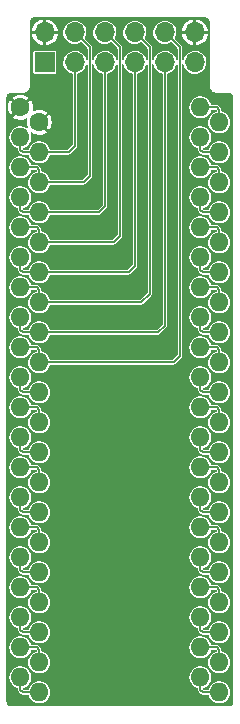
<source format=gbl>
%TF.GenerationSoftware,KiCad,Pcbnew,(6.0.2)*%
%TF.CreationDate,2022-04-04T11:22:31-04:00*%
%TF.ProjectId,xum1541-via-adapter,78756d31-3534-4312-9d76-69612d616461,1*%
%TF.SameCoordinates,Original*%
%TF.FileFunction,Copper,L2,Bot*%
%TF.FilePolarity,Positive*%
%FSLAX46Y46*%
G04 Gerber Fmt 4.6, Leading zero omitted, Abs format (unit mm)*
G04 Created by KiCad (PCBNEW (6.0.2)) date 2022-04-04 11:22:31*
%MOMM*%
%LPD*%
G01*
G04 APERTURE LIST*
%TA.AperFunction,ComponentPad*%
%ADD10C,1.600000*%
%TD*%
%TA.AperFunction,ComponentPad*%
%ADD11O,1.600000X1.600000*%
%TD*%
%TA.AperFunction,ComponentPad*%
%ADD12R,1.700000X1.700000*%
%TD*%
%TA.AperFunction,ComponentPad*%
%ADD13O,1.700000X1.700000*%
%TD*%
%TA.AperFunction,Conductor*%
%ADD14C,0.127000*%
%TD*%
G04 APERTURE END LIST*
D10*
X126725850Y-79830000D03*
X128313350Y-81100000D03*
D11*
X128313350Y-83640000D03*
X126725850Y-82370000D03*
X126725850Y-84910000D03*
X128313350Y-86180000D03*
X126725850Y-87450000D03*
X128313350Y-88720000D03*
X128313350Y-91260000D03*
X126725850Y-89990000D03*
X128313350Y-93800000D03*
X126725850Y-92530000D03*
X128313350Y-96340000D03*
X126725850Y-95070000D03*
X126725850Y-97610000D03*
X128313350Y-98880000D03*
X126725850Y-100150000D03*
X128313350Y-101420000D03*
X128313350Y-103960000D03*
X126725850Y-102690000D03*
X126725850Y-105230000D03*
X128313350Y-106500000D03*
X126725850Y-107770000D03*
X128313350Y-109040000D03*
X126725850Y-110310000D03*
X128313350Y-111580000D03*
X126725850Y-112850000D03*
X128313350Y-114120000D03*
X128313350Y-116660000D03*
X126725850Y-115390000D03*
X126725850Y-117930000D03*
X128313350Y-119200000D03*
X128313350Y-121740000D03*
X126725850Y-120470000D03*
X126725850Y-123010000D03*
X128313350Y-124280000D03*
X126725850Y-125550000D03*
X128313350Y-126820000D03*
X126725850Y-128090000D03*
X128313350Y-129360000D03*
X143553350Y-129360000D03*
X141965850Y-128090000D03*
X141965850Y-125550000D03*
X143553350Y-126820000D03*
X141965850Y-123010000D03*
X143553350Y-124280000D03*
X141965850Y-120470000D03*
X143553350Y-121740000D03*
X143553350Y-119200000D03*
X141965850Y-117930000D03*
X143553350Y-116660000D03*
X141965850Y-115390000D03*
X141965850Y-112850000D03*
X143553350Y-114120000D03*
X143553350Y-111580000D03*
X141965850Y-110310000D03*
X141965850Y-107770000D03*
X143553350Y-109040000D03*
X143553350Y-106500000D03*
X141965850Y-105230000D03*
X141965850Y-102690000D03*
X143553350Y-103960000D03*
X141965850Y-100150000D03*
X143553350Y-101420000D03*
X143553350Y-98880000D03*
X141965850Y-97610000D03*
X141965850Y-95070000D03*
X143553350Y-96340000D03*
X143553350Y-93800000D03*
X141965850Y-92530000D03*
X143553350Y-91260000D03*
X141965850Y-89990000D03*
X143553350Y-88720000D03*
X141965850Y-87450000D03*
X143553350Y-86180000D03*
X141965850Y-84910000D03*
X143553350Y-83640000D03*
X141965850Y-82370000D03*
X143553350Y-81100000D03*
X141965850Y-79830000D03*
D12*
X128789600Y-76020000D03*
D13*
X128789600Y-73480000D03*
X131329600Y-76020000D03*
X131329600Y-73480000D03*
X133869600Y-76020000D03*
X133869600Y-73480000D03*
X136409600Y-76020000D03*
X136409600Y-73480000D03*
X138949600Y-76020000D03*
X138949600Y-73480000D03*
X141489600Y-76020000D03*
X141489600Y-73480000D03*
D14*
X141965850Y-82370000D02*
X141965850Y-83426250D01*
X143553350Y-83640000D02*
X142179600Y-83640000D01*
X141965850Y-83426250D02*
X142179600Y-83640000D01*
X130793600Y-83640000D02*
X128313350Y-83640000D01*
X126725850Y-83426250D02*
X126939600Y-83640000D01*
X131329600Y-83104000D02*
X130793600Y-83640000D01*
X131329600Y-76020000D02*
X131329600Y-83104000D01*
X126725850Y-82370000D02*
X126725850Y-83426250D01*
X128313350Y-83640000D02*
X126939600Y-83640000D01*
X132599599Y-74749999D02*
X132599599Y-85644001D01*
X128313350Y-85123750D02*
X128099600Y-84910000D01*
X126725850Y-84910000D02*
X128099600Y-84910000D01*
X131329600Y-73480000D02*
X132599599Y-74749999D01*
X132599599Y-85644001D02*
X132063600Y-86180000D01*
X132063600Y-86180000D02*
X128313350Y-86180000D01*
X128313350Y-86180000D02*
X128313350Y-85123750D01*
X126725850Y-87450000D02*
X126725850Y-88506250D01*
X126725850Y-88506250D02*
X126939600Y-88720000D01*
X133869600Y-88215500D02*
X133365100Y-88720000D01*
X133869600Y-76020000D02*
X133869600Y-88215500D01*
X128313350Y-88720000D02*
X126939600Y-88720000D01*
X133365100Y-88720000D02*
X128313350Y-88720000D01*
X128313350Y-90203750D02*
X128099600Y-89990000D01*
X128313350Y-91260000D02*
X134603600Y-91260000D01*
X133869600Y-73480000D02*
X135139599Y-74749999D01*
X135139599Y-90724000D02*
X135139600Y-74749999D01*
X126725850Y-89990000D02*
X128099600Y-89990000D01*
X128313350Y-91260000D02*
X128313350Y-90203750D01*
X134603600Y-91260000D02*
X135139600Y-90724000D01*
X126725850Y-93586250D02*
X126939600Y-93800000D01*
X128313350Y-93800000D02*
X126939600Y-93800000D01*
X126725850Y-92530000D02*
X126725850Y-93586250D01*
X136409600Y-93264000D02*
X135873600Y-93800000D01*
X135873600Y-93800000D02*
X128313350Y-93800000D01*
X136409600Y-76020000D02*
X136409600Y-93264000D01*
X128313350Y-96340000D02*
X128313350Y-95283750D01*
X137679599Y-74749999D02*
X137679599Y-95610001D01*
X137679599Y-95610001D02*
X136949600Y-96340000D01*
X128313350Y-95283750D02*
X128099600Y-95070000D01*
X126725850Y-95070000D02*
X128099600Y-95070000D01*
X136949600Y-96340000D02*
X128313350Y-96340000D01*
X136409600Y-73480000D02*
X137679599Y-74749999D01*
X126725850Y-97610000D02*
X126725850Y-98666250D01*
X138949600Y-76020000D02*
X138949600Y-98305500D01*
X138949600Y-98305500D02*
X138375100Y-98880000D01*
X138375100Y-98880000D02*
X128313350Y-98880000D01*
X128313350Y-98880000D02*
X126939600Y-98880000D01*
X126725850Y-98666250D02*
X126939600Y-98880000D01*
X128313350Y-101420000D02*
X139683600Y-101420000D01*
X128313350Y-101420000D02*
X128313350Y-100363750D01*
X128313350Y-100363750D02*
X128099600Y-100150000D01*
X139683600Y-101420000D02*
X140219599Y-100884001D01*
X126725850Y-100150000D02*
X128099600Y-100150000D01*
X140219599Y-74749999D02*
X138949600Y-73480000D01*
X140219599Y-100884001D02*
X140219599Y-74749999D01*
X126725850Y-123010000D02*
X126725850Y-124066250D01*
X128313350Y-124280000D02*
X126939600Y-124280000D01*
X126725850Y-124066250D02*
X126939600Y-124280000D01*
X128313350Y-103960000D02*
X126939600Y-103960000D01*
X126725850Y-102690000D02*
X126725850Y-103746250D01*
X126725850Y-103746250D02*
X126939600Y-103960000D01*
X128313350Y-106500000D02*
X128313350Y-105443750D01*
X126725850Y-105230000D02*
X128099600Y-105230000D01*
X128313350Y-105443750D02*
X128099600Y-105230000D01*
X126725850Y-107770000D02*
X126725850Y-108826250D01*
X126725850Y-108826250D02*
X126939600Y-109040000D01*
X128313350Y-109040000D02*
X126939600Y-109040000D01*
X126725850Y-110310000D02*
X128099600Y-110310000D01*
X128313350Y-110523750D02*
X128099600Y-110310000D01*
X128313350Y-111580000D02*
X128313350Y-110523750D01*
X128313350Y-114120000D02*
X126939600Y-114120000D01*
X126725850Y-112850000D02*
X126725850Y-113906250D01*
X126725850Y-113906250D02*
X126939600Y-114120000D01*
X128313350Y-116660000D02*
X128313350Y-115603750D01*
X128313350Y-115603750D02*
X128099600Y-115390000D01*
X126725850Y-115390000D02*
X128099600Y-115390000D01*
X126725850Y-118986250D02*
X126939600Y-119200000D01*
X128313350Y-119200000D02*
X126939600Y-119200000D01*
X126725850Y-117930000D02*
X126725850Y-118986250D01*
X126725850Y-120470000D02*
X128099600Y-120470000D01*
X128313350Y-121740000D02*
X128313350Y-120683750D01*
X128313350Y-120683750D02*
X128099600Y-120470000D01*
X128313350Y-126820000D02*
X128313350Y-125763750D01*
X126725850Y-125550000D02*
X128099600Y-125550000D01*
X128313350Y-125763750D02*
X128099600Y-125550000D01*
X126725850Y-129146250D02*
X126939600Y-129360000D01*
X128313350Y-129360000D02*
X126939600Y-129360000D01*
X126725850Y-128090000D02*
X126725850Y-129146250D01*
X143553350Y-129360000D02*
X142179600Y-129360000D01*
X141965850Y-128090000D02*
X141965850Y-129146250D01*
X141965850Y-129146250D02*
X142179600Y-129360000D01*
X143553350Y-125763750D02*
X143339600Y-125550000D01*
X143339600Y-125550000D02*
X141965850Y-125550000D01*
X143553350Y-126820000D02*
X143553350Y-125763750D01*
X141965850Y-124066250D02*
X142179600Y-124280000D01*
X143553350Y-124280000D02*
X142179600Y-124280000D01*
X141965850Y-123010000D02*
X141965850Y-124066250D01*
X143553350Y-121740000D02*
X143553350Y-120683750D01*
X143553350Y-120683750D02*
X143339600Y-120470000D01*
X141965850Y-120470000D02*
X143339600Y-120470000D01*
X141965850Y-118986250D02*
X142179600Y-119200000D01*
X141965850Y-117930000D02*
X141965850Y-118986250D01*
X143553350Y-119200000D02*
X142179600Y-119200000D01*
X143553350Y-115603750D02*
X143339600Y-115390000D01*
X141965850Y-115390000D02*
X143339600Y-115390000D01*
X143553350Y-116660000D02*
X143553350Y-115603750D01*
X141965850Y-112850000D02*
X141965850Y-113906250D01*
X143553350Y-114120000D02*
X142179600Y-114120000D01*
X141965850Y-113906250D02*
X142179600Y-114120000D01*
X143553350Y-110523750D02*
X143339600Y-110310000D01*
X143553350Y-111580000D02*
X143553350Y-110523750D01*
X141965850Y-110310000D02*
X143339600Y-110310000D01*
X141965850Y-107770000D02*
X141965850Y-108826250D01*
X141965850Y-108826250D02*
X142179600Y-109040000D01*
X143553350Y-109040000D02*
X142179600Y-109040000D01*
X143553350Y-105443750D02*
X143339600Y-105230000D01*
X143553350Y-106500000D02*
X143553350Y-105443750D01*
X141965850Y-105230000D02*
X143339600Y-105230000D01*
X143553350Y-103960000D02*
X142179600Y-103960000D01*
X141965850Y-102690000D02*
X141965850Y-103746250D01*
X141965850Y-103746250D02*
X142179600Y-103960000D01*
X143553350Y-100363750D02*
X143339600Y-100150000D01*
X143553350Y-101420000D02*
X143553350Y-100363750D01*
X141965850Y-100150000D02*
X143339600Y-100150000D01*
X143553350Y-98880000D02*
X142179600Y-98880000D01*
X141965850Y-97610000D02*
X141965850Y-98666250D01*
X141965850Y-98666250D02*
X142179600Y-98880000D01*
X141965850Y-92530000D02*
X141965850Y-93586250D01*
X141965850Y-93586250D02*
X142179600Y-93800000D01*
X143553350Y-93800000D02*
X142179600Y-93800000D01*
X143553350Y-91260000D02*
X143553350Y-90203750D01*
X141965850Y-89990000D02*
X143339600Y-89990000D01*
X143553350Y-90203750D02*
X143339600Y-89990000D01*
X141965850Y-88506250D02*
X142179600Y-88720000D01*
X141965850Y-87450000D02*
X141965850Y-88506250D01*
X143553350Y-88720000D02*
X142179600Y-88720000D01*
X143553350Y-86180000D02*
X143553350Y-85123750D01*
X143553350Y-85123750D02*
X143339600Y-84910000D01*
X141965850Y-84910000D02*
X143339600Y-84910000D01*
X141965850Y-79830000D02*
X143339600Y-79830000D01*
X143553350Y-80043750D02*
X143339600Y-79830000D01*
X143553350Y-81100000D02*
X143553350Y-80043750D01*
X143553350Y-96340000D02*
X143553350Y-95283750D01*
X141965850Y-95070000D02*
X143339600Y-95070000D01*
X143553350Y-95283750D02*
X143339600Y-95070000D01*
%TA.AperFunction,Conductor*%
G36*
X142423790Y-72221590D02*
G01*
X142431573Y-72223379D01*
X142439242Y-72225143D01*
X142446107Y-72223589D01*
X142453146Y-72223602D01*
X142453145Y-72224337D01*
X142464618Y-72223962D01*
X142522531Y-72233135D01*
X142541123Y-72239176D01*
X142607117Y-72272802D01*
X142622936Y-72284296D01*
X142675304Y-72336664D01*
X142686798Y-72352483D01*
X142715373Y-72408563D01*
X142720424Y-72418477D01*
X142726466Y-72437073D01*
X142735426Y-72493642D01*
X142735573Y-72494571D01*
X142735187Y-72505743D01*
X142736047Y-72505745D01*
X142736034Y-72512782D01*
X142734457Y-72519642D01*
X142736010Y-72526505D01*
X142736010Y-72526507D01*
X142738059Y-72535561D01*
X142739600Y-72549354D01*
X142739600Y-77889950D01*
X142737986Y-77904062D01*
X142735257Y-77915836D01*
X142734458Y-77919284D01*
X142734457Y-77920000D01*
X142735241Y-77923436D01*
X142736670Y-77929702D01*
X142737933Y-77937471D01*
X142749729Y-78057224D01*
X142750620Y-78060161D01*
X142781726Y-78162705D01*
X142789755Y-78189175D01*
X142854755Y-78310781D01*
X142942231Y-78417369D01*
X143048819Y-78504845D01*
X143051528Y-78506293D01*
X143051531Y-78506295D01*
X143094419Y-78529219D01*
X143170425Y-78569845D01*
X143173357Y-78570735D01*
X143173361Y-78570736D01*
X143275835Y-78601820D01*
X143302376Y-78609871D01*
X143305428Y-78610172D01*
X143305430Y-78610172D01*
X143421158Y-78621571D01*
X143429137Y-78622883D01*
X143438884Y-78625142D01*
X143439600Y-78625143D01*
X143455286Y-78621565D01*
X143469185Y-78620000D01*
X144409784Y-78620000D01*
X144423790Y-78621590D01*
X144429418Y-78622884D01*
X144439242Y-78625143D01*
X144446107Y-78623589D01*
X144453146Y-78623602D01*
X144453145Y-78624337D01*
X144464618Y-78623962D01*
X144522531Y-78633135D01*
X144541123Y-78639176D01*
X144607117Y-78672802D01*
X144622936Y-78684296D01*
X144675304Y-78736664D01*
X144686798Y-78752483D01*
X144720424Y-78818477D01*
X144726466Y-78837074D01*
X144735573Y-78894571D01*
X144735187Y-78905743D01*
X144736047Y-78905745D01*
X144736034Y-78912782D01*
X144734457Y-78919642D01*
X144736010Y-78926505D01*
X144736010Y-78926507D01*
X144738059Y-78935561D01*
X144739600Y-78949354D01*
X144739600Y-130190184D01*
X144738010Y-130204190D01*
X144734457Y-130219642D01*
X144736011Y-130226507D01*
X144735998Y-130233546D01*
X144735263Y-130233545D01*
X144735638Y-130245018D01*
X144726465Y-130302931D01*
X144720424Y-130321523D01*
X144686798Y-130387517D01*
X144675304Y-130403336D01*
X144622936Y-130455704D01*
X144607117Y-130467198D01*
X144541123Y-130500824D01*
X144522527Y-130506866D01*
X144465027Y-130515973D01*
X144453857Y-130515587D01*
X144453855Y-130516447D01*
X144446818Y-130516434D01*
X144439958Y-130514857D01*
X144433095Y-130516410D01*
X144433093Y-130516410D01*
X144424039Y-130518459D01*
X144410246Y-130520000D01*
X125869416Y-130520000D01*
X125855410Y-130518410D01*
X125846820Y-130516435D01*
X125839958Y-130514857D01*
X125833093Y-130516411D01*
X125826054Y-130516398D01*
X125826055Y-130515663D01*
X125814582Y-130516038D01*
X125756669Y-130506865D01*
X125738077Y-130500824D01*
X125672083Y-130467198D01*
X125656264Y-130455704D01*
X125603896Y-130403336D01*
X125592402Y-130387517D01*
X125558776Y-130321523D01*
X125552734Y-130302926D01*
X125543870Y-130246964D01*
X125543627Y-130245427D01*
X125544013Y-130234257D01*
X125543153Y-130234255D01*
X125543166Y-130227218D01*
X125544743Y-130220358D01*
X125543029Y-130212780D01*
X125541141Y-130204439D01*
X125539600Y-130190646D01*
X125539600Y-128090000D01*
X125793241Y-128090000D01*
X125813621Y-128283900D01*
X125814634Y-128287017D01*
X125814634Y-128287018D01*
X125872856Y-128466210D01*
X125872858Y-128466215D01*
X125873869Y-128469326D01*
X125899497Y-128513715D01*
X125969715Y-128635338D01*
X125969718Y-128635342D01*
X125971353Y-128638174D01*
X125973544Y-128640608D01*
X125973546Y-128640610D01*
X125999439Y-128669367D01*
X126101813Y-128783064D01*
X126259545Y-128897663D01*
X126437658Y-128976964D01*
X126479581Y-128985875D01*
X126485344Y-128987100D01*
X126524767Y-129014194D01*
X126534850Y-129048234D01*
X126534850Y-129103018D01*
X126533600Y-129110357D01*
X126534327Y-129110440D01*
X126533530Y-129117431D01*
X126531198Y-129124072D01*
X126531976Y-129131065D01*
X126531976Y-129131066D01*
X126534467Y-129153447D01*
X126534850Y-129160360D01*
X126534850Y-129167783D01*
X126536431Y-129174715D01*
X126537607Y-129181668D01*
X126540836Y-129210679D01*
X126544569Y-129216643D01*
X126545944Y-129220591D01*
X126547753Y-129224350D01*
X126549318Y-129231209D01*
X126553703Y-129236711D01*
X126553703Y-129236712D01*
X126567498Y-129254023D01*
X126571594Y-129259809D01*
X126575446Y-129265961D01*
X126580658Y-129271173D01*
X126585343Y-129276417D01*
X126603625Y-129299359D01*
X126609964Y-129302417D01*
X126615465Y-129306808D01*
X126615039Y-129307342D01*
X126621203Y-129311718D01*
X126773971Y-129464485D01*
X126778278Y-129470560D01*
X126778850Y-129470105D01*
X126783231Y-129475613D01*
X126786278Y-129481958D01*
X126791775Y-129486354D01*
X126809366Y-129500422D01*
X126814525Y-129505039D01*
X126819769Y-129510283D01*
X126822732Y-129512145D01*
X126822739Y-129512151D01*
X126825774Y-129514058D01*
X126831550Y-129518163D01*
X126854333Y-129536383D01*
X126861191Y-129537960D01*
X126864956Y-129539780D01*
X126868892Y-129541158D01*
X126874848Y-129544902D01*
X126881839Y-129545692D01*
X126881844Y-129545694D01*
X126903837Y-129548180D01*
X126910823Y-129549373D01*
X126917897Y-129551000D01*
X126925277Y-129551000D01*
X126932298Y-129551396D01*
X126961438Y-129554690D01*
X126968084Y-129552369D01*
X126975078Y-129551585D01*
X126975154Y-129552264D01*
X126982604Y-129551000D01*
X127354770Y-129551000D01*
X127398964Y-129569306D01*
X127414211Y-129594187D01*
X127460356Y-129736210D01*
X127460358Y-129736215D01*
X127461369Y-129739326D01*
X127463006Y-129742161D01*
X127557215Y-129905338D01*
X127557218Y-129905342D01*
X127558853Y-129908174D01*
X127689313Y-130053064D01*
X127847045Y-130167663D01*
X128025158Y-130246964D01*
X128028362Y-130247645D01*
X128212665Y-130286820D01*
X128212669Y-130286820D01*
X128215866Y-130287500D01*
X128410834Y-130287500D01*
X128414031Y-130286820D01*
X128414035Y-130286820D01*
X128598338Y-130247645D01*
X128601542Y-130246964D01*
X128779655Y-130167663D01*
X128937387Y-130053064D01*
X129067847Y-129908174D01*
X129069482Y-129905342D01*
X129069485Y-129905338D01*
X129163694Y-129742161D01*
X129165331Y-129739326D01*
X129166342Y-129736215D01*
X129166344Y-129736210D01*
X129224566Y-129557018D01*
X129224566Y-129557017D01*
X129225579Y-129553900D01*
X129245959Y-129360000D01*
X129225579Y-129166100D01*
X129212489Y-129125813D01*
X129166344Y-128983790D01*
X129166342Y-128983785D01*
X129165331Y-128980674D01*
X129116295Y-128895741D01*
X129069485Y-128814662D01*
X129069482Y-128814658D01*
X129067847Y-128811826D01*
X129043680Y-128784985D01*
X128939576Y-128669367D01*
X128939575Y-128669366D01*
X128937387Y-128666936D01*
X128779655Y-128552337D01*
X128601542Y-128473036D01*
X128569428Y-128466210D01*
X128414035Y-128433180D01*
X128414031Y-128433180D01*
X128410834Y-128432500D01*
X128215866Y-128432500D01*
X128212669Y-128433180D01*
X128212665Y-128433180D01*
X128057272Y-128466210D01*
X128025158Y-128473036D01*
X127847046Y-128552337D01*
X127844401Y-128554259D01*
X127844397Y-128554261D01*
X127691962Y-128665011D01*
X127691960Y-128665013D01*
X127689313Y-128666936D01*
X127611312Y-128753565D01*
X127584751Y-128783064D01*
X127558853Y-128811826D01*
X127557218Y-128814658D01*
X127557215Y-128814662D01*
X127510405Y-128895741D01*
X127461369Y-128980674D01*
X127460358Y-128983785D01*
X127460356Y-128983790D01*
X127414211Y-129125813D01*
X127383145Y-129162188D01*
X127354770Y-129169000D01*
X127044603Y-129169000D01*
X127000409Y-129150694D01*
X126940918Y-129091203D01*
X126922612Y-129047009D01*
X126940918Y-129002815D01*
X126972117Y-128985876D01*
X127014042Y-128976964D01*
X127192155Y-128897663D01*
X127349887Y-128783064D01*
X127452261Y-128669367D01*
X127478154Y-128640610D01*
X127478156Y-128640608D01*
X127480347Y-128638174D01*
X127481982Y-128635342D01*
X127481985Y-128635338D01*
X127552203Y-128513715D01*
X127577831Y-128469326D01*
X127578842Y-128466215D01*
X127578844Y-128466210D01*
X127637066Y-128287018D01*
X127637066Y-128287017D01*
X127638079Y-128283900D01*
X127658459Y-128090000D01*
X141033241Y-128090000D01*
X141053621Y-128283900D01*
X141054634Y-128287017D01*
X141054634Y-128287018D01*
X141112856Y-128466210D01*
X141112858Y-128466215D01*
X141113869Y-128469326D01*
X141139497Y-128513715D01*
X141209715Y-128635338D01*
X141209718Y-128635342D01*
X141211353Y-128638174D01*
X141213544Y-128640608D01*
X141213546Y-128640610D01*
X141239439Y-128669367D01*
X141341813Y-128783064D01*
X141499545Y-128897663D01*
X141677658Y-128976964D01*
X141719581Y-128985875D01*
X141725344Y-128987100D01*
X141764767Y-129014194D01*
X141774850Y-129048234D01*
X141774850Y-129103018D01*
X141773600Y-129110357D01*
X141774327Y-129110440D01*
X141773530Y-129117431D01*
X141771198Y-129124072D01*
X141771976Y-129131065D01*
X141771976Y-129131066D01*
X141774467Y-129153447D01*
X141774850Y-129160360D01*
X141774850Y-129167783D01*
X141776431Y-129174715D01*
X141777607Y-129181668D01*
X141780836Y-129210679D01*
X141784569Y-129216643D01*
X141785944Y-129220591D01*
X141787753Y-129224350D01*
X141789318Y-129231209D01*
X141793703Y-129236711D01*
X141793703Y-129236712D01*
X141807498Y-129254023D01*
X141811594Y-129259809D01*
X141815446Y-129265961D01*
X141820658Y-129271173D01*
X141825343Y-129276417D01*
X141843625Y-129299359D01*
X141849964Y-129302417D01*
X141855465Y-129306808D01*
X141855039Y-129307342D01*
X141861203Y-129311718D01*
X142013971Y-129464485D01*
X142018278Y-129470560D01*
X142018850Y-129470105D01*
X142023231Y-129475613D01*
X142026278Y-129481958D01*
X142031775Y-129486354D01*
X142049366Y-129500422D01*
X142054525Y-129505039D01*
X142059769Y-129510283D01*
X142062732Y-129512145D01*
X142062739Y-129512151D01*
X142065774Y-129514058D01*
X142071550Y-129518163D01*
X142094333Y-129536383D01*
X142101191Y-129537960D01*
X142104956Y-129539780D01*
X142108892Y-129541158D01*
X142114848Y-129544902D01*
X142121839Y-129545692D01*
X142121844Y-129545694D01*
X142143837Y-129548180D01*
X142150823Y-129549373D01*
X142157897Y-129551000D01*
X142165277Y-129551000D01*
X142172298Y-129551396D01*
X142201438Y-129554690D01*
X142208084Y-129552369D01*
X142215078Y-129551585D01*
X142215154Y-129552264D01*
X142222604Y-129551000D01*
X142594770Y-129551000D01*
X142638964Y-129569306D01*
X142654211Y-129594187D01*
X142700356Y-129736210D01*
X142700358Y-129736215D01*
X142701369Y-129739326D01*
X142703006Y-129742161D01*
X142797215Y-129905338D01*
X142797218Y-129905342D01*
X142798853Y-129908174D01*
X142929313Y-130053064D01*
X143087045Y-130167663D01*
X143265158Y-130246964D01*
X143268362Y-130247645D01*
X143452665Y-130286820D01*
X143452669Y-130286820D01*
X143455866Y-130287500D01*
X143650834Y-130287500D01*
X143654031Y-130286820D01*
X143654035Y-130286820D01*
X143838338Y-130247645D01*
X143841542Y-130246964D01*
X144019655Y-130167663D01*
X144177387Y-130053064D01*
X144307847Y-129908174D01*
X144309482Y-129905342D01*
X144309485Y-129905338D01*
X144403694Y-129742161D01*
X144405331Y-129739326D01*
X144406342Y-129736215D01*
X144406344Y-129736210D01*
X144464566Y-129557018D01*
X144464566Y-129557017D01*
X144465579Y-129553900D01*
X144485959Y-129360000D01*
X144465579Y-129166100D01*
X144452489Y-129125813D01*
X144406344Y-128983790D01*
X144406342Y-128983785D01*
X144405331Y-128980674D01*
X144356295Y-128895741D01*
X144309485Y-128814662D01*
X144309482Y-128814658D01*
X144307847Y-128811826D01*
X144283680Y-128784985D01*
X144179576Y-128669367D01*
X144179575Y-128669366D01*
X144177387Y-128666936D01*
X144019655Y-128552337D01*
X143841542Y-128473036D01*
X143809428Y-128466210D01*
X143654035Y-128433180D01*
X143654031Y-128433180D01*
X143650834Y-128432500D01*
X143455866Y-128432500D01*
X143452669Y-128433180D01*
X143452665Y-128433180D01*
X143297272Y-128466210D01*
X143265158Y-128473036D01*
X143087046Y-128552337D01*
X143084401Y-128554259D01*
X143084397Y-128554261D01*
X142931962Y-128665011D01*
X142931960Y-128665013D01*
X142929313Y-128666936D01*
X142851312Y-128753565D01*
X142824751Y-128783064D01*
X142798853Y-128811826D01*
X142797218Y-128814658D01*
X142797215Y-128814662D01*
X142750405Y-128895741D01*
X142701369Y-128980674D01*
X142700358Y-128983785D01*
X142700356Y-128983790D01*
X142654211Y-129125813D01*
X142623145Y-129162188D01*
X142594770Y-129169000D01*
X142284603Y-129169000D01*
X142240409Y-129150694D01*
X142180918Y-129091203D01*
X142162612Y-129047009D01*
X142180918Y-129002815D01*
X142212117Y-128985876D01*
X142254042Y-128976964D01*
X142432155Y-128897663D01*
X142589887Y-128783064D01*
X142692261Y-128669367D01*
X142718154Y-128640610D01*
X142718156Y-128640608D01*
X142720347Y-128638174D01*
X142721982Y-128635342D01*
X142721985Y-128635338D01*
X142792203Y-128513715D01*
X142817831Y-128469326D01*
X142818842Y-128466215D01*
X142818844Y-128466210D01*
X142877066Y-128287018D01*
X142877066Y-128287017D01*
X142878079Y-128283900D01*
X142898459Y-128090000D01*
X142878079Y-127896100D01*
X142877066Y-127892982D01*
X142818844Y-127713790D01*
X142818842Y-127713785D01*
X142817831Y-127710674D01*
X142768795Y-127625741D01*
X142721985Y-127544662D01*
X142721982Y-127544658D01*
X142720347Y-127541826D01*
X142696180Y-127514985D01*
X142592076Y-127399367D01*
X142592075Y-127399366D01*
X142589887Y-127396936D01*
X142432155Y-127282337D01*
X142254042Y-127203036D01*
X142221928Y-127196210D01*
X142066535Y-127163180D01*
X142066531Y-127163180D01*
X142063334Y-127162500D01*
X141868366Y-127162500D01*
X141865169Y-127163180D01*
X141865165Y-127163180D01*
X141709772Y-127196210D01*
X141677658Y-127203036D01*
X141499546Y-127282337D01*
X141496901Y-127284259D01*
X141496897Y-127284261D01*
X141344462Y-127395011D01*
X141344460Y-127395013D01*
X141341813Y-127396936D01*
X141263812Y-127483565D01*
X141237251Y-127513064D01*
X141211353Y-127541826D01*
X141209718Y-127544658D01*
X141209715Y-127544662D01*
X141162905Y-127625741D01*
X141113869Y-127710674D01*
X141112858Y-127713785D01*
X141112856Y-127713790D01*
X141054634Y-127892982D01*
X141053621Y-127896100D01*
X141033241Y-128090000D01*
X127658459Y-128090000D01*
X127638079Y-127896100D01*
X127637066Y-127892982D01*
X127578844Y-127713790D01*
X127578842Y-127713785D01*
X127577831Y-127710674D01*
X127528795Y-127625741D01*
X127481985Y-127544662D01*
X127481982Y-127544658D01*
X127480347Y-127541826D01*
X127456180Y-127514985D01*
X127352076Y-127399367D01*
X127352075Y-127399366D01*
X127349887Y-127396936D01*
X127192155Y-127282337D01*
X127014042Y-127203036D01*
X126981928Y-127196210D01*
X126826535Y-127163180D01*
X126826531Y-127163180D01*
X126823334Y-127162500D01*
X126628366Y-127162500D01*
X126625169Y-127163180D01*
X126625165Y-127163180D01*
X126469772Y-127196210D01*
X126437658Y-127203036D01*
X126259546Y-127282337D01*
X126256901Y-127284259D01*
X126256897Y-127284261D01*
X126104462Y-127395011D01*
X126104460Y-127395013D01*
X126101813Y-127396936D01*
X126023812Y-127483565D01*
X125997251Y-127513064D01*
X125971353Y-127541826D01*
X125969718Y-127544658D01*
X125969715Y-127544662D01*
X125922905Y-127625741D01*
X125873869Y-127710674D01*
X125872858Y-127713785D01*
X125872856Y-127713790D01*
X125814634Y-127892982D01*
X125813621Y-127896100D01*
X125793241Y-128090000D01*
X125539600Y-128090000D01*
X125539600Y-125550000D01*
X125793241Y-125550000D01*
X125813621Y-125743900D01*
X125814634Y-125747017D01*
X125814634Y-125747018D01*
X125872856Y-125926210D01*
X125872858Y-125926215D01*
X125873869Y-125929326D01*
X125875506Y-125932161D01*
X125969715Y-126095338D01*
X125969718Y-126095342D01*
X125971353Y-126098174D01*
X125973544Y-126100608D01*
X125973546Y-126100610D01*
X125999439Y-126129367D01*
X126101813Y-126243064D01*
X126259545Y-126357663D01*
X126437658Y-126436964D01*
X126440862Y-126437645D01*
X126625165Y-126476820D01*
X126625169Y-126476820D01*
X126628366Y-126477500D01*
X126823334Y-126477500D01*
X126826531Y-126476820D01*
X126826535Y-126476820D01*
X127010838Y-126437645D01*
X127014042Y-126436964D01*
X127192155Y-126357663D01*
X127349887Y-126243064D01*
X127452261Y-126129367D01*
X127478154Y-126100610D01*
X127478156Y-126100608D01*
X127480347Y-126098174D01*
X127481982Y-126095342D01*
X127481985Y-126095338D01*
X127576194Y-125932161D01*
X127577831Y-125929326D01*
X127578842Y-125926215D01*
X127578844Y-125926210D01*
X127624989Y-125784187D01*
X127656055Y-125747812D01*
X127684430Y-125741000D01*
X127994597Y-125741000D01*
X128038790Y-125759304D01*
X128098283Y-125818797D01*
X128116588Y-125862989D01*
X128098283Y-125907184D01*
X128067083Y-125924124D01*
X128028366Y-125932354D01*
X128028365Y-125932354D01*
X128025158Y-125933036D01*
X127847046Y-126012337D01*
X127844401Y-126014259D01*
X127844397Y-126014261D01*
X127691962Y-126125011D01*
X127691960Y-126125013D01*
X127689313Y-126126936D01*
X127611312Y-126213565D01*
X127584751Y-126243064D01*
X127558853Y-126271826D01*
X127557218Y-126274658D01*
X127557215Y-126274662D01*
X127510405Y-126355741D01*
X127461369Y-126440674D01*
X127460358Y-126443785D01*
X127460356Y-126443790D01*
X127402134Y-126622982D01*
X127401121Y-126626100D01*
X127380741Y-126820000D01*
X127401121Y-127013900D01*
X127402134Y-127017017D01*
X127402134Y-127017018D01*
X127460356Y-127196210D01*
X127460358Y-127196215D01*
X127461369Y-127199326D01*
X127486997Y-127243715D01*
X127557215Y-127365338D01*
X127557218Y-127365342D01*
X127558853Y-127368174D01*
X127561044Y-127370608D01*
X127561046Y-127370610D01*
X127586939Y-127399367D01*
X127689313Y-127513064D01*
X127847045Y-127627663D01*
X128025158Y-127706964D01*
X128028362Y-127707645D01*
X128212665Y-127746820D01*
X128212669Y-127746820D01*
X128215866Y-127747500D01*
X128410834Y-127747500D01*
X128414031Y-127746820D01*
X128414035Y-127746820D01*
X128598338Y-127707645D01*
X128601542Y-127706964D01*
X128779655Y-127627663D01*
X128937387Y-127513064D01*
X129039761Y-127399367D01*
X129065654Y-127370610D01*
X129065656Y-127370608D01*
X129067847Y-127368174D01*
X129069482Y-127365342D01*
X129069485Y-127365338D01*
X129139703Y-127243715D01*
X129165331Y-127199326D01*
X129166342Y-127196215D01*
X129166344Y-127196210D01*
X129224566Y-127017018D01*
X129224566Y-127017017D01*
X129225579Y-127013900D01*
X129245959Y-126820000D01*
X129225579Y-126626100D01*
X129224566Y-126622982D01*
X129166344Y-126443790D01*
X129166342Y-126443785D01*
X129165331Y-126440674D01*
X129116295Y-126355741D01*
X129069485Y-126274662D01*
X129069482Y-126274658D01*
X129067847Y-126271826D01*
X129043680Y-126244985D01*
X128939576Y-126129367D01*
X128939575Y-126129366D01*
X128937387Y-126126936D01*
X128779655Y-126012337D01*
X128601542Y-125933036D01*
X128553856Y-125922900D01*
X128514433Y-125895806D01*
X128504350Y-125861766D01*
X128504350Y-125806982D01*
X128505600Y-125799643D01*
X128504873Y-125799560D01*
X128505670Y-125792569D01*
X128508002Y-125785928D01*
X128504733Y-125756552D01*
X128504350Y-125749640D01*
X128504350Y-125742217D01*
X128502769Y-125735285D01*
X128501593Y-125728332D01*
X128498364Y-125699321D01*
X128494631Y-125693357D01*
X128493256Y-125689409D01*
X128491447Y-125685650D01*
X128489882Y-125678791D01*
X128471701Y-125655976D01*
X128467606Y-125650191D01*
X128465630Y-125647035D01*
X128465629Y-125647033D01*
X128463754Y-125644039D01*
X128458541Y-125638826D01*
X128453856Y-125633582D01*
X128439962Y-125616146D01*
X128439961Y-125616146D01*
X128435575Y-125610641D01*
X128429236Y-125607583D01*
X128423735Y-125603192D01*
X128424161Y-125602658D01*
X128417997Y-125598282D01*
X128369715Y-125550000D01*
X141033241Y-125550000D01*
X141053621Y-125743900D01*
X141054634Y-125747017D01*
X141054634Y-125747018D01*
X141112856Y-125926210D01*
X141112858Y-125926215D01*
X141113869Y-125929326D01*
X141115506Y-125932161D01*
X141209715Y-126095338D01*
X141209718Y-126095342D01*
X141211353Y-126098174D01*
X141213544Y-126100608D01*
X141213546Y-126100610D01*
X141239439Y-126129367D01*
X141341813Y-126243064D01*
X141499545Y-126357663D01*
X141677658Y-126436964D01*
X141680862Y-126437645D01*
X141865165Y-126476820D01*
X141865169Y-126476820D01*
X141868366Y-126477500D01*
X142063334Y-126477500D01*
X142066531Y-126476820D01*
X142066535Y-126476820D01*
X142250838Y-126437645D01*
X142254042Y-126436964D01*
X142432155Y-126357663D01*
X142589887Y-126243064D01*
X142692261Y-126129367D01*
X142718154Y-126100610D01*
X142718156Y-126100608D01*
X142720347Y-126098174D01*
X142721982Y-126095342D01*
X142721985Y-126095338D01*
X142816194Y-125932161D01*
X142817831Y-125929326D01*
X142818842Y-125926215D01*
X142818844Y-125926210D01*
X142864989Y-125784187D01*
X142896055Y-125747812D01*
X142924430Y-125741000D01*
X143234597Y-125741000D01*
X143278790Y-125759304D01*
X143338283Y-125818797D01*
X143356588Y-125862989D01*
X143338283Y-125907184D01*
X143307083Y-125924124D01*
X143268366Y-125932354D01*
X143268365Y-125932354D01*
X143265158Y-125933036D01*
X143087046Y-126012337D01*
X143084401Y-126014259D01*
X143084397Y-126014261D01*
X142931962Y-126125011D01*
X142931960Y-126125013D01*
X142929313Y-126126936D01*
X142851312Y-126213565D01*
X142824751Y-126243064D01*
X142798853Y-126271826D01*
X142797218Y-126274658D01*
X142797215Y-126274662D01*
X142750405Y-126355741D01*
X142701369Y-126440674D01*
X142700358Y-126443785D01*
X142700356Y-126443790D01*
X142642134Y-126622982D01*
X142641121Y-126626100D01*
X142620741Y-126820000D01*
X142641121Y-127013900D01*
X142642134Y-127017017D01*
X142642134Y-127017018D01*
X142700356Y-127196210D01*
X142700358Y-127196215D01*
X142701369Y-127199326D01*
X142726997Y-127243715D01*
X142797215Y-127365338D01*
X142797218Y-127365342D01*
X142798853Y-127368174D01*
X142801044Y-127370608D01*
X142801046Y-127370610D01*
X142826939Y-127399367D01*
X142929313Y-127513064D01*
X143087045Y-127627663D01*
X143265158Y-127706964D01*
X143268362Y-127707645D01*
X143452665Y-127746820D01*
X143452669Y-127746820D01*
X143455866Y-127747500D01*
X143650834Y-127747500D01*
X143654031Y-127746820D01*
X143654035Y-127746820D01*
X143838338Y-127707645D01*
X143841542Y-127706964D01*
X144019655Y-127627663D01*
X144177387Y-127513064D01*
X144279761Y-127399367D01*
X144305654Y-127370610D01*
X144305656Y-127370608D01*
X144307847Y-127368174D01*
X144309482Y-127365342D01*
X144309485Y-127365338D01*
X144379703Y-127243715D01*
X144405331Y-127199326D01*
X144406342Y-127196215D01*
X144406344Y-127196210D01*
X144464566Y-127017018D01*
X144464566Y-127017017D01*
X144465579Y-127013900D01*
X144485959Y-126820000D01*
X144465579Y-126626100D01*
X144464566Y-126622982D01*
X144406344Y-126443790D01*
X144406342Y-126443785D01*
X144405331Y-126440674D01*
X144356295Y-126355741D01*
X144309485Y-126274662D01*
X144309482Y-126274658D01*
X144307847Y-126271826D01*
X144283680Y-126244985D01*
X144179576Y-126129367D01*
X144179575Y-126129366D01*
X144177387Y-126126936D01*
X144019655Y-126012337D01*
X143841542Y-125933036D01*
X143793856Y-125922900D01*
X143754433Y-125895806D01*
X143744350Y-125861766D01*
X143744350Y-125806982D01*
X143745600Y-125799643D01*
X143744873Y-125799560D01*
X143745670Y-125792569D01*
X143748002Y-125785928D01*
X143744733Y-125756552D01*
X143744350Y-125749640D01*
X143744350Y-125742217D01*
X143742769Y-125735285D01*
X143741593Y-125728332D01*
X143738364Y-125699321D01*
X143734631Y-125693357D01*
X143733256Y-125689409D01*
X143731447Y-125685650D01*
X143729882Y-125678791D01*
X143711701Y-125655976D01*
X143707606Y-125650191D01*
X143705630Y-125647035D01*
X143705629Y-125647033D01*
X143703754Y-125644039D01*
X143698541Y-125638826D01*
X143693856Y-125633582D01*
X143679962Y-125616146D01*
X143679961Y-125616146D01*
X143675575Y-125610641D01*
X143669236Y-125607583D01*
X143663735Y-125603192D01*
X143664161Y-125602658D01*
X143657997Y-125598282D01*
X143505228Y-125445513D01*
X143500923Y-125439439D01*
X143500350Y-125439895D01*
X143495969Y-125434387D01*
X143492922Y-125428042D01*
X143469839Y-125409582D01*
X143464680Y-125404965D01*
X143459431Y-125399716D01*
X143453428Y-125395943D01*
X143447652Y-125391838D01*
X143424867Y-125373617D01*
X143418007Y-125372040D01*
X143414247Y-125370222D01*
X143410311Y-125368844D01*
X143404352Y-125365098D01*
X143397358Y-125364307D01*
X143397357Y-125364307D01*
X143375364Y-125361821D01*
X143368387Y-125360629D01*
X143361303Y-125359000D01*
X143353929Y-125359000D01*
X143346908Y-125358604D01*
X143345227Y-125358414D01*
X143317762Y-125355309D01*
X143311117Y-125357630D01*
X143304123Y-125358414D01*
X143304047Y-125357736D01*
X143296595Y-125359000D01*
X142924430Y-125359000D01*
X142880236Y-125340694D01*
X142864989Y-125315813D01*
X142818844Y-125173790D01*
X142818842Y-125173785D01*
X142817831Y-125170674D01*
X142768795Y-125085741D01*
X142721985Y-125004662D01*
X142721982Y-125004658D01*
X142720347Y-125001826D01*
X142696180Y-124974985D01*
X142592076Y-124859367D01*
X142592075Y-124859366D01*
X142589887Y-124856936D01*
X142432155Y-124742337D01*
X142254042Y-124663036D01*
X142221928Y-124656210D01*
X142066535Y-124623180D01*
X142066531Y-124623180D01*
X142063334Y-124622500D01*
X141868366Y-124622500D01*
X141865169Y-124623180D01*
X141865165Y-124623180D01*
X141709772Y-124656210D01*
X141677658Y-124663036D01*
X141499546Y-124742337D01*
X141496901Y-124744259D01*
X141496897Y-124744261D01*
X141344462Y-124855011D01*
X141344460Y-124855013D01*
X141341813Y-124856936D01*
X141263812Y-124943565D01*
X141237251Y-124973064D01*
X141211353Y-125001826D01*
X141209718Y-125004658D01*
X141209715Y-125004662D01*
X141162905Y-125085741D01*
X141113869Y-125170674D01*
X141112858Y-125173785D01*
X141112856Y-125173790D01*
X141066711Y-125315813D01*
X141053621Y-125356100D01*
X141033241Y-125550000D01*
X128369715Y-125550000D01*
X128265228Y-125445513D01*
X128260923Y-125439439D01*
X128260350Y-125439895D01*
X128255969Y-125434387D01*
X128252922Y-125428042D01*
X128229839Y-125409582D01*
X128224680Y-125404965D01*
X128219431Y-125399716D01*
X128213428Y-125395943D01*
X128207652Y-125391838D01*
X128184867Y-125373617D01*
X128178007Y-125372040D01*
X128174247Y-125370222D01*
X128170311Y-125368844D01*
X128164352Y-125365098D01*
X128157358Y-125364307D01*
X128157357Y-125364307D01*
X128135364Y-125361821D01*
X128128387Y-125360629D01*
X128121303Y-125359000D01*
X128113929Y-125359000D01*
X128106908Y-125358604D01*
X128105227Y-125358414D01*
X128077762Y-125355309D01*
X128071117Y-125357630D01*
X128064123Y-125358414D01*
X128064047Y-125357736D01*
X128056595Y-125359000D01*
X127684430Y-125359000D01*
X127640236Y-125340694D01*
X127624989Y-125315813D01*
X127578844Y-125173790D01*
X127578842Y-125173785D01*
X127577831Y-125170674D01*
X127528795Y-125085741D01*
X127481985Y-125004662D01*
X127481982Y-125004658D01*
X127480347Y-125001826D01*
X127456180Y-124974985D01*
X127352076Y-124859367D01*
X127352075Y-124859366D01*
X127349887Y-124856936D01*
X127192155Y-124742337D01*
X127014042Y-124663036D01*
X126981928Y-124656210D01*
X126826535Y-124623180D01*
X126826531Y-124623180D01*
X126823334Y-124622500D01*
X126628366Y-124622500D01*
X126625169Y-124623180D01*
X126625165Y-124623180D01*
X126469772Y-124656210D01*
X126437658Y-124663036D01*
X126259546Y-124742337D01*
X126256901Y-124744259D01*
X126256897Y-124744261D01*
X126104462Y-124855011D01*
X126104460Y-124855013D01*
X126101813Y-124856936D01*
X126023812Y-124943565D01*
X125997251Y-124973064D01*
X125971353Y-125001826D01*
X125969718Y-125004658D01*
X125969715Y-125004662D01*
X125922905Y-125085741D01*
X125873869Y-125170674D01*
X125872858Y-125173785D01*
X125872856Y-125173790D01*
X125826711Y-125315813D01*
X125813621Y-125356100D01*
X125793241Y-125550000D01*
X125539600Y-125550000D01*
X125539600Y-123010000D01*
X125793241Y-123010000D01*
X125813621Y-123203900D01*
X125814634Y-123207017D01*
X125814634Y-123207018D01*
X125872856Y-123386210D01*
X125872858Y-123386215D01*
X125873869Y-123389326D01*
X125899497Y-123433715D01*
X125969715Y-123555338D01*
X125969718Y-123555342D01*
X125971353Y-123558174D01*
X125973544Y-123560608D01*
X125973546Y-123560610D01*
X125999439Y-123589367D01*
X126101813Y-123703064D01*
X126259545Y-123817663D01*
X126437658Y-123896964D01*
X126479581Y-123905875D01*
X126485344Y-123907100D01*
X126524767Y-123934194D01*
X126534850Y-123968234D01*
X126534850Y-124023018D01*
X126533600Y-124030357D01*
X126534327Y-124030440D01*
X126533530Y-124037431D01*
X126531198Y-124044072D01*
X126531976Y-124051065D01*
X126531976Y-124051066D01*
X126534467Y-124073447D01*
X126534850Y-124080360D01*
X126534850Y-124087783D01*
X126536431Y-124094715D01*
X126537607Y-124101668D01*
X126540836Y-124130679D01*
X126544569Y-124136643D01*
X126545944Y-124140591D01*
X126547753Y-124144350D01*
X126549318Y-124151209D01*
X126553703Y-124156711D01*
X126553703Y-124156712D01*
X126567498Y-124174023D01*
X126571594Y-124179809D01*
X126575446Y-124185961D01*
X126580658Y-124191173D01*
X126585343Y-124196417D01*
X126603625Y-124219359D01*
X126609964Y-124222417D01*
X126615465Y-124226808D01*
X126615039Y-124227342D01*
X126621203Y-124231718D01*
X126773971Y-124384485D01*
X126778278Y-124390560D01*
X126778850Y-124390105D01*
X126783231Y-124395613D01*
X126786278Y-124401958D01*
X126791775Y-124406354D01*
X126809366Y-124420422D01*
X126814525Y-124425039D01*
X126819769Y-124430283D01*
X126822732Y-124432145D01*
X126822739Y-124432151D01*
X126825774Y-124434058D01*
X126831550Y-124438163D01*
X126854333Y-124456383D01*
X126861191Y-124457960D01*
X126864956Y-124459780D01*
X126868892Y-124461158D01*
X126874848Y-124464902D01*
X126881839Y-124465692D01*
X126881844Y-124465694D01*
X126903837Y-124468180D01*
X126910823Y-124469373D01*
X126917897Y-124471000D01*
X126925277Y-124471000D01*
X126932298Y-124471396D01*
X126961438Y-124474690D01*
X126968084Y-124472369D01*
X126975078Y-124471585D01*
X126975154Y-124472264D01*
X126982604Y-124471000D01*
X127354770Y-124471000D01*
X127398964Y-124489306D01*
X127414211Y-124514187D01*
X127460356Y-124656210D01*
X127460358Y-124656215D01*
X127461369Y-124659326D01*
X127486997Y-124703715D01*
X127557215Y-124825338D01*
X127557218Y-124825342D01*
X127558853Y-124828174D01*
X127561044Y-124830608D01*
X127561046Y-124830610D01*
X127586939Y-124859367D01*
X127689313Y-124973064D01*
X127847045Y-125087663D01*
X128025158Y-125166964D01*
X128028362Y-125167645D01*
X128212665Y-125206820D01*
X128212669Y-125206820D01*
X128215866Y-125207500D01*
X128410834Y-125207500D01*
X128414031Y-125206820D01*
X128414035Y-125206820D01*
X128598338Y-125167645D01*
X128601542Y-125166964D01*
X128779655Y-125087663D01*
X128937387Y-124973064D01*
X129039761Y-124859367D01*
X129065654Y-124830610D01*
X129065656Y-124830608D01*
X129067847Y-124828174D01*
X129069482Y-124825342D01*
X129069485Y-124825338D01*
X129139703Y-124703715D01*
X129165331Y-124659326D01*
X129166342Y-124656215D01*
X129166344Y-124656210D01*
X129224566Y-124477018D01*
X129224566Y-124477017D01*
X129225579Y-124473900D01*
X129245959Y-124280000D01*
X129225579Y-124086100D01*
X129212489Y-124045813D01*
X129166344Y-123903790D01*
X129166342Y-123903785D01*
X129165331Y-123900674D01*
X129116295Y-123815741D01*
X129069485Y-123734662D01*
X129069482Y-123734658D01*
X129067847Y-123731826D01*
X129043680Y-123704985D01*
X128939576Y-123589367D01*
X128939575Y-123589366D01*
X128937387Y-123586936D01*
X128779655Y-123472337D01*
X128601542Y-123393036D01*
X128569428Y-123386210D01*
X128414035Y-123353180D01*
X128414031Y-123353180D01*
X128410834Y-123352500D01*
X128215866Y-123352500D01*
X128212669Y-123353180D01*
X128212665Y-123353180D01*
X128057272Y-123386210D01*
X128025158Y-123393036D01*
X127847046Y-123472337D01*
X127844401Y-123474259D01*
X127844397Y-123474261D01*
X127691962Y-123585011D01*
X127691960Y-123585013D01*
X127689313Y-123586936D01*
X127611312Y-123673565D01*
X127584751Y-123703064D01*
X127558853Y-123731826D01*
X127557218Y-123734658D01*
X127557215Y-123734662D01*
X127510405Y-123815741D01*
X127461369Y-123900674D01*
X127460358Y-123903785D01*
X127460356Y-123903790D01*
X127414211Y-124045813D01*
X127383145Y-124082188D01*
X127354770Y-124089000D01*
X127044603Y-124089000D01*
X127000409Y-124070694D01*
X126940918Y-124011203D01*
X126922612Y-123967009D01*
X126940918Y-123922815D01*
X126972117Y-123905876D01*
X127014042Y-123896964D01*
X127192155Y-123817663D01*
X127349887Y-123703064D01*
X127452261Y-123589367D01*
X127478154Y-123560610D01*
X127478156Y-123560608D01*
X127480347Y-123558174D01*
X127481982Y-123555342D01*
X127481985Y-123555338D01*
X127552203Y-123433715D01*
X127577831Y-123389326D01*
X127578842Y-123386215D01*
X127578844Y-123386210D01*
X127637066Y-123207018D01*
X127637066Y-123207017D01*
X127638079Y-123203900D01*
X127658459Y-123010000D01*
X141033241Y-123010000D01*
X141053621Y-123203900D01*
X141054634Y-123207017D01*
X141054634Y-123207018D01*
X141112856Y-123386210D01*
X141112858Y-123386215D01*
X141113869Y-123389326D01*
X141139497Y-123433715D01*
X141209715Y-123555338D01*
X141209718Y-123555342D01*
X141211353Y-123558174D01*
X141213544Y-123560608D01*
X141213546Y-123560610D01*
X141239439Y-123589367D01*
X141341813Y-123703064D01*
X141499545Y-123817663D01*
X141677658Y-123896964D01*
X141719581Y-123905875D01*
X141725344Y-123907100D01*
X141764767Y-123934194D01*
X141774850Y-123968234D01*
X141774850Y-124023018D01*
X141773600Y-124030357D01*
X141774327Y-124030440D01*
X141773530Y-124037431D01*
X141771198Y-124044072D01*
X141771976Y-124051065D01*
X141771976Y-124051066D01*
X141774467Y-124073447D01*
X141774850Y-124080360D01*
X141774850Y-124087783D01*
X141776431Y-124094715D01*
X141777607Y-124101668D01*
X141780836Y-124130679D01*
X141784569Y-124136643D01*
X141785944Y-124140591D01*
X141787753Y-124144350D01*
X141789318Y-124151209D01*
X141793703Y-124156711D01*
X141793703Y-124156712D01*
X141807498Y-124174023D01*
X141811594Y-124179809D01*
X141815446Y-124185961D01*
X141820658Y-124191173D01*
X141825343Y-124196417D01*
X141843625Y-124219359D01*
X141849964Y-124222417D01*
X141855465Y-124226808D01*
X141855039Y-124227342D01*
X141861203Y-124231718D01*
X142013971Y-124384485D01*
X142018278Y-124390560D01*
X142018850Y-124390105D01*
X142023231Y-124395613D01*
X142026278Y-124401958D01*
X142031775Y-124406354D01*
X142049366Y-124420422D01*
X142054525Y-124425039D01*
X142059769Y-124430283D01*
X142062732Y-124432145D01*
X142062739Y-124432151D01*
X142065774Y-124434058D01*
X142071550Y-124438163D01*
X142094333Y-124456383D01*
X142101191Y-124457960D01*
X142104956Y-124459780D01*
X142108892Y-124461158D01*
X142114848Y-124464902D01*
X142121839Y-124465692D01*
X142121844Y-124465694D01*
X142143837Y-124468180D01*
X142150823Y-124469373D01*
X142157897Y-124471000D01*
X142165277Y-124471000D01*
X142172298Y-124471396D01*
X142201438Y-124474690D01*
X142208084Y-124472369D01*
X142215078Y-124471585D01*
X142215154Y-124472264D01*
X142222604Y-124471000D01*
X142594770Y-124471000D01*
X142638964Y-124489306D01*
X142654211Y-124514187D01*
X142700356Y-124656210D01*
X142700358Y-124656215D01*
X142701369Y-124659326D01*
X142726997Y-124703715D01*
X142797215Y-124825338D01*
X142797218Y-124825342D01*
X142798853Y-124828174D01*
X142801044Y-124830608D01*
X142801046Y-124830610D01*
X142826939Y-124859367D01*
X142929313Y-124973064D01*
X143087045Y-125087663D01*
X143265158Y-125166964D01*
X143268362Y-125167645D01*
X143452665Y-125206820D01*
X143452669Y-125206820D01*
X143455866Y-125207500D01*
X143650834Y-125207500D01*
X143654031Y-125206820D01*
X143654035Y-125206820D01*
X143838338Y-125167645D01*
X143841542Y-125166964D01*
X144019655Y-125087663D01*
X144177387Y-124973064D01*
X144279761Y-124859367D01*
X144305654Y-124830610D01*
X144305656Y-124830608D01*
X144307847Y-124828174D01*
X144309482Y-124825342D01*
X144309485Y-124825338D01*
X144379703Y-124703715D01*
X144405331Y-124659326D01*
X144406342Y-124656215D01*
X144406344Y-124656210D01*
X144464566Y-124477018D01*
X144464566Y-124477017D01*
X144465579Y-124473900D01*
X144485959Y-124280000D01*
X144465579Y-124086100D01*
X144452489Y-124045813D01*
X144406344Y-123903790D01*
X144406342Y-123903785D01*
X144405331Y-123900674D01*
X144356295Y-123815741D01*
X144309485Y-123734662D01*
X144309482Y-123734658D01*
X144307847Y-123731826D01*
X144283680Y-123704985D01*
X144179576Y-123589367D01*
X144179575Y-123589366D01*
X144177387Y-123586936D01*
X144019655Y-123472337D01*
X143841542Y-123393036D01*
X143809428Y-123386210D01*
X143654035Y-123353180D01*
X143654031Y-123353180D01*
X143650834Y-123352500D01*
X143455866Y-123352500D01*
X143452669Y-123353180D01*
X143452665Y-123353180D01*
X143297272Y-123386210D01*
X143265158Y-123393036D01*
X143087046Y-123472337D01*
X143084401Y-123474259D01*
X143084397Y-123474261D01*
X142931962Y-123585011D01*
X142931960Y-123585013D01*
X142929313Y-123586936D01*
X142851312Y-123673565D01*
X142824751Y-123703064D01*
X142798853Y-123731826D01*
X142797218Y-123734658D01*
X142797215Y-123734662D01*
X142750405Y-123815741D01*
X142701369Y-123900674D01*
X142700358Y-123903785D01*
X142700356Y-123903790D01*
X142654211Y-124045813D01*
X142623145Y-124082188D01*
X142594770Y-124089000D01*
X142284603Y-124089000D01*
X142240409Y-124070694D01*
X142180918Y-124011203D01*
X142162612Y-123967009D01*
X142180918Y-123922815D01*
X142212117Y-123905876D01*
X142254042Y-123896964D01*
X142432155Y-123817663D01*
X142589887Y-123703064D01*
X142692261Y-123589367D01*
X142718154Y-123560610D01*
X142718156Y-123560608D01*
X142720347Y-123558174D01*
X142721982Y-123555342D01*
X142721985Y-123555338D01*
X142792203Y-123433715D01*
X142817831Y-123389326D01*
X142818842Y-123386215D01*
X142818844Y-123386210D01*
X142877066Y-123207018D01*
X142877066Y-123207017D01*
X142878079Y-123203900D01*
X142898459Y-123010000D01*
X142878079Y-122816100D01*
X142877066Y-122812982D01*
X142818844Y-122633790D01*
X142818842Y-122633785D01*
X142817831Y-122630674D01*
X142768795Y-122545741D01*
X142721985Y-122464662D01*
X142721982Y-122464658D01*
X142720347Y-122461826D01*
X142696180Y-122434985D01*
X142592076Y-122319367D01*
X142592075Y-122319366D01*
X142589887Y-122316936D01*
X142432155Y-122202337D01*
X142254042Y-122123036D01*
X142221928Y-122116210D01*
X142066535Y-122083180D01*
X142066531Y-122083180D01*
X142063334Y-122082500D01*
X141868366Y-122082500D01*
X141865169Y-122083180D01*
X141865165Y-122083180D01*
X141709772Y-122116210D01*
X141677658Y-122123036D01*
X141499546Y-122202337D01*
X141496901Y-122204259D01*
X141496897Y-122204261D01*
X141344462Y-122315011D01*
X141344460Y-122315013D01*
X141341813Y-122316936D01*
X141263812Y-122403565D01*
X141237251Y-122433064D01*
X141211353Y-122461826D01*
X141209718Y-122464658D01*
X141209715Y-122464662D01*
X141162905Y-122545741D01*
X141113869Y-122630674D01*
X141112858Y-122633785D01*
X141112856Y-122633790D01*
X141054634Y-122812982D01*
X141053621Y-122816100D01*
X141033241Y-123010000D01*
X127658459Y-123010000D01*
X127638079Y-122816100D01*
X127637066Y-122812982D01*
X127578844Y-122633790D01*
X127578842Y-122633785D01*
X127577831Y-122630674D01*
X127528795Y-122545741D01*
X127481985Y-122464662D01*
X127481982Y-122464658D01*
X127480347Y-122461826D01*
X127456180Y-122434985D01*
X127352076Y-122319367D01*
X127352075Y-122319366D01*
X127349887Y-122316936D01*
X127192155Y-122202337D01*
X127014042Y-122123036D01*
X126981928Y-122116210D01*
X126826535Y-122083180D01*
X126826531Y-122083180D01*
X126823334Y-122082500D01*
X126628366Y-122082500D01*
X126625169Y-122083180D01*
X126625165Y-122083180D01*
X126469772Y-122116210D01*
X126437658Y-122123036D01*
X126259546Y-122202337D01*
X126256901Y-122204259D01*
X126256897Y-122204261D01*
X126104462Y-122315011D01*
X126104460Y-122315013D01*
X126101813Y-122316936D01*
X126023812Y-122403565D01*
X125997251Y-122433064D01*
X125971353Y-122461826D01*
X125969718Y-122464658D01*
X125969715Y-122464662D01*
X125922905Y-122545741D01*
X125873869Y-122630674D01*
X125872858Y-122633785D01*
X125872856Y-122633790D01*
X125814634Y-122812982D01*
X125813621Y-122816100D01*
X125793241Y-123010000D01*
X125539600Y-123010000D01*
X125539600Y-120470000D01*
X125793241Y-120470000D01*
X125813621Y-120663900D01*
X125814634Y-120667017D01*
X125814634Y-120667018D01*
X125872856Y-120846210D01*
X125872858Y-120846215D01*
X125873869Y-120849326D01*
X125875506Y-120852161D01*
X125969715Y-121015338D01*
X125969718Y-121015342D01*
X125971353Y-121018174D01*
X125973544Y-121020608D01*
X125973546Y-121020610D01*
X125999439Y-121049367D01*
X126101813Y-121163064D01*
X126259545Y-121277663D01*
X126437658Y-121356964D01*
X126440862Y-121357645D01*
X126625165Y-121396820D01*
X126625169Y-121396820D01*
X126628366Y-121397500D01*
X126823334Y-121397500D01*
X126826531Y-121396820D01*
X126826535Y-121396820D01*
X127010838Y-121357645D01*
X127014042Y-121356964D01*
X127192155Y-121277663D01*
X127349887Y-121163064D01*
X127452261Y-121049367D01*
X127478154Y-121020610D01*
X127478156Y-121020608D01*
X127480347Y-121018174D01*
X127481982Y-121015342D01*
X127481985Y-121015338D01*
X127576194Y-120852161D01*
X127577831Y-120849326D01*
X127578842Y-120846215D01*
X127578844Y-120846210D01*
X127624989Y-120704187D01*
X127656055Y-120667812D01*
X127684430Y-120661000D01*
X127994597Y-120661000D01*
X128038790Y-120679304D01*
X128098283Y-120738797D01*
X128116588Y-120782989D01*
X128098283Y-120827184D01*
X128067083Y-120844124D01*
X128028366Y-120852354D01*
X128028365Y-120852354D01*
X128025158Y-120853036D01*
X127847046Y-120932337D01*
X127844401Y-120934259D01*
X127844397Y-120934261D01*
X127691962Y-121045011D01*
X127691960Y-121045013D01*
X127689313Y-121046936D01*
X127611312Y-121133565D01*
X127584751Y-121163064D01*
X127558853Y-121191826D01*
X127557218Y-121194658D01*
X127557215Y-121194662D01*
X127510405Y-121275741D01*
X127461369Y-121360674D01*
X127460358Y-121363785D01*
X127460356Y-121363790D01*
X127402134Y-121542982D01*
X127401121Y-121546100D01*
X127380741Y-121740000D01*
X127401121Y-121933900D01*
X127402134Y-121937017D01*
X127402134Y-121937018D01*
X127460356Y-122116210D01*
X127460358Y-122116215D01*
X127461369Y-122119326D01*
X127486997Y-122163715D01*
X127557215Y-122285338D01*
X127557218Y-122285342D01*
X127558853Y-122288174D01*
X127561044Y-122290608D01*
X127561046Y-122290610D01*
X127586939Y-122319367D01*
X127689313Y-122433064D01*
X127847045Y-122547663D01*
X128025158Y-122626964D01*
X128028362Y-122627645D01*
X128212665Y-122666820D01*
X128212669Y-122666820D01*
X128215866Y-122667500D01*
X128410834Y-122667500D01*
X128414031Y-122666820D01*
X128414035Y-122666820D01*
X128598338Y-122627645D01*
X128601542Y-122626964D01*
X128779655Y-122547663D01*
X128937387Y-122433064D01*
X129039761Y-122319367D01*
X129065654Y-122290610D01*
X129065656Y-122290608D01*
X129067847Y-122288174D01*
X129069482Y-122285342D01*
X129069485Y-122285338D01*
X129139703Y-122163715D01*
X129165331Y-122119326D01*
X129166342Y-122116215D01*
X129166344Y-122116210D01*
X129224566Y-121937018D01*
X129224566Y-121937017D01*
X129225579Y-121933900D01*
X129245959Y-121740000D01*
X129225579Y-121546100D01*
X129224566Y-121542982D01*
X129166344Y-121363790D01*
X129166342Y-121363785D01*
X129165331Y-121360674D01*
X129116295Y-121275741D01*
X129069485Y-121194662D01*
X129069482Y-121194658D01*
X129067847Y-121191826D01*
X129043680Y-121164985D01*
X128939576Y-121049367D01*
X128939575Y-121049366D01*
X128937387Y-121046936D01*
X128779655Y-120932337D01*
X128601542Y-120853036D01*
X128553856Y-120842900D01*
X128514433Y-120815806D01*
X128504350Y-120781766D01*
X128504350Y-120726982D01*
X128505600Y-120719643D01*
X128504873Y-120719560D01*
X128505670Y-120712569D01*
X128508002Y-120705928D01*
X128504733Y-120676552D01*
X128504350Y-120669640D01*
X128504350Y-120662217D01*
X128502769Y-120655285D01*
X128501593Y-120648332D01*
X128498364Y-120619321D01*
X128494631Y-120613357D01*
X128493256Y-120609409D01*
X128491447Y-120605650D01*
X128489882Y-120598791D01*
X128471701Y-120575976D01*
X128467606Y-120570191D01*
X128465630Y-120567035D01*
X128465629Y-120567033D01*
X128463754Y-120564039D01*
X128458541Y-120558826D01*
X128453856Y-120553582D01*
X128439962Y-120536146D01*
X128439961Y-120536146D01*
X128435575Y-120530641D01*
X128429236Y-120527583D01*
X128423735Y-120523192D01*
X128424161Y-120522658D01*
X128417997Y-120518282D01*
X128369715Y-120470000D01*
X141033241Y-120470000D01*
X141053621Y-120663900D01*
X141054634Y-120667017D01*
X141054634Y-120667018D01*
X141112856Y-120846210D01*
X141112858Y-120846215D01*
X141113869Y-120849326D01*
X141115506Y-120852161D01*
X141209715Y-121015338D01*
X141209718Y-121015342D01*
X141211353Y-121018174D01*
X141213544Y-121020608D01*
X141213546Y-121020610D01*
X141239439Y-121049367D01*
X141341813Y-121163064D01*
X141499545Y-121277663D01*
X141677658Y-121356964D01*
X141680862Y-121357645D01*
X141865165Y-121396820D01*
X141865169Y-121396820D01*
X141868366Y-121397500D01*
X142063334Y-121397500D01*
X142066531Y-121396820D01*
X142066535Y-121396820D01*
X142250838Y-121357645D01*
X142254042Y-121356964D01*
X142432155Y-121277663D01*
X142589887Y-121163064D01*
X142692261Y-121049367D01*
X142718154Y-121020610D01*
X142718156Y-121020608D01*
X142720347Y-121018174D01*
X142721982Y-121015342D01*
X142721985Y-121015338D01*
X142816194Y-120852161D01*
X142817831Y-120849326D01*
X142818842Y-120846215D01*
X142818844Y-120846210D01*
X142864989Y-120704187D01*
X142896055Y-120667812D01*
X142924430Y-120661000D01*
X143234597Y-120661000D01*
X143278790Y-120679304D01*
X143338283Y-120738797D01*
X143356588Y-120782989D01*
X143338283Y-120827184D01*
X143307083Y-120844124D01*
X143268366Y-120852354D01*
X143268365Y-120852354D01*
X143265158Y-120853036D01*
X143087046Y-120932337D01*
X143084401Y-120934259D01*
X143084397Y-120934261D01*
X142931962Y-121045011D01*
X142931960Y-121045013D01*
X142929313Y-121046936D01*
X142851312Y-121133565D01*
X142824751Y-121163064D01*
X142798853Y-121191826D01*
X142797218Y-121194658D01*
X142797215Y-121194662D01*
X142750405Y-121275741D01*
X142701369Y-121360674D01*
X142700358Y-121363785D01*
X142700356Y-121363790D01*
X142642134Y-121542982D01*
X142641121Y-121546100D01*
X142620741Y-121740000D01*
X142641121Y-121933900D01*
X142642134Y-121937017D01*
X142642134Y-121937018D01*
X142700356Y-122116210D01*
X142700358Y-122116215D01*
X142701369Y-122119326D01*
X142726997Y-122163715D01*
X142797215Y-122285338D01*
X142797218Y-122285342D01*
X142798853Y-122288174D01*
X142801044Y-122290608D01*
X142801046Y-122290610D01*
X142826939Y-122319367D01*
X142929313Y-122433064D01*
X143087045Y-122547663D01*
X143265158Y-122626964D01*
X143268362Y-122627645D01*
X143452665Y-122666820D01*
X143452669Y-122666820D01*
X143455866Y-122667500D01*
X143650834Y-122667500D01*
X143654031Y-122666820D01*
X143654035Y-122666820D01*
X143838338Y-122627645D01*
X143841542Y-122626964D01*
X144019655Y-122547663D01*
X144177387Y-122433064D01*
X144279761Y-122319367D01*
X144305654Y-122290610D01*
X144305656Y-122290608D01*
X144307847Y-122288174D01*
X144309482Y-122285342D01*
X144309485Y-122285338D01*
X144379703Y-122163715D01*
X144405331Y-122119326D01*
X144406342Y-122116215D01*
X144406344Y-122116210D01*
X144464566Y-121937018D01*
X144464566Y-121937017D01*
X144465579Y-121933900D01*
X144485959Y-121740000D01*
X144465579Y-121546100D01*
X144464566Y-121542982D01*
X144406344Y-121363790D01*
X144406342Y-121363785D01*
X144405331Y-121360674D01*
X144356295Y-121275741D01*
X144309485Y-121194662D01*
X144309482Y-121194658D01*
X144307847Y-121191826D01*
X144283680Y-121164985D01*
X144179576Y-121049367D01*
X144179575Y-121049366D01*
X144177387Y-121046936D01*
X144019655Y-120932337D01*
X143841542Y-120853036D01*
X143793856Y-120842900D01*
X143754433Y-120815806D01*
X143744350Y-120781766D01*
X143744350Y-120726982D01*
X143745600Y-120719643D01*
X143744873Y-120719560D01*
X143745670Y-120712569D01*
X143748002Y-120705928D01*
X143744733Y-120676552D01*
X143744350Y-120669640D01*
X143744350Y-120662217D01*
X143742769Y-120655285D01*
X143741593Y-120648332D01*
X143738364Y-120619321D01*
X143734631Y-120613357D01*
X143733256Y-120609409D01*
X143731447Y-120605650D01*
X143729882Y-120598791D01*
X143711701Y-120575976D01*
X143707606Y-120570191D01*
X143705630Y-120567035D01*
X143705629Y-120567033D01*
X143703754Y-120564039D01*
X143698541Y-120558826D01*
X143693856Y-120553582D01*
X143679962Y-120536146D01*
X143679961Y-120536146D01*
X143675575Y-120530641D01*
X143669236Y-120527583D01*
X143663735Y-120523192D01*
X143664161Y-120522658D01*
X143657997Y-120518282D01*
X143505228Y-120365513D01*
X143500923Y-120359439D01*
X143500350Y-120359895D01*
X143495969Y-120354387D01*
X143492922Y-120348042D01*
X143469839Y-120329582D01*
X143464680Y-120324965D01*
X143459431Y-120319716D01*
X143453428Y-120315943D01*
X143447652Y-120311838D01*
X143424867Y-120293617D01*
X143418007Y-120292040D01*
X143414247Y-120290222D01*
X143410311Y-120288844D01*
X143404352Y-120285098D01*
X143397358Y-120284307D01*
X143397357Y-120284307D01*
X143375364Y-120281821D01*
X143368387Y-120280629D01*
X143361303Y-120279000D01*
X143353929Y-120279000D01*
X143346908Y-120278604D01*
X143345227Y-120278414D01*
X143317762Y-120275309D01*
X143311117Y-120277630D01*
X143304123Y-120278414D01*
X143304047Y-120277736D01*
X143296595Y-120279000D01*
X142924430Y-120279000D01*
X142880236Y-120260694D01*
X142864989Y-120235813D01*
X142818844Y-120093790D01*
X142818842Y-120093785D01*
X142817831Y-120090674D01*
X142768795Y-120005741D01*
X142721985Y-119924662D01*
X142721982Y-119924658D01*
X142720347Y-119921826D01*
X142696180Y-119894985D01*
X142592076Y-119779367D01*
X142592075Y-119779366D01*
X142589887Y-119776936D01*
X142432155Y-119662337D01*
X142254042Y-119583036D01*
X142221928Y-119576210D01*
X142066535Y-119543180D01*
X142066531Y-119543180D01*
X142063334Y-119542500D01*
X141868366Y-119542500D01*
X141865169Y-119543180D01*
X141865165Y-119543180D01*
X141709772Y-119576210D01*
X141677658Y-119583036D01*
X141499546Y-119662337D01*
X141496901Y-119664259D01*
X141496897Y-119664261D01*
X141344462Y-119775011D01*
X141344460Y-119775013D01*
X141341813Y-119776936D01*
X141263812Y-119863565D01*
X141237251Y-119893064D01*
X141211353Y-119921826D01*
X141209718Y-119924658D01*
X141209715Y-119924662D01*
X141162905Y-120005741D01*
X141113869Y-120090674D01*
X141112858Y-120093785D01*
X141112856Y-120093790D01*
X141066711Y-120235813D01*
X141053621Y-120276100D01*
X141033241Y-120470000D01*
X128369715Y-120470000D01*
X128265228Y-120365513D01*
X128260923Y-120359439D01*
X128260350Y-120359895D01*
X128255969Y-120354387D01*
X128252922Y-120348042D01*
X128229839Y-120329582D01*
X128224680Y-120324965D01*
X128219431Y-120319716D01*
X128213428Y-120315943D01*
X128207652Y-120311838D01*
X128184867Y-120293617D01*
X128178007Y-120292040D01*
X128174247Y-120290222D01*
X128170311Y-120288844D01*
X128164352Y-120285098D01*
X128157358Y-120284307D01*
X128157357Y-120284307D01*
X128135364Y-120281821D01*
X128128387Y-120280629D01*
X128121303Y-120279000D01*
X128113929Y-120279000D01*
X128106908Y-120278604D01*
X128105227Y-120278414D01*
X128077762Y-120275309D01*
X128071117Y-120277630D01*
X128064123Y-120278414D01*
X128064047Y-120277736D01*
X128056595Y-120279000D01*
X127684430Y-120279000D01*
X127640236Y-120260694D01*
X127624989Y-120235813D01*
X127578844Y-120093790D01*
X127578842Y-120093785D01*
X127577831Y-120090674D01*
X127528795Y-120005741D01*
X127481985Y-119924662D01*
X127481982Y-119924658D01*
X127480347Y-119921826D01*
X127456180Y-119894985D01*
X127352076Y-119779367D01*
X127352075Y-119779366D01*
X127349887Y-119776936D01*
X127192155Y-119662337D01*
X127014042Y-119583036D01*
X126981928Y-119576210D01*
X126826535Y-119543180D01*
X126826531Y-119543180D01*
X126823334Y-119542500D01*
X126628366Y-119542500D01*
X126625169Y-119543180D01*
X126625165Y-119543180D01*
X126469772Y-119576210D01*
X126437658Y-119583036D01*
X126259546Y-119662337D01*
X126256901Y-119664259D01*
X126256897Y-119664261D01*
X126104462Y-119775011D01*
X126104460Y-119775013D01*
X126101813Y-119776936D01*
X126023812Y-119863565D01*
X125997251Y-119893064D01*
X125971353Y-119921826D01*
X125969718Y-119924658D01*
X125969715Y-119924662D01*
X125922905Y-120005741D01*
X125873869Y-120090674D01*
X125872858Y-120093785D01*
X125872856Y-120093790D01*
X125826711Y-120235813D01*
X125813621Y-120276100D01*
X125793241Y-120470000D01*
X125539600Y-120470000D01*
X125539600Y-117930000D01*
X125793241Y-117930000D01*
X125813621Y-118123900D01*
X125814634Y-118127017D01*
X125814634Y-118127018D01*
X125872856Y-118306210D01*
X125872858Y-118306215D01*
X125873869Y-118309326D01*
X125899497Y-118353715D01*
X125969715Y-118475338D01*
X125969718Y-118475342D01*
X125971353Y-118478174D01*
X125973544Y-118480608D01*
X125973546Y-118480610D01*
X125999439Y-118509367D01*
X126101813Y-118623064D01*
X126259545Y-118737663D01*
X126437658Y-118816964D01*
X126479581Y-118825875D01*
X126485344Y-118827100D01*
X126524767Y-118854194D01*
X126534850Y-118888234D01*
X126534850Y-118943018D01*
X126533600Y-118950357D01*
X126534327Y-118950440D01*
X126533530Y-118957431D01*
X126531198Y-118964072D01*
X126531976Y-118971065D01*
X126531976Y-118971066D01*
X126534467Y-118993447D01*
X126534850Y-119000360D01*
X126534850Y-119007783D01*
X126536431Y-119014715D01*
X126537607Y-119021668D01*
X126540836Y-119050679D01*
X126544569Y-119056643D01*
X126545944Y-119060591D01*
X126547753Y-119064350D01*
X126549318Y-119071209D01*
X126553703Y-119076711D01*
X126553703Y-119076712D01*
X126567498Y-119094023D01*
X126571594Y-119099809D01*
X126575446Y-119105961D01*
X126580658Y-119111173D01*
X126585343Y-119116417D01*
X126603625Y-119139359D01*
X126609964Y-119142417D01*
X126615465Y-119146808D01*
X126615039Y-119147342D01*
X126621203Y-119151718D01*
X126773971Y-119304485D01*
X126778278Y-119310560D01*
X126778850Y-119310105D01*
X126783231Y-119315613D01*
X126786278Y-119321958D01*
X126791775Y-119326354D01*
X126809366Y-119340422D01*
X126814525Y-119345039D01*
X126819769Y-119350283D01*
X126822732Y-119352145D01*
X126822739Y-119352151D01*
X126825774Y-119354058D01*
X126831550Y-119358163D01*
X126854333Y-119376383D01*
X126861191Y-119377960D01*
X126864956Y-119379780D01*
X126868892Y-119381158D01*
X126874848Y-119384902D01*
X126881839Y-119385692D01*
X126881844Y-119385694D01*
X126903837Y-119388180D01*
X126910823Y-119389373D01*
X126917897Y-119391000D01*
X126925277Y-119391000D01*
X126932298Y-119391396D01*
X126961438Y-119394690D01*
X126968084Y-119392369D01*
X126975078Y-119391585D01*
X126975154Y-119392264D01*
X126982604Y-119391000D01*
X127354770Y-119391000D01*
X127398964Y-119409306D01*
X127414211Y-119434187D01*
X127460356Y-119576210D01*
X127460358Y-119576215D01*
X127461369Y-119579326D01*
X127486997Y-119623715D01*
X127557215Y-119745338D01*
X127557218Y-119745342D01*
X127558853Y-119748174D01*
X127561044Y-119750608D01*
X127561046Y-119750610D01*
X127586939Y-119779367D01*
X127689313Y-119893064D01*
X127847045Y-120007663D01*
X128025158Y-120086964D01*
X128028362Y-120087645D01*
X128212665Y-120126820D01*
X128212669Y-120126820D01*
X128215866Y-120127500D01*
X128410834Y-120127500D01*
X128414031Y-120126820D01*
X128414035Y-120126820D01*
X128598338Y-120087645D01*
X128601542Y-120086964D01*
X128779655Y-120007663D01*
X128937387Y-119893064D01*
X129039761Y-119779367D01*
X129065654Y-119750610D01*
X129065656Y-119750608D01*
X129067847Y-119748174D01*
X129069482Y-119745342D01*
X129069485Y-119745338D01*
X129139703Y-119623715D01*
X129165331Y-119579326D01*
X129166342Y-119576215D01*
X129166344Y-119576210D01*
X129224566Y-119397018D01*
X129224566Y-119397017D01*
X129225579Y-119393900D01*
X129245959Y-119200000D01*
X129225579Y-119006100D01*
X129212489Y-118965813D01*
X129166344Y-118823790D01*
X129166342Y-118823785D01*
X129165331Y-118820674D01*
X129116295Y-118735741D01*
X129069485Y-118654662D01*
X129069482Y-118654658D01*
X129067847Y-118651826D01*
X129043680Y-118624985D01*
X128939576Y-118509367D01*
X128939575Y-118509366D01*
X128937387Y-118506936D01*
X128779655Y-118392337D01*
X128601542Y-118313036D01*
X128569428Y-118306210D01*
X128414035Y-118273180D01*
X128414031Y-118273180D01*
X128410834Y-118272500D01*
X128215866Y-118272500D01*
X128212669Y-118273180D01*
X128212665Y-118273180D01*
X128057272Y-118306210D01*
X128025158Y-118313036D01*
X127847046Y-118392337D01*
X127844401Y-118394259D01*
X127844397Y-118394261D01*
X127691962Y-118505011D01*
X127691960Y-118505013D01*
X127689313Y-118506936D01*
X127611312Y-118593565D01*
X127584751Y-118623064D01*
X127558853Y-118651826D01*
X127557218Y-118654658D01*
X127557215Y-118654662D01*
X127510405Y-118735741D01*
X127461369Y-118820674D01*
X127460358Y-118823785D01*
X127460356Y-118823790D01*
X127414211Y-118965813D01*
X127383145Y-119002188D01*
X127354770Y-119009000D01*
X127044603Y-119009000D01*
X127000409Y-118990694D01*
X126940918Y-118931203D01*
X126922612Y-118887009D01*
X126940918Y-118842815D01*
X126972117Y-118825876D01*
X127014042Y-118816964D01*
X127192155Y-118737663D01*
X127349887Y-118623064D01*
X127452261Y-118509367D01*
X127478154Y-118480610D01*
X127478156Y-118480608D01*
X127480347Y-118478174D01*
X127481982Y-118475342D01*
X127481985Y-118475338D01*
X127552203Y-118353715D01*
X127577831Y-118309326D01*
X127578842Y-118306215D01*
X127578844Y-118306210D01*
X127637066Y-118127018D01*
X127637066Y-118127017D01*
X127638079Y-118123900D01*
X127658459Y-117930000D01*
X141033241Y-117930000D01*
X141053621Y-118123900D01*
X141054634Y-118127017D01*
X141054634Y-118127018D01*
X141112856Y-118306210D01*
X141112858Y-118306215D01*
X141113869Y-118309326D01*
X141139497Y-118353715D01*
X141209715Y-118475338D01*
X141209718Y-118475342D01*
X141211353Y-118478174D01*
X141213544Y-118480608D01*
X141213546Y-118480610D01*
X141239439Y-118509367D01*
X141341813Y-118623064D01*
X141499545Y-118737663D01*
X141677658Y-118816964D01*
X141719581Y-118825875D01*
X141725344Y-118827100D01*
X141764767Y-118854194D01*
X141774850Y-118888234D01*
X141774850Y-118943018D01*
X141773600Y-118950357D01*
X141774327Y-118950440D01*
X141773530Y-118957431D01*
X141771198Y-118964072D01*
X141771976Y-118971065D01*
X141771976Y-118971066D01*
X141774467Y-118993447D01*
X141774850Y-119000360D01*
X141774850Y-119007783D01*
X141776431Y-119014715D01*
X141777607Y-119021668D01*
X141780836Y-119050679D01*
X141784569Y-119056643D01*
X141785944Y-119060591D01*
X141787753Y-119064350D01*
X141789318Y-119071209D01*
X141793703Y-119076711D01*
X141793703Y-119076712D01*
X141807498Y-119094023D01*
X141811594Y-119099809D01*
X141815446Y-119105961D01*
X141820658Y-119111173D01*
X141825343Y-119116417D01*
X141843625Y-119139359D01*
X141849964Y-119142417D01*
X141855465Y-119146808D01*
X141855039Y-119147342D01*
X141861203Y-119151718D01*
X142013971Y-119304485D01*
X142018278Y-119310560D01*
X142018850Y-119310105D01*
X142023231Y-119315613D01*
X142026278Y-119321958D01*
X142031775Y-119326354D01*
X142049366Y-119340422D01*
X142054525Y-119345039D01*
X142059769Y-119350283D01*
X142062732Y-119352145D01*
X142062739Y-119352151D01*
X142065774Y-119354058D01*
X142071550Y-119358163D01*
X142094333Y-119376383D01*
X142101191Y-119377960D01*
X142104956Y-119379780D01*
X142108892Y-119381158D01*
X142114848Y-119384902D01*
X142121839Y-119385692D01*
X142121844Y-119385694D01*
X142143837Y-119388180D01*
X142150823Y-119389373D01*
X142157897Y-119391000D01*
X142165277Y-119391000D01*
X142172298Y-119391396D01*
X142201438Y-119394690D01*
X142208084Y-119392369D01*
X142215078Y-119391585D01*
X142215154Y-119392264D01*
X142222604Y-119391000D01*
X142594770Y-119391000D01*
X142638964Y-119409306D01*
X142654211Y-119434187D01*
X142700356Y-119576210D01*
X142700358Y-119576215D01*
X142701369Y-119579326D01*
X142726997Y-119623715D01*
X142797215Y-119745338D01*
X142797218Y-119745342D01*
X142798853Y-119748174D01*
X142801044Y-119750608D01*
X142801046Y-119750610D01*
X142826939Y-119779367D01*
X142929313Y-119893064D01*
X143087045Y-120007663D01*
X143265158Y-120086964D01*
X143268362Y-120087645D01*
X143452665Y-120126820D01*
X143452669Y-120126820D01*
X143455866Y-120127500D01*
X143650834Y-120127500D01*
X143654031Y-120126820D01*
X143654035Y-120126820D01*
X143838338Y-120087645D01*
X143841542Y-120086964D01*
X144019655Y-120007663D01*
X144177387Y-119893064D01*
X144279761Y-119779367D01*
X144305654Y-119750610D01*
X144305656Y-119750608D01*
X144307847Y-119748174D01*
X144309482Y-119745342D01*
X144309485Y-119745338D01*
X144379703Y-119623715D01*
X144405331Y-119579326D01*
X144406342Y-119576215D01*
X144406344Y-119576210D01*
X144464566Y-119397018D01*
X144464566Y-119397017D01*
X144465579Y-119393900D01*
X144485959Y-119200000D01*
X144465579Y-119006100D01*
X144452489Y-118965813D01*
X144406344Y-118823790D01*
X144406342Y-118823785D01*
X144405331Y-118820674D01*
X144356295Y-118735741D01*
X144309485Y-118654662D01*
X144309482Y-118654658D01*
X144307847Y-118651826D01*
X144283680Y-118624985D01*
X144179576Y-118509367D01*
X144179575Y-118509366D01*
X144177387Y-118506936D01*
X144019655Y-118392337D01*
X143841542Y-118313036D01*
X143809428Y-118306210D01*
X143654035Y-118273180D01*
X143654031Y-118273180D01*
X143650834Y-118272500D01*
X143455866Y-118272500D01*
X143452669Y-118273180D01*
X143452665Y-118273180D01*
X143297272Y-118306210D01*
X143265158Y-118313036D01*
X143087046Y-118392337D01*
X143084401Y-118394259D01*
X143084397Y-118394261D01*
X142931962Y-118505011D01*
X142931960Y-118505013D01*
X142929313Y-118506936D01*
X142851312Y-118593565D01*
X142824751Y-118623064D01*
X142798853Y-118651826D01*
X142797218Y-118654658D01*
X142797215Y-118654662D01*
X142750405Y-118735741D01*
X142701369Y-118820674D01*
X142700358Y-118823785D01*
X142700356Y-118823790D01*
X142654211Y-118965813D01*
X142623145Y-119002188D01*
X142594770Y-119009000D01*
X142284603Y-119009000D01*
X142240409Y-118990694D01*
X142180918Y-118931203D01*
X142162612Y-118887009D01*
X142180918Y-118842815D01*
X142212117Y-118825876D01*
X142254042Y-118816964D01*
X142432155Y-118737663D01*
X142589887Y-118623064D01*
X142692261Y-118509367D01*
X142718154Y-118480610D01*
X142718156Y-118480608D01*
X142720347Y-118478174D01*
X142721982Y-118475342D01*
X142721985Y-118475338D01*
X142792203Y-118353715D01*
X142817831Y-118309326D01*
X142818842Y-118306215D01*
X142818844Y-118306210D01*
X142877066Y-118127018D01*
X142877066Y-118127017D01*
X142878079Y-118123900D01*
X142898459Y-117930000D01*
X142878079Y-117736100D01*
X142877066Y-117732982D01*
X142818844Y-117553790D01*
X142818842Y-117553785D01*
X142817831Y-117550674D01*
X142768795Y-117465741D01*
X142721985Y-117384662D01*
X142721982Y-117384658D01*
X142720347Y-117381826D01*
X142696180Y-117354985D01*
X142592076Y-117239367D01*
X142592075Y-117239366D01*
X142589887Y-117236936D01*
X142432155Y-117122337D01*
X142254042Y-117043036D01*
X142221928Y-117036210D01*
X142066535Y-117003180D01*
X142066531Y-117003180D01*
X142063334Y-117002500D01*
X141868366Y-117002500D01*
X141865169Y-117003180D01*
X141865165Y-117003180D01*
X141709772Y-117036210D01*
X141677658Y-117043036D01*
X141499546Y-117122337D01*
X141496901Y-117124259D01*
X141496897Y-117124261D01*
X141344462Y-117235011D01*
X141344460Y-117235013D01*
X141341813Y-117236936D01*
X141263812Y-117323565D01*
X141237251Y-117353064D01*
X141211353Y-117381826D01*
X141209718Y-117384658D01*
X141209715Y-117384662D01*
X141162905Y-117465741D01*
X141113869Y-117550674D01*
X141112858Y-117553785D01*
X141112856Y-117553790D01*
X141054634Y-117732982D01*
X141053621Y-117736100D01*
X141033241Y-117930000D01*
X127658459Y-117930000D01*
X127638079Y-117736100D01*
X127637066Y-117732982D01*
X127578844Y-117553790D01*
X127578842Y-117553785D01*
X127577831Y-117550674D01*
X127528795Y-117465741D01*
X127481985Y-117384662D01*
X127481982Y-117384658D01*
X127480347Y-117381826D01*
X127456180Y-117354985D01*
X127352076Y-117239367D01*
X127352075Y-117239366D01*
X127349887Y-117236936D01*
X127192155Y-117122337D01*
X127014042Y-117043036D01*
X126981928Y-117036210D01*
X126826535Y-117003180D01*
X126826531Y-117003180D01*
X126823334Y-117002500D01*
X126628366Y-117002500D01*
X126625169Y-117003180D01*
X126625165Y-117003180D01*
X126469772Y-117036210D01*
X126437658Y-117043036D01*
X126259546Y-117122337D01*
X126256901Y-117124259D01*
X126256897Y-117124261D01*
X126104462Y-117235011D01*
X126104460Y-117235013D01*
X126101813Y-117236936D01*
X126023812Y-117323565D01*
X125997251Y-117353064D01*
X125971353Y-117381826D01*
X125969718Y-117384658D01*
X125969715Y-117384662D01*
X125922905Y-117465741D01*
X125873869Y-117550674D01*
X125872858Y-117553785D01*
X125872856Y-117553790D01*
X125814634Y-117732982D01*
X125813621Y-117736100D01*
X125793241Y-117930000D01*
X125539600Y-117930000D01*
X125539600Y-115390000D01*
X125793241Y-115390000D01*
X125813621Y-115583900D01*
X125814634Y-115587017D01*
X125814634Y-115587018D01*
X125872856Y-115766210D01*
X125872858Y-115766215D01*
X125873869Y-115769326D01*
X125875506Y-115772161D01*
X125969715Y-115935338D01*
X125969718Y-115935342D01*
X125971353Y-115938174D01*
X125973544Y-115940608D01*
X125973546Y-115940610D01*
X125999439Y-115969367D01*
X126101813Y-116083064D01*
X126259545Y-116197663D01*
X126437658Y-116276964D01*
X126440862Y-116277645D01*
X126625165Y-116316820D01*
X126625169Y-116316820D01*
X126628366Y-116317500D01*
X126823334Y-116317500D01*
X126826531Y-116316820D01*
X126826535Y-116316820D01*
X127010838Y-116277645D01*
X127014042Y-116276964D01*
X127192155Y-116197663D01*
X127349887Y-116083064D01*
X127452261Y-115969367D01*
X127478154Y-115940610D01*
X127478156Y-115940608D01*
X127480347Y-115938174D01*
X127481982Y-115935342D01*
X127481985Y-115935338D01*
X127576194Y-115772161D01*
X127577831Y-115769326D01*
X127578842Y-115766215D01*
X127578844Y-115766210D01*
X127624989Y-115624187D01*
X127656055Y-115587812D01*
X127684430Y-115581000D01*
X127994597Y-115581000D01*
X128038790Y-115599304D01*
X128098283Y-115658797D01*
X128116588Y-115702989D01*
X128098283Y-115747184D01*
X128067083Y-115764124D01*
X128028366Y-115772354D01*
X128028365Y-115772354D01*
X128025158Y-115773036D01*
X127847046Y-115852337D01*
X127844401Y-115854259D01*
X127844397Y-115854261D01*
X127691962Y-115965011D01*
X127691960Y-115965013D01*
X127689313Y-115966936D01*
X127611312Y-116053565D01*
X127584751Y-116083064D01*
X127558853Y-116111826D01*
X127557218Y-116114658D01*
X127557215Y-116114662D01*
X127510405Y-116195741D01*
X127461369Y-116280674D01*
X127460358Y-116283785D01*
X127460356Y-116283790D01*
X127402134Y-116462982D01*
X127401121Y-116466100D01*
X127380741Y-116660000D01*
X127401121Y-116853900D01*
X127402134Y-116857017D01*
X127402134Y-116857018D01*
X127460356Y-117036210D01*
X127460358Y-117036215D01*
X127461369Y-117039326D01*
X127486997Y-117083715D01*
X127557215Y-117205338D01*
X127557218Y-117205342D01*
X127558853Y-117208174D01*
X127561044Y-117210608D01*
X127561046Y-117210610D01*
X127586939Y-117239367D01*
X127689313Y-117353064D01*
X127847045Y-117467663D01*
X128025158Y-117546964D01*
X128028362Y-117547645D01*
X128212665Y-117586820D01*
X128212669Y-117586820D01*
X128215866Y-117587500D01*
X128410834Y-117587500D01*
X128414031Y-117586820D01*
X128414035Y-117586820D01*
X128598338Y-117547645D01*
X128601542Y-117546964D01*
X128779655Y-117467663D01*
X128937387Y-117353064D01*
X129039761Y-117239367D01*
X129065654Y-117210610D01*
X129065656Y-117210608D01*
X129067847Y-117208174D01*
X129069482Y-117205342D01*
X129069485Y-117205338D01*
X129139703Y-117083715D01*
X129165331Y-117039326D01*
X129166342Y-117036215D01*
X129166344Y-117036210D01*
X129224566Y-116857018D01*
X129224566Y-116857017D01*
X129225579Y-116853900D01*
X129245959Y-116660000D01*
X129225579Y-116466100D01*
X129224566Y-116462982D01*
X129166344Y-116283790D01*
X129166342Y-116283785D01*
X129165331Y-116280674D01*
X129116295Y-116195741D01*
X129069485Y-116114662D01*
X129069482Y-116114658D01*
X129067847Y-116111826D01*
X129043680Y-116084985D01*
X128939576Y-115969367D01*
X128939575Y-115969366D01*
X128937387Y-115966936D01*
X128779655Y-115852337D01*
X128601542Y-115773036D01*
X128553856Y-115762900D01*
X128514433Y-115735806D01*
X128504350Y-115701766D01*
X128504350Y-115646982D01*
X128505600Y-115639643D01*
X128504873Y-115639560D01*
X128505670Y-115632569D01*
X128508002Y-115625928D01*
X128504733Y-115596552D01*
X128504350Y-115589640D01*
X128504350Y-115582217D01*
X128502769Y-115575285D01*
X128501593Y-115568332D01*
X128498364Y-115539321D01*
X128494631Y-115533357D01*
X128493256Y-115529409D01*
X128491447Y-115525650D01*
X128489882Y-115518791D01*
X128471701Y-115495976D01*
X128467606Y-115490191D01*
X128465630Y-115487035D01*
X128465629Y-115487033D01*
X128463754Y-115484039D01*
X128458541Y-115478826D01*
X128453856Y-115473582D01*
X128439962Y-115456146D01*
X128439961Y-115456146D01*
X128435575Y-115450641D01*
X128429236Y-115447583D01*
X128423735Y-115443192D01*
X128424161Y-115442658D01*
X128417997Y-115438282D01*
X128369715Y-115390000D01*
X141033241Y-115390000D01*
X141053621Y-115583900D01*
X141054634Y-115587017D01*
X141054634Y-115587018D01*
X141112856Y-115766210D01*
X141112858Y-115766215D01*
X141113869Y-115769326D01*
X141115506Y-115772161D01*
X141209715Y-115935338D01*
X141209718Y-115935342D01*
X141211353Y-115938174D01*
X141213544Y-115940608D01*
X141213546Y-115940610D01*
X141239439Y-115969367D01*
X141341813Y-116083064D01*
X141499545Y-116197663D01*
X141677658Y-116276964D01*
X141680862Y-116277645D01*
X141865165Y-116316820D01*
X141865169Y-116316820D01*
X141868366Y-116317500D01*
X142063334Y-116317500D01*
X142066531Y-116316820D01*
X142066535Y-116316820D01*
X142250838Y-116277645D01*
X142254042Y-116276964D01*
X142432155Y-116197663D01*
X142589887Y-116083064D01*
X142692261Y-115969367D01*
X142718154Y-115940610D01*
X142718156Y-115940608D01*
X142720347Y-115938174D01*
X142721982Y-115935342D01*
X142721985Y-115935338D01*
X142816194Y-115772161D01*
X142817831Y-115769326D01*
X142818842Y-115766215D01*
X142818844Y-115766210D01*
X142864989Y-115624187D01*
X142896055Y-115587812D01*
X142924430Y-115581000D01*
X143234597Y-115581000D01*
X143278790Y-115599304D01*
X143338283Y-115658797D01*
X143356588Y-115702989D01*
X143338283Y-115747184D01*
X143307083Y-115764124D01*
X143268366Y-115772354D01*
X143268365Y-115772354D01*
X143265158Y-115773036D01*
X143087046Y-115852337D01*
X143084401Y-115854259D01*
X143084397Y-115854261D01*
X142931962Y-115965011D01*
X142931960Y-115965013D01*
X142929313Y-115966936D01*
X142851312Y-116053565D01*
X142824751Y-116083064D01*
X142798853Y-116111826D01*
X142797218Y-116114658D01*
X142797215Y-116114662D01*
X142750405Y-116195741D01*
X142701369Y-116280674D01*
X142700358Y-116283785D01*
X142700356Y-116283790D01*
X142642134Y-116462982D01*
X142641121Y-116466100D01*
X142620741Y-116660000D01*
X142641121Y-116853900D01*
X142642134Y-116857017D01*
X142642134Y-116857018D01*
X142700356Y-117036210D01*
X142700358Y-117036215D01*
X142701369Y-117039326D01*
X142726997Y-117083715D01*
X142797215Y-117205338D01*
X142797218Y-117205342D01*
X142798853Y-117208174D01*
X142801044Y-117210608D01*
X142801046Y-117210610D01*
X142826939Y-117239367D01*
X142929313Y-117353064D01*
X143087045Y-117467663D01*
X143265158Y-117546964D01*
X143268362Y-117547645D01*
X143452665Y-117586820D01*
X143452669Y-117586820D01*
X143455866Y-117587500D01*
X143650834Y-117587500D01*
X143654031Y-117586820D01*
X143654035Y-117586820D01*
X143838338Y-117547645D01*
X143841542Y-117546964D01*
X144019655Y-117467663D01*
X144177387Y-117353064D01*
X144279761Y-117239367D01*
X144305654Y-117210610D01*
X144305656Y-117210608D01*
X144307847Y-117208174D01*
X144309482Y-117205342D01*
X144309485Y-117205338D01*
X144379703Y-117083715D01*
X144405331Y-117039326D01*
X144406342Y-117036215D01*
X144406344Y-117036210D01*
X144464566Y-116857018D01*
X144464566Y-116857017D01*
X144465579Y-116853900D01*
X144485959Y-116660000D01*
X144465579Y-116466100D01*
X144464566Y-116462982D01*
X144406344Y-116283790D01*
X144406342Y-116283785D01*
X144405331Y-116280674D01*
X144356295Y-116195741D01*
X144309485Y-116114662D01*
X144309482Y-116114658D01*
X144307847Y-116111826D01*
X144283680Y-116084985D01*
X144179576Y-115969367D01*
X144179575Y-115969366D01*
X144177387Y-115966936D01*
X144019655Y-115852337D01*
X143841542Y-115773036D01*
X143793856Y-115762900D01*
X143754433Y-115735806D01*
X143744350Y-115701766D01*
X143744350Y-115646982D01*
X143745600Y-115639643D01*
X143744873Y-115639560D01*
X143745670Y-115632569D01*
X143748002Y-115625928D01*
X143744733Y-115596552D01*
X143744350Y-115589640D01*
X143744350Y-115582217D01*
X143742769Y-115575285D01*
X143741593Y-115568332D01*
X143738364Y-115539321D01*
X143734631Y-115533357D01*
X143733256Y-115529409D01*
X143731447Y-115525650D01*
X143729882Y-115518791D01*
X143711701Y-115495976D01*
X143707606Y-115490191D01*
X143705630Y-115487035D01*
X143705629Y-115487033D01*
X143703754Y-115484039D01*
X143698541Y-115478826D01*
X143693856Y-115473582D01*
X143679962Y-115456146D01*
X143679961Y-115456146D01*
X143675575Y-115450641D01*
X143669236Y-115447583D01*
X143663735Y-115443192D01*
X143664161Y-115442658D01*
X143657997Y-115438282D01*
X143505228Y-115285513D01*
X143500923Y-115279439D01*
X143500350Y-115279895D01*
X143495969Y-115274387D01*
X143492922Y-115268042D01*
X143469839Y-115249582D01*
X143464680Y-115244965D01*
X143459431Y-115239716D01*
X143453428Y-115235943D01*
X143447652Y-115231838D01*
X143424867Y-115213617D01*
X143418007Y-115212040D01*
X143414247Y-115210222D01*
X143410311Y-115208844D01*
X143404352Y-115205098D01*
X143397358Y-115204307D01*
X143397357Y-115204307D01*
X143375364Y-115201821D01*
X143368387Y-115200629D01*
X143361303Y-115199000D01*
X143353929Y-115199000D01*
X143346908Y-115198604D01*
X143345227Y-115198414D01*
X143317762Y-115195309D01*
X143311117Y-115197630D01*
X143304123Y-115198414D01*
X143304047Y-115197736D01*
X143296595Y-115199000D01*
X142924430Y-115199000D01*
X142880236Y-115180694D01*
X142864989Y-115155813D01*
X142818844Y-115013790D01*
X142818842Y-115013785D01*
X142817831Y-115010674D01*
X142768795Y-114925741D01*
X142721985Y-114844662D01*
X142721982Y-114844658D01*
X142720347Y-114841826D01*
X142696180Y-114814985D01*
X142592076Y-114699367D01*
X142592075Y-114699366D01*
X142589887Y-114696936D01*
X142432155Y-114582337D01*
X142254042Y-114503036D01*
X142221928Y-114496210D01*
X142066535Y-114463180D01*
X142066531Y-114463180D01*
X142063334Y-114462500D01*
X141868366Y-114462500D01*
X141865169Y-114463180D01*
X141865165Y-114463180D01*
X141709772Y-114496210D01*
X141677658Y-114503036D01*
X141499546Y-114582337D01*
X141496901Y-114584259D01*
X141496897Y-114584261D01*
X141344462Y-114695011D01*
X141344460Y-114695013D01*
X141341813Y-114696936D01*
X141263812Y-114783565D01*
X141237251Y-114813064D01*
X141211353Y-114841826D01*
X141209718Y-114844658D01*
X141209715Y-114844662D01*
X141162905Y-114925741D01*
X141113869Y-115010674D01*
X141112858Y-115013785D01*
X141112856Y-115013790D01*
X141066711Y-115155813D01*
X141053621Y-115196100D01*
X141033241Y-115390000D01*
X128369715Y-115390000D01*
X128265228Y-115285513D01*
X128260923Y-115279439D01*
X128260350Y-115279895D01*
X128255969Y-115274387D01*
X128252922Y-115268042D01*
X128229839Y-115249582D01*
X128224680Y-115244965D01*
X128219431Y-115239716D01*
X128213428Y-115235943D01*
X128207652Y-115231838D01*
X128184867Y-115213617D01*
X128178007Y-115212040D01*
X128174247Y-115210222D01*
X128170311Y-115208844D01*
X128164352Y-115205098D01*
X128157358Y-115204307D01*
X128157357Y-115204307D01*
X128135364Y-115201821D01*
X128128387Y-115200629D01*
X128121303Y-115199000D01*
X128113929Y-115199000D01*
X128106908Y-115198604D01*
X128105227Y-115198414D01*
X128077762Y-115195309D01*
X128071117Y-115197630D01*
X128064123Y-115198414D01*
X128064047Y-115197736D01*
X128056595Y-115199000D01*
X127684430Y-115199000D01*
X127640236Y-115180694D01*
X127624989Y-115155813D01*
X127578844Y-115013790D01*
X127578842Y-115013785D01*
X127577831Y-115010674D01*
X127528795Y-114925741D01*
X127481985Y-114844662D01*
X127481982Y-114844658D01*
X127480347Y-114841826D01*
X127456180Y-114814985D01*
X127352076Y-114699367D01*
X127352075Y-114699366D01*
X127349887Y-114696936D01*
X127192155Y-114582337D01*
X127014042Y-114503036D01*
X126981928Y-114496210D01*
X126826535Y-114463180D01*
X126826531Y-114463180D01*
X126823334Y-114462500D01*
X126628366Y-114462500D01*
X126625169Y-114463180D01*
X126625165Y-114463180D01*
X126469772Y-114496210D01*
X126437658Y-114503036D01*
X126259546Y-114582337D01*
X126256901Y-114584259D01*
X126256897Y-114584261D01*
X126104462Y-114695011D01*
X126104460Y-114695013D01*
X126101813Y-114696936D01*
X126023812Y-114783565D01*
X125997251Y-114813064D01*
X125971353Y-114841826D01*
X125969718Y-114844658D01*
X125969715Y-114844662D01*
X125922905Y-114925741D01*
X125873869Y-115010674D01*
X125872858Y-115013785D01*
X125872856Y-115013790D01*
X125826711Y-115155813D01*
X125813621Y-115196100D01*
X125793241Y-115390000D01*
X125539600Y-115390000D01*
X125539600Y-112850000D01*
X125793241Y-112850000D01*
X125813621Y-113043900D01*
X125814634Y-113047017D01*
X125814634Y-113047018D01*
X125872856Y-113226210D01*
X125872858Y-113226215D01*
X125873869Y-113229326D01*
X125899497Y-113273715D01*
X125969715Y-113395338D01*
X125969718Y-113395342D01*
X125971353Y-113398174D01*
X125973544Y-113400608D01*
X125973546Y-113400610D01*
X125999439Y-113429367D01*
X126101813Y-113543064D01*
X126259545Y-113657663D01*
X126437658Y-113736964D01*
X126479581Y-113745875D01*
X126485344Y-113747100D01*
X126524767Y-113774194D01*
X126534850Y-113808234D01*
X126534850Y-113863018D01*
X126533600Y-113870357D01*
X126534327Y-113870440D01*
X126533530Y-113877431D01*
X126531198Y-113884072D01*
X126531976Y-113891065D01*
X126531976Y-113891066D01*
X126534467Y-113913447D01*
X126534850Y-113920360D01*
X126534850Y-113927783D01*
X126536431Y-113934715D01*
X126537607Y-113941668D01*
X126540836Y-113970679D01*
X126544569Y-113976643D01*
X126545944Y-113980591D01*
X126547753Y-113984350D01*
X126549318Y-113991209D01*
X126553703Y-113996711D01*
X126553703Y-113996712D01*
X126567498Y-114014023D01*
X126571594Y-114019809D01*
X126575446Y-114025961D01*
X126580658Y-114031173D01*
X126585343Y-114036417D01*
X126603625Y-114059359D01*
X126609964Y-114062417D01*
X126615465Y-114066808D01*
X126615039Y-114067342D01*
X126621203Y-114071718D01*
X126773971Y-114224485D01*
X126778278Y-114230560D01*
X126778850Y-114230105D01*
X126783231Y-114235613D01*
X126786278Y-114241958D01*
X126791775Y-114246354D01*
X126809366Y-114260422D01*
X126814525Y-114265039D01*
X126819769Y-114270283D01*
X126822732Y-114272145D01*
X126822739Y-114272151D01*
X126825774Y-114274058D01*
X126831550Y-114278163D01*
X126854333Y-114296383D01*
X126861191Y-114297960D01*
X126864956Y-114299780D01*
X126868892Y-114301158D01*
X126874848Y-114304902D01*
X126881839Y-114305692D01*
X126881844Y-114305694D01*
X126903837Y-114308180D01*
X126910823Y-114309373D01*
X126917897Y-114311000D01*
X126925277Y-114311000D01*
X126932298Y-114311396D01*
X126961438Y-114314690D01*
X126968084Y-114312369D01*
X126975078Y-114311585D01*
X126975154Y-114312264D01*
X126982604Y-114311000D01*
X127354770Y-114311000D01*
X127398964Y-114329306D01*
X127414211Y-114354187D01*
X127460356Y-114496210D01*
X127460358Y-114496215D01*
X127461369Y-114499326D01*
X127486997Y-114543715D01*
X127557215Y-114665338D01*
X127557218Y-114665342D01*
X127558853Y-114668174D01*
X127561044Y-114670608D01*
X127561046Y-114670610D01*
X127586939Y-114699367D01*
X127689313Y-114813064D01*
X127847045Y-114927663D01*
X128025158Y-115006964D01*
X128028362Y-115007645D01*
X128212665Y-115046820D01*
X128212669Y-115046820D01*
X128215866Y-115047500D01*
X128410834Y-115047500D01*
X128414031Y-115046820D01*
X128414035Y-115046820D01*
X128598338Y-115007645D01*
X128601542Y-115006964D01*
X128779655Y-114927663D01*
X128937387Y-114813064D01*
X129039761Y-114699367D01*
X129065654Y-114670610D01*
X129065656Y-114670608D01*
X129067847Y-114668174D01*
X129069482Y-114665342D01*
X129069485Y-114665338D01*
X129139703Y-114543715D01*
X129165331Y-114499326D01*
X129166342Y-114496215D01*
X129166344Y-114496210D01*
X129224566Y-114317018D01*
X129224566Y-114317017D01*
X129225579Y-114313900D01*
X129245959Y-114120000D01*
X129225579Y-113926100D01*
X129212489Y-113885813D01*
X129166344Y-113743790D01*
X129166342Y-113743785D01*
X129165331Y-113740674D01*
X129116295Y-113655741D01*
X129069485Y-113574662D01*
X129069482Y-113574658D01*
X129067847Y-113571826D01*
X129043680Y-113544985D01*
X128939576Y-113429367D01*
X128939575Y-113429366D01*
X128937387Y-113426936D01*
X128779655Y-113312337D01*
X128601542Y-113233036D01*
X128569428Y-113226210D01*
X128414035Y-113193180D01*
X128414031Y-113193180D01*
X128410834Y-113192500D01*
X128215866Y-113192500D01*
X128212669Y-113193180D01*
X128212665Y-113193180D01*
X128057272Y-113226210D01*
X128025158Y-113233036D01*
X127847046Y-113312337D01*
X127844401Y-113314259D01*
X127844397Y-113314261D01*
X127691962Y-113425011D01*
X127691960Y-113425013D01*
X127689313Y-113426936D01*
X127611312Y-113513565D01*
X127584751Y-113543064D01*
X127558853Y-113571826D01*
X127557218Y-113574658D01*
X127557215Y-113574662D01*
X127510405Y-113655741D01*
X127461369Y-113740674D01*
X127460358Y-113743785D01*
X127460356Y-113743790D01*
X127414211Y-113885813D01*
X127383145Y-113922188D01*
X127354770Y-113929000D01*
X127044603Y-113929000D01*
X127000409Y-113910694D01*
X126940918Y-113851203D01*
X126922612Y-113807009D01*
X126940918Y-113762815D01*
X126972117Y-113745876D01*
X127014042Y-113736964D01*
X127192155Y-113657663D01*
X127349887Y-113543064D01*
X127452261Y-113429367D01*
X127478154Y-113400610D01*
X127478156Y-113400608D01*
X127480347Y-113398174D01*
X127481982Y-113395342D01*
X127481985Y-113395338D01*
X127552203Y-113273715D01*
X127577831Y-113229326D01*
X127578842Y-113226215D01*
X127578844Y-113226210D01*
X127637066Y-113047018D01*
X127637066Y-113047017D01*
X127638079Y-113043900D01*
X127658459Y-112850000D01*
X141033241Y-112850000D01*
X141053621Y-113043900D01*
X141054634Y-113047017D01*
X141054634Y-113047018D01*
X141112856Y-113226210D01*
X141112858Y-113226215D01*
X141113869Y-113229326D01*
X141139497Y-113273715D01*
X141209715Y-113395338D01*
X141209718Y-113395342D01*
X141211353Y-113398174D01*
X141213544Y-113400608D01*
X141213546Y-113400610D01*
X141239439Y-113429367D01*
X141341813Y-113543064D01*
X141499545Y-113657663D01*
X141677658Y-113736964D01*
X141719581Y-113745875D01*
X141725344Y-113747100D01*
X141764767Y-113774194D01*
X141774850Y-113808234D01*
X141774850Y-113863018D01*
X141773600Y-113870357D01*
X141774327Y-113870440D01*
X141773530Y-113877431D01*
X141771198Y-113884072D01*
X141771976Y-113891065D01*
X141771976Y-113891066D01*
X141774467Y-113913447D01*
X141774850Y-113920360D01*
X141774850Y-113927783D01*
X141776431Y-113934715D01*
X141777607Y-113941668D01*
X141780836Y-113970679D01*
X141784569Y-113976643D01*
X141785944Y-113980591D01*
X141787753Y-113984350D01*
X141789318Y-113991209D01*
X141793703Y-113996711D01*
X141793703Y-113996712D01*
X141807498Y-114014023D01*
X141811594Y-114019809D01*
X141815446Y-114025961D01*
X141820658Y-114031173D01*
X141825343Y-114036417D01*
X141843625Y-114059359D01*
X141849964Y-114062417D01*
X141855465Y-114066808D01*
X141855039Y-114067342D01*
X141861203Y-114071718D01*
X142013971Y-114224485D01*
X142018278Y-114230560D01*
X142018850Y-114230105D01*
X142023231Y-114235613D01*
X142026278Y-114241958D01*
X142031775Y-114246354D01*
X142049366Y-114260422D01*
X142054525Y-114265039D01*
X142059769Y-114270283D01*
X142062732Y-114272145D01*
X142062739Y-114272151D01*
X142065774Y-114274058D01*
X142071550Y-114278163D01*
X142094333Y-114296383D01*
X142101191Y-114297960D01*
X142104956Y-114299780D01*
X142108892Y-114301158D01*
X142114848Y-114304902D01*
X142121839Y-114305692D01*
X142121844Y-114305694D01*
X142143837Y-114308180D01*
X142150823Y-114309373D01*
X142157897Y-114311000D01*
X142165277Y-114311000D01*
X142172298Y-114311396D01*
X142201438Y-114314690D01*
X142208084Y-114312369D01*
X142215078Y-114311585D01*
X142215154Y-114312264D01*
X142222604Y-114311000D01*
X142594770Y-114311000D01*
X142638964Y-114329306D01*
X142654211Y-114354187D01*
X142700356Y-114496210D01*
X142700358Y-114496215D01*
X142701369Y-114499326D01*
X142726997Y-114543715D01*
X142797215Y-114665338D01*
X142797218Y-114665342D01*
X142798853Y-114668174D01*
X142801044Y-114670608D01*
X142801046Y-114670610D01*
X142826939Y-114699367D01*
X142929313Y-114813064D01*
X143087045Y-114927663D01*
X143265158Y-115006964D01*
X143268362Y-115007645D01*
X143452665Y-115046820D01*
X143452669Y-115046820D01*
X143455866Y-115047500D01*
X143650834Y-115047500D01*
X143654031Y-115046820D01*
X143654035Y-115046820D01*
X143838338Y-115007645D01*
X143841542Y-115006964D01*
X144019655Y-114927663D01*
X144177387Y-114813064D01*
X144279761Y-114699367D01*
X144305654Y-114670610D01*
X144305656Y-114670608D01*
X144307847Y-114668174D01*
X144309482Y-114665342D01*
X144309485Y-114665338D01*
X144379703Y-114543715D01*
X144405331Y-114499326D01*
X144406342Y-114496215D01*
X144406344Y-114496210D01*
X144464566Y-114317018D01*
X144464566Y-114317017D01*
X144465579Y-114313900D01*
X144485959Y-114120000D01*
X144465579Y-113926100D01*
X144452489Y-113885813D01*
X144406344Y-113743790D01*
X144406342Y-113743785D01*
X144405331Y-113740674D01*
X144356295Y-113655741D01*
X144309485Y-113574662D01*
X144309482Y-113574658D01*
X144307847Y-113571826D01*
X144283680Y-113544985D01*
X144179576Y-113429367D01*
X144179575Y-113429366D01*
X144177387Y-113426936D01*
X144019655Y-113312337D01*
X143841542Y-113233036D01*
X143809428Y-113226210D01*
X143654035Y-113193180D01*
X143654031Y-113193180D01*
X143650834Y-113192500D01*
X143455866Y-113192500D01*
X143452669Y-113193180D01*
X143452665Y-113193180D01*
X143297272Y-113226210D01*
X143265158Y-113233036D01*
X143087046Y-113312337D01*
X143084401Y-113314259D01*
X143084397Y-113314261D01*
X142931962Y-113425011D01*
X142931960Y-113425013D01*
X142929313Y-113426936D01*
X142851312Y-113513565D01*
X142824751Y-113543064D01*
X142798853Y-113571826D01*
X142797218Y-113574658D01*
X142797215Y-113574662D01*
X142750405Y-113655741D01*
X142701369Y-113740674D01*
X142700358Y-113743785D01*
X142700356Y-113743790D01*
X142654211Y-113885813D01*
X142623145Y-113922188D01*
X142594770Y-113929000D01*
X142284603Y-113929000D01*
X142240409Y-113910694D01*
X142180918Y-113851203D01*
X142162612Y-113807009D01*
X142180918Y-113762815D01*
X142212117Y-113745876D01*
X142254042Y-113736964D01*
X142432155Y-113657663D01*
X142589887Y-113543064D01*
X142692261Y-113429367D01*
X142718154Y-113400610D01*
X142718156Y-113400608D01*
X142720347Y-113398174D01*
X142721982Y-113395342D01*
X142721985Y-113395338D01*
X142792203Y-113273715D01*
X142817831Y-113229326D01*
X142818842Y-113226215D01*
X142818844Y-113226210D01*
X142877066Y-113047018D01*
X142877066Y-113047017D01*
X142878079Y-113043900D01*
X142898459Y-112850000D01*
X142878079Y-112656100D01*
X142877066Y-112652982D01*
X142818844Y-112473790D01*
X142818842Y-112473785D01*
X142817831Y-112470674D01*
X142768795Y-112385741D01*
X142721985Y-112304662D01*
X142721982Y-112304658D01*
X142720347Y-112301826D01*
X142696180Y-112274985D01*
X142592076Y-112159367D01*
X142592075Y-112159366D01*
X142589887Y-112156936D01*
X142432155Y-112042337D01*
X142254042Y-111963036D01*
X142221928Y-111956210D01*
X142066535Y-111923180D01*
X142066531Y-111923180D01*
X142063334Y-111922500D01*
X141868366Y-111922500D01*
X141865169Y-111923180D01*
X141865165Y-111923180D01*
X141709772Y-111956210D01*
X141677658Y-111963036D01*
X141499546Y-112042337D01*
X141496901Y-112044259D01*
X141496897Y-112044261D01*
X141344462Y-112155011D01*
X141344460Y-112155013D01*
X141341813Y-112156936D01*
X141263812Y-112243565D01*
X141237251Y-112273064D01*
X141211353Y-112301826D01*
X141209718Y-112304658D01*
X141209715Y-112304662D01*
X141162905Y-112385741D01*
X141113869Y-112470674D01*
X141112858Y-112473785D01*
X141112856Y-112473790D01*
X141054634Y-112652982D01*
X141053621Y-112656100D01*
X141033241Y-112850000D01*
X127658459Y-112850000D01*
X127638079Y-112656100D01*
X127637066Y-112652982D01*
X127578844Y-112473790D01*
X127578842Y-112473785D01*
X127577831Y-112470674D01*
X127528795Y-112385741D01*
X127481985Y-112304662D01*
X127481982Y-112304658D01*
X127480347Y-112301826D01*
X127456180Y-112274985D01*
X127352076Y-112159367D01*
X127352075Y-112159366D01*
X127349887Y-112156936D01*
X127192155Y-112042337D01*
X127014042Y-111963036D01*
X126981928Y-111956210D01*
X126826535Y-111923180D01*
X126826531Y-111923180D01*
X126823334Y-111922500D01*
X126628366Y-111922500D01*
X126625169Y-111923180D01*
X126625165Y-111923180D01*
X126469772Y-111956210D01*
X126437658Y-111963036D01*
X126259546Y-112042337D01*
X126256901Y-112044259D01*
X126256897Y-112044261D01*
X126104462Y-112155011D01*
X126104460Y-112155013D01*
X126101813Y-112156936D01*
X126023812Y-112243565D01*
X125997251Y-112273064D01*
X125971353Y-112301826D01*
X125969718Y-112304658D01*
X125969715Y-112304662D01*
X125922905Y-112385741D01*
X125873869Y-112470674D01*
X125872858Y-112473785D01*
X125872856Y-112473790D01*
X125814634Y-112652982D01*
X125813621Y-112656100D01*
X125793241Y-112850000D01*
X125539600Y-112850000D01*
X125539600Y-110310000D01*
X125793241Y-110310000D01*
X125813621Y-110503900D01*
X125814634Y-110507017D01*
X125814634Y-110507018D01*
X125872856Y-110686210D01*
X125872858Y-110686215D01*
X125873869Y-110689326D01*
X125875506Y-110692161D01*
X125969715Y-110855338D01*
X125969718Y-110855342D01*
X125971353Y-110858174D01*
X125973544Y-110860608D01*
X125973546Y-110860610D01*
X125999439Y-110889367D01*
X126101813Y-111003064D01*
X126259545Y-111117663D01*
X126437658Y-111196964D01*
X126440862Y-111197645D01*
X126625165Y-111236820D01*
X126625169Y-111236820D01*
X126628366Y-111237500D01*
X126823334Y-111237500D01*
X126826531Y-111236820D01*
X126826535Y-111236820D01*
X127010838Y-111197645D01*
X127014042Y-111196964D01*
X127192155Y-111117663D01*
X127349887Y-111003064D01*
X127452261Y-110889367D01*
X127478154Y-110860610D01*
X127478156Y-110860608D01*
X127480347Y-110858174D01*
X127481982Y-110855342D01*
X127481985Y-110855338D01*
X127576194Y-110692161D01*
X127577831Y-110689326D01*
X127578842Y-110686215D01*
X127578844Y-110686210D01*
X127624989Y-110544187D01*
X127656055Y-110507812D01*
X127684430Y-110501000D01*
X127994597Y-110501000D01*
X128038790Y-110519304D01*
X128098283Y-110578797D01*
X128116588Y-110622989D01*
X128098283Y-110667184D01*
X128067083Y-110684124D01*
X128028366Y-110692354D01*
X128028365Y-110692354D01*
X128025158Y-110693036D01*
X127847046Y-110772337D01*
X127844401Y-110774259D01*
X127844397Y-110774261D01*
X127691962Y-110885011D01*
X127691960Y-110885013D01*
X127689313Y-110886936D01*
X127611312Y-110973565D01*
X127584751Y-111003064D01*
X127558853Y-111031826D01*
X127557218Y-111034658D01*
X127557215Y-111034662D01*
X127510405Y-111115741D01*
X127461369Y-111200674D01*
X127460358Y-111203785D01*
X127460356Y-111203790D01*
X127402134Y-111382982D01*
X127401121Y-111386100D01*
X127380741Y-111580000D01*
X127401121Y-111773900D01*
X127402134Y-111777017D01*
X127402134Y-111777018D01*
X127460356Y-111956210D01*
X127460358Y-111956215D01*
X127461369Y-111959326D01*
X127486997Y-112003715D01*
X127557215Y-112125338D01*
X127557218Y-112125342D01*
X127558853Y-112128174D01*
X127561044Y-112130608D01*
X127561046Y-112130610D01*
X127586939Y-112159367D01*
X127689313Y-112273064D01*
X127847045Y-112387663D01*
X128025158Y-112466964D01*
X128028362Y-112467645D01*
X128212665Y-112506820D01*
X128212669Y-112506820D01*
X128215866Y-112507500D01*
X128410834Y-112507500D01*
X128414031Y-112506820D01*
X128414035Y-112506820D01*
X128598338Y-112467645D01*
X128601542Y-112466964D01*
X128779655Y-112387663D01*
X128937387Y-112273064D01*
X129039761Y-112159367D01*
X129065654Y-112130610D01*
X129065656Y-112130608D01*
X129067847Y-112128174D01*
X129069482Y-112125342D01*
X129069485Y-112125338D01*
X129139703Y-112003715D01*
X129165331Y-111959326D01*
X129166342Y-111956215D01*
X129166344Y-111956210D01*
X129224566Y-111777018D01*
X129224566Y-111777017D01*
X129225579Y-111773900D01*
X129245959Y-111580000D01*
X129225579Y-111386100D01*
X129224566Y-111382982D01*
X129166344Y-111203790D01*
X129166342Y-111203785D01*
X129165331Y-111200674D01*
X129116295Y-111115741D01*
X129069485Y-111034662D01*
X129069482Y-111034658D01*
X129067847Y-111031826D01*
X129043680Y-111004985D01*
X128939576Y-110889367D01*
X128939575Y-110889366D01*
X128937387Y-110886936D01*
X128779655Y-110772337D01*
X128601542Y-110693036D01*
X128553856Y-110682900D01*
X128514433Y-110655806D01*
X128504350Y-110621766D01*
X128504350Y-110566982D01*
X128505600Y-110559643D01*
X128504873Y-110559560D01*
X128505670Y-110552569D01*
X128508002Y-110545928D01*
X128504733Y-110516552D01*
X128504350Y-110509640D01*
X128504350Y-110502217D01*
X128502769Y-110495285D01*
X128501593Y-110488332D01*
X128498364Y-110459321D01*
X128494631Y-110453357D01*
X128493256Y-110449409D01*
X128491447Y-110445650D01*
X128489882Y-110438791D01*
X128471701Y-110415976D01*
X128467606Y-110410191D01*
X128465630Y-110407035D01*
X128465629Y-110407033D01*
X128463754Y-110404039D01*
X128458541Y-110398826D01*
X128453856Y-110393582D01*
X128439962Y-110376146D01*
X128439961Y-110376146D01*
X128435575Y-110370641D01*
X128429236Y-110367583D01*
X128423735Y-110363192D01*
X128424161Y-110362658D01*
X128417997Y-110358282D01*
X128369715Y-110310000D01*
X141033241Y-110310000D01*
X141053621Y-110503900D01*
X141054634Y-110507017D01*
X141054634Y-110507018D01*
X141112856Y-110686210D01*
X141112858Y-110686215D01*
X141113869Y-110689326D01*
X141115506Y-110692161D01*
X141209715Y-110855338D01*
X141209718Y-110855342D01*
X141211353Y-110858174D01*
X141213544Y-110860608D01*
X141213546Y-110860610D01*
X141239439Y-110889367D01*
X141341813Y-111003064D01*
X141499545Y-111117663D01*
X141677658Y-111196964D01*
X141680862Y-111197645D01*
X141865165Y-111236820D01*
X141865169Y-111236820D01*
X141868366Y-111237500D01*
X142063334Y-111237500D01*
X142066531Y-111236820D01*
X142066535Y-111236820D01*
X142250838Y-111197645D01*
X142254042Y-111196964D01*
X142432155Y-111117663D01*
X142589887Y-111003064D01*
X142692261Y-110889367D01*
X142718154Y-110860610D01*
X142718156Y-110860608D01*
X142720347Y-110858174D01*
X142721982Y-110855342D01*
X142721985Y-110855338D01*
X142816194Y-110692161D01*
X142817831Y-110689326D01*
X142818842Y-110686215D01*
X142818844Y-110686210D01*
X142864989Y-110544187D01*
X142896055Y-110507812D01*
X142924430Y-110501000D01*
X143234597Y-110501000D01*
X143278790Y-110519304D01*
X143338283Y-110578797D01*
X143356588Y-110622989D01*
X143338283Y-110667184D01*
X143307083Y-110684124D01*
X143268366Y-110692354D01*
X143268365Y-110692354D01*
X143265158Y-110693036D01*
X143087046Y-110772337D01*
X143084401Y-110774259D01*
X143084397Y-110774261D01*
X142931962Y-110885011D01*
X142931960Y-110885013D01*
X142929313Y-110886936D01*
X142851312Y-110973565D01*
X142824751Y-111003064D01*
X142798853Y-111031826D01*
X142797218Y-111034658D01*
X142797215Y-111034662D01*
X142750405Y-111115741D01*
X142701369Y-111200674D01*
X142700358Y-111203785D01*
X142700356Y-111203790D01*
X142642134Y-111382982D01*
X142641121Y-111386100D01*
X142620741Y-111580000D01*
X142641121Y-111773900D01*
X142642134Y-111777017D01*
X142642134Y-111777018D01*
X142700356Y-111956210D01*
X142700358Y-111956215D01*
X142701369Y-111959326D01*
X142726997Y-112003715D01*
X142797215Y-112125338D01*
X142797218Y-112125342D01*
X142798853Y-112128174D01*
X142801044Y-112130608D01*
X142801046Y-112130610D01*
X142826939Y-112159367D01*
X142929313Y-112273064D01*
X143087045Y-112387663D01*
X143265158Y-112466964D01*
X143268362Y-112467645D01*
X143452665Y-112506820D01*
X143452669Y-112506820D01*
X143455866Y-112507500D01*
X143650834Y-112507500D01*
X143654031Y-112506820D01*
X143654035Y-112506820D01*
X143838338Y-112467645D01*
X143841542Y-112466964D01*
X144019655Y-112387663D01*
X144177387Y-112273064D01*
X144279761Y-112159367D01*
X144305654Y-112130610D01*
X144305656Y-112130608D01*
X144307847Y-112128174D01*
X144309482Y-112125342D01*
X144309485Y-112125338D01*
X144379703Y-112003715D01*
X144405331Y-111959326D01*
X144406342Y-111956215D01*
X144406344Y-111956210D01*
X144464566Y-111777018D01*
X144464566Y-111777017D01*
X144465579Y-111773900D01*
X144485959Y-111580000D01*
X144465579Y-111386100D01*
X144464566Y-111382982D01*
X144406344Y-111203790D01*
X144406342Y-111203785D01*
X144405331Y-111200674D01*
X144356295Y-111115741D01*
X144309485Y-111034662D01*
X144309482Y-111034658D01*
X144307847Y-111031826D01*
X144283680Y-111004985D01*
X144179576Y-110889367D01*
X144179575Y-110889366D01*
X144177387Y-110886936D01*
X144019655Y-110772337D01*
X143841542Y-110693036D01*
X143793856Y-110682900D01*
X143754433Y-110655806D01*
X143744350Y-110621766D01*
X143744350Y-110566982D01*
X143745600Y-110559643D01*
X143744873Y-110559560D01*
X143745670Y-110552569D01*
X143748002Y-110545928D01*
X143744733Y-110516552D01*
X143744350Y-110509640D01*
X143744350Y-110502217D01*
X143742769Y-110495285D01*
X143741593Y-110488332D01*
X143738364Y-110459321D01*
X143734631Y-110453357D01*
X143733256Y-110449409D01*
X143731447Y-110445650D01*
X143729882Y-110438791D01*
X143711701Y-110415976D01*
X143707606Y-110410191D01*
X143705630Y-110407035D01*
X143705629Y-110407033D01*
X143703754Y-110404039D01*
X143698541Y-110398826D01*
X143693856Y-110393582D01*
X143679962Y-110376146D01*
X143679961Y-110376146D01*
X143675575Y-110370641D01*
X143669236Y-110367583D01*
X143663735Y-110363192D01*
X143664161Y-110362658D01*
X143657997Y-110358282D01*
X143505228Y-110205513D01*
X143500923Y-110199439D01*
X143500350Y-110199895D01*
X143495969Y-110194387D01*
X143492922Y-110188042D01*
X143469839Y-110169582D01*
X143464680Y-110164965D01*
X143459431Y-110159716D01*
X143453428Y-110155943D01*
X143447652Y-110151838D01*
X143424867Y-110133617D01*
X143418007Y-110132040D01*
X143414247Y-110130222D01*
X143410311Y-110128844D01*
X143404352Y-110125098D01*
X143397358Y-110124307D01*
X143397357Y-110124307D01*
X143375364Y-110121821D01*
X143368387Y-110120629D01*
X143361303Y-110119000D01*
X143353929Y-110119000D01*
X143346908Y-110118604D01*
X143345227Y-110118414D01*
X143317762Y-110115309D01*
X143311117Y-110117630D01*
X143304123Y-110118414D01*
X143304047Y-110117736D01*
X143296595Y-110119000D01*
X142924430Y-110119000D01*
X142880236Y-110100694D01*
X142864989Y-110075813D01*
X142818844Y-109933790D01*
X142818842Y-109933785D01*
X142817831Y-109930674D01*
X142768795Y-109845741D01*
X142721985Y-109764662D01*
X142721982Y-109764658D01*
X142720347Y-109761826D01*
X142696180Y-109734985D01*
X142592076Y-109619367D01*
X142592075Y-109619366D01*
X142589887Y-109616936D01*
X142432155Y-109502337D01*
X142254042Y-109423036D01*
X142221928Y-109416210D01*
X142066535Y-109383180D01*
X142066531Y-109383180D01*
X142063334Y-109382500D01*
X141868366Y-109382500D01*
X141865169Y-109383180D01*
X141865165Y-109383180D01*
X141709772Y-109416210D01*
X141677658Y-109423036D01*
X141499546Y-109502337D01*
X141496901Y-109504259D01*
X141496897Y-109504261D01*
X141344462Y-109615011D01*
X141344460Y-109615013D01*
X141341813Y-109616936D01*
X141263812Y-109703565D01*
X141237251Y-109733064D01*
X141211353Y-109761826D01*
X141209718Y-109764658D01*
X141209715Y-109764662D01*
X141162905Y-109845741D01*
X141113869Y-109930674D01*
X141112858Y-109933785D01*
X141112856Y-109933790D01*
X141066711Y-110075813D01*
X141053621Y-110116100D01*
X141033241Y-110310000D01*
X128369715Y-110310000D01*
X128265228Y-110205513D01*
X128260923Y-110199439D01*
X128260350Y-110199895D01*
X128255969Y-110194387D01*
X128252922Y-110188042D01*
X128229839Y-110169582D01*
X128224680Y-110164965D01*
X128219431Y-110159716D01*
X128213428Y-110155943D01*
X128207652Y-110151838D01*
X128184867Y-110133617D01*
X128178007Y-110132040D01*
X128174247Y-110130222D01*
X128170311Y-110128844D01*
X128164352Y-110125098D01*
X128157358Y-110124307D01*
X128157357Y-110124307D01*
X128135364Y-110121821D01*
X128128387Y-110120629D01*
X128121303Y-110119000D01*
X128113929Y-110119000D01*
X128106908Y-110118604D01*
X128105227Y-110118414D01*
X128077762Y-110115309D01*
X128071117Y-110117630D01*
X128064123Y-110118414D01*
X128064047Y-110117736D01*
X128056595Y-110119000D01*
X127684430Y-110119000D01*
X127640236Y-110100694D01*
X127624989Y-110075813D01*
X127578844Y-109933790D01*
X127578842Y-109933785D01*
X127577831Y-109930674D01*
X127528795Y-109845741D01*
X127481985Y-109764662D01*
X127481982Y-109764658D01*
X127480347Y-109761826D01*
X127456180Y-109734985D01*
X127352076Y-109619367D01*
X127352075Y-109619366D01*
X127349887Y-109616936D01*
X127192155Y-109502337D01*
X127014042Y-109423036D01*
X126981928Y-109416210D01*
X126826535Y-109383180D01*
X126826531Y-109383180D01*
X126823334Y-109382500D01*
X126628366Y-109382500D01*
X126625169Y-109383180D01*
X126625165Y-109383180D01*
X126469772Y-109416210D01*
X126437658Y-109423036D01*
X126259546Y-109502337D01*
X126256901Y-109504259D01*
X126256897Y-109504261D01*
X126104462Y-109615011D01*
X126104460Y-109615013D01*
X126101813Y-109616936D01*
X126023812Y-109703565D01*
X125997251Y-109733064D01*
X125971353Y-109761826D01*
X125969718Y-109764658D01*
X125969715Y-109764662D01*
X125922905Y-109845741D01*
X125873869Y-109930674D01*
X125872858Y-109933785D01*
X125872856Y-109933790D01*
X125826711Y-110075813D01*
X125813621Y-110116100D01*
X125793241Y-110310000D01*
X125539600Y-110310000D01*
X125539600Y-107770000D01*
X125793241Y-107770000D01*
X125813621Y-107963900D01*
X125814634Y-107967017D01*
X125814634Y-107967018D01*
X125872856Y-108146210D01*
X125872858Y-108146215D01*
X125873869Y-108149326D01*
X125899497Y-108193715D01*
X125969715Y-108315338D01*
X125969718Y-108315342D01*
X125971353Y-108318174D01*
X125973544Y-108320608D01*
X125973546Y-108320610D01*
X125999439Y-108349367D01*
X126101813Y-108463064D01*
X126259545Y-108577663D01*
X126437658Y-108656964D01*
X126479581Y-108665875D01*
X126485344Y-108667100D01*
X126524767Y-108694194D01*
X126534850Y-108728234D01*
X126534850Y-108783018D01*
X126533600Y-108790357D01*
X126534327Y-108790440D01*
X126533530Y-108797431D01*
X126531198Y-108804072D01*
X126531976Y-108811065D01*
X126531976Y-108811066D01*
X126534467Y-108833447D01*
X126534850Y-108840360D01*
X126534850Y-108847783D01*
X126536431Y-108854715D01*
X126537607Y-108861668D01*
X126540836Y-108890679D01*
X126544569Y-108896643D01*
X126545944Y-108900591D01*
X126547753Y-108904350D01*
X126549318Y-108911209D01*
X126553703Y-108916711D01*
X126553703Y-108916712D01*
X126567498Y-108934023D01*
X126571594Y-108939809D01*
X126575446Y-108945961D01*
X126580658Y-108951173D01*
X126585343Y-108956417D01*
X126603625Y-108979359D01*
X126609964Y-108982417D01*
X126615465Y-108986808D01*
X126615039Y-108987342D01*
X126621203Y-108991718D01*
X126773971Y-109144485D01*
X126778278Y-109150560D01*
X126778850Y-109150105D01*
X126783231Y-109155613D01*
X126786278Y-109161958D01*
X126791775Y-109166354D01*
X126809366Y-109180422D01*
X126814525Y-109185039D01*
X126819769Y-109190283D01*
X126822732Y-109192145D01*
X126822739Y-109192151D01*
X126825774Y-109194058D01*
X126831550Y-109198163D01*
X126854333Y-109216383D01*
X126861191Y-109217960D01*
X126864956Y-109219780D01*
X126868892Y-109221158D01*
X126874848Y-109224902D01*
X126881839Y-109225692D01*
X126881844Y-109225694D01*
X126903837Y-109228180D01*
X126910823Y-109229373D01*
X126917897Y-109231000D01*
X126925277Y-109231000D01*
X126932298Y-109231396D01*
X126961438Y-109234690D01*
X126968084Y-109232369D01*
X126975078Y-109231585D01*
X126975154Y-109232264D01*
X126982604Y-109231000D01*
X127354770Y-109231000D01*
X127398964Y-109249306D01*
X127414211Y-109274187D01*
X127460356Y-109416210D01*
X127460358Y-109416215D01*
X127461369Y-109419326D01*
X127486997Y-109463715D01*
X127557215Y-109585338D01*
X127557218Y-109585342D01*
X127558853Y-109588174D01*
X127561044Y-109590608D01*
X127561046Y-109590610D01*
X127586939Y-109619367D01*
X127689313Y-109733064D01*
X127847045Y-109847663D01*
X128025158Y-109926964D01*
X128028362Y-109927645D01*
X128212665Y-109966820D01*
X128212669Y-109966820D01*
X128215866Y-109967500D01*
X128410834Y-109967500D01*
X128414031Y-109966820D01*
X128414035Y-109966820D01*
X128598338Y-109927645D01*
X128601542Y-109926964D01*
X128779655Y-109847663D01*
X128937387Y-109733064D01*
X129039761Y-109619367D01*
X129065654Y-109590610D01*
X129065656Y-109590608D01*
X129067847Y-109588174D01*
X129069482Y-109585342D01*
X129069485Y-109585338D01*
X129139703Y-109463715D01*
X129165331Y-109419326D01*
X129166342Y-109416215D01*
X129166344Y-109416210D01*
X129224566Y-109237018D01*
X129224566Y-109237017D01*
X129225579Y-109233900D01*
X129245959Y-109040000D01*
X129225579Y-108846100D01*
X129212489Y-108805813D01*
X129166344Y-108663790D01*
X129166342Y-108663785D01*
X129165331Y-108660674D01*
X129116295Y-108575741D01*
X129069485Y-108494662D01*
X129069482Y-108494658D01*
X129067847Y-108491826D01*
X129043680Y-108464985D01*
X128939576Y-108349367D01*
X128939575Y-108349366D01*
X128937387Y-108346936D01*
X128779655Y-108232337D01*
X128601542Y-108153036D01*
X128569428Y-108146210D01*
X128414035Y-108113180D01*
X128414031Y-108113180D01*
X128410834Y-108112500D01*
X128215866Y-108112500D01*
X128212669Y-108113180D01*
X128212665Y-108113180D01*
X128057272Y-108146210D01*
X128025158Y-108153036D01*
X127847046Y-108232337D01*
X127844401Y-108234259D01*
X127844397Y-108234261D01*
X127691962Y-108345011D01*
X127691960Y-108345013D01*
X127689313Y-108346936D01*
X127611312Y-108433565D01*
X127584751Y-108463064D01*
X127558853Y-108491826D01*
X127557218Y-108494658D01*
X127557215Y-108494662D01*
X127510405Y-108575741D01*
X127461369Y-108660674D01*
X127460358Y-108663785D01*
X127460356Y-108663790D01*
X127414211Y-108805813D01*
X127383145Y-108842188D01*
X127354770Y-108849000D01*
X127044603Y-108849000D01*
X127000409Y-108830694D01*
X126940918Y-108771203D01*
X126922612Y-108727009D01*
X126940918Y-108682815D01*
X126972117Y-108665876D01*
X127014042Y-108656964D01*
X127192155Y-108577663D01*
X127349887Y-108463064D01*
X127452261Y-108349367D01*
X127478154Y-108320610D01*
X127478156Y-108320608D01*
X127480347Y-108318174D01*
X127481982Y-108315342D01*
X127481985Y-108315338D01*
X127552203Y-108193715D01*
X127577831Y-108149326D01*
X127578842Y-108146215D01*
X127578844Y-108146210D01*
X127637066Y-107967018D01*
X127637066Y-107967017D01*
X127638079Y-107963900D01*
X127658459Y-107770000D01*
X141033241Y-107770000D01*
X141053621Y-107963900D01*
X141054634Y-107967017D01*
X141054634Y-107967018D01*
X141112856Y-108146210D01*
X141112858Y-108146215D01*
X141113869Y-108149326D01*
X141139497Y-108193715D01*
X141209715Y-108315338D01*
X141209718Y-108315342D01*
X141211353Y-108318174D01*
X141213544Y-108320608D01*
X141213546Y-108320610D01*
X141239439Y-108349367D01*
X141341813Y-108463064D01*
X141499545Y-108577663D01*
X141677658Y-108656964D01*
X141719581Y-108665875D01*
X141725344Y-108667100D01*
X141764767Y-108694194D01*
X141774850Y-108728234D01*
X141774850Y-108783018D01*
X141773600Y-108790357D01*
X141774327Y-108790440D01*
X141773530Y-108797431D01*
X141771198Y-108804072D01*
X141771976Y-108811065D01*
X141771976Y-108811066D01*
X141774467Y-108833447D01*
X141774850Y-108840360D01*
X141774850Y-108847783D01*
X141776431Y-108854715D01*
X141777607Y-108861668D01*
X141780836Y-108890679D01*
X141784569Y-108896643D01*
X141785944Y-108900591D01*
X141787753Y-108904350D01*
X141789318Y-108911209D01*
X141793703Y-108916711D01*
X141793703Y-108916712D01*
X141807498Y-108934023D01*
X141811594Y-108939809D01*
X141815446Y-108945961D01*
X141820658Y-108951173D01*
X141825343Y-108956417D01*
X141843625Y-108979359D01*
X141849964Y-108982417D01*
X141855465Y-108986808D01*
X141855039Y-108987342D01*
X141861203Y-108991718D01*
X142013971Y-109144485D01*
X142018278Y-109150560D01*
X142018850Y-109150105D01*
X142023231Y-109155613D01*
X142026278Y-109161958D01*
X142031775Y-109166354D01*
X142049366Y-109180422D01*
X142054525Y-109185039D01*
X142059769Y-109190283D01*
X142062732Y-109192145D01*
X142062739Y-109192151D01*
X142065774Y-109194058D01*
X142071550Y-109198163D01*
X142094333Y-109216383D01*
X142101191Y-109217960D01*
X142104956Y-109219780D01*
X142108892Y-109221158D01*
X142114848Y-109224902D01*
X142121839Y-109225692D01*
X142121844Y-109225694D01*
X142143837Y-109228180D01*
X142150823Y-109229373D01*
X142157897Y-109231000D01*
X142165277Y-109231000D01*
X142172298Y-109231396D01*
X142201438Y-109234690D01*
X142208084Y-109232369D01*
X142215078Y-109231585D01*
X142215154Y-109232264D01*
X142222604Y-109231000D01*
X142594770Y-109231000D01*
X142638964Y-109249306D01*
X142654211Y-109274187D01*
X142700356Y-109416210D01*
X142700358Y-109416215D01*
X142701369Y-109419326D01*
X142726997Y-109463715D01*
X142797215Y-109585338D01*
X142797218Y-109585342D01*
X142798853Y-109588174D01*
X142801044Y-109590608D01*
X142801046Y-109590610D01*
X142826939Y-109619367D01*
X142929313Y-109733064D01*
X143087045Y-109847663D01*
X143265158Y-109926964D01*
X143268362Y-109927645D01*
X143452665Y-109966820D01*
X143452669Y-109966820D01*
X143455866Y-109967500D01*
X143650834Y-109967500D01*
X143654031Y-109966820D01*
X143654035Y-109966820D01*
X143838338Y-109927645D01*
X143841542Y-109926964D01*
X144019655Y-109847663D01*
X144177387Y-109733064D01*
X144279761Y-109619367D01*
X144305654Y-109590610D01*
X144305656Y-109590608D01*
X144307847Y-109588174D01*
X144309482Y-109585342D01*
X144309485Y-109585338D01*
X144379703Y-109463715D01*
X144405331Y-109419326D01*
X144406342Y-109416215D01*
X144406344Y-109416210D01*
X144464566Y-109237018D01*
X144464566Y-109237017D01*
X144465579Y-109233900D01*
X144485959Y-109040000D01*
X144465579Y-108846100D01*
X144452489Y-108805813D01*
X144406344Y-108663790D01*
X144406342Y-108663785D01*
X144405331Y-108660674D01*
X144356295Y-108575741D01*
X144309485Y-108494662D01*
X144309482Y-108494658D01*
X144307847Y-108491826D01*
X144283680Y-108464985D01*
X144179576Y-108349367D01*
X144179575Y-108349366D01*
X144177387Y-108346936D01*
X144019655Y-108232337D01*
X143841542Y-108153036D01*
X143809428Y-108146210D01*
X143654035Y-108113180D01*
X143654031Y-108113180D01*
X143650834Y-108112500D01*
X143455866Y-108112500D01*
X143452669Y-108113180D01*
X143452665Y-108113180D01*
X143297272Y-108146210D01*
X143265158Y-108153036D01*
X143087046Y-108232337D01*
X143084401Y-108234259D01*
X143084397Y-108234261D01*
X142931962Y-108345011D01*
X142931960Y-108345013D01*
X142929313Y-108346936D01*
X142851312Y-108433565D01*
X142824751Y-108463064D01*
X142798853Y-108491826D01*
X142797218Y-108494658D01*
X142797215Y-108494662D01*
X142750405Y-108575741D01*
X142701369Y-108660674D01*
X142700358Y-108663785D01*
X142700356Y-108663790D01*
X142654211Y-108805813D01*
X142623145Y-108842188D01*
X142594770Y-108849000D01*
X142284603Y-108849000D01*
X142240409Y-108830694D01*
X142180918Y-108771203D01*
X142162612Y-108727009D01*
X142180918Y-108682815D01*
X142212117Y-108665876D01*
X142254042Y-108656964D01*
X142432155Y-108577663D01*
X142589887Y-108463064D01*
X142692261Y-108349367D01*
X142718154Y-108320610D01*
X142718156Y-108320608D01*
X142720347Y-108318174D01*
X142721982Y-108315342D01*
X142721985Y-108315338D01*
X142792203Y-108193715D01*
X142817831Y-108149326D01*
X142818842Y-108146215D01*
X142818844Y-108146210D01*
X142877066Y-107967018D01*
X142877066Y-107967017D01*
X142878079Y-107963900D01*
X142898459Y-107770000D01*
X142878079Y-107576100D01*
X142877066Y-107572982D01*
X142818844Y-107393790D01*
X142818842Y-107393785D01*
X142817831Y-107390674D01*
X142768795Y-107305741D01*
X142721985Y-107224662D01*
X142721982Y-107224658D01*
X142720347Y-107221826D01*
X142696180Y-107194985D01*
X142592076Y-107079367D01*
X142592075Y-107079366D01*
X142589887Y-107076936D01*
X142432155Y-106962337D01*
X142254042Y-106883036D01*
X142221928Y-106876210D01*
X142066535Y-106843180D01*
X142066531Y-106843180D01*
X142063334Y-106842500D01*
X141868366Y-106842500D01*
X141865169Y-106843180D01*
X141865165Y-106843180D01*
X141709772Y-106876210D01*
X141677658Y-106883036D01*
X141499546Y-106962337D01*
X141496901Y-106964259D01*
X141496897Y-106964261D01*
X141344462Y-107075011D01*
X141344460Y-107075013D01*
X141341813Y-107076936D01*
X141263812Y-107163565D01*
X141237251Y-107193064D01*
X141211353Y-107221826D01*
X141209718Y-107224658D01*
X141209715Y-107224662D01*
X141162905Y-107305741D01*
X141113869Y-107390674D01*
X141112858Y-107393785D01*
X141112856Y-107393790D01*
X141054634Y-107572982D01*
X141053621Y-107576100D01*
X141033241Y-107770000D01*
X127658459Y-107770000D01*
X127638079Y-107576100D01*
X127637066Y-107572982D01*
X127578844Y-107393790D01*
X127578842Y-107393785D01*
X127577831Y-107390674D01*
X127528795Y-107305741D01*
X127481985Y-107224662D01*
X127481982Y-107224658D01*
X127480347Y-107221826D01*
X127456180Y-107194985D01*
X127352076Y-107079367D01*
X127352075Y-107079366D01*
X127349887Y-107076936D01*
X127192155Y-106962337D01*
X127014042Y-106883036D01*
X126981928Y-106876210D01*
X126826535Y-106843180D01*
X126826531Y-106843180D01*
X126823334Y-106842500D01*
X126628366Y-106842500D01*
X126625169Y-106843180D01*
X126625165Y-106843180D01*
X126469772Y-106876210D01*
X126437658Y-106883036D01*
X126259546Y-106962337D01*
X126256901Y-106964259D01*
X126256897Y-106964261D01*
X126104462Y-107075011D01*
X126104460Y-107075013D01*
X126101813Y-107076936D01*
X126023812Y-107163565D01*
X125997251Y-107193064D01*
X125971353Y-107221826D01*
X125969718Y-107224658D01*
X125969715Y-107224662D01*
X125922905Y-107305741D01*
X125873869Y-107390674D01*
X125872858Y-107393785D01*
X125872856Y-107393790D01*
X125814634Y-107572982D01*
X125813621Y-107576100D01*
X125793241Y-107770000D01*
X125539600Y-107770000D01*
X125539600Y-105230000D01*
X125793241Y-105230000D01*
X125813621Y-105423900D01*
X125814634Y-105427017D01*
X125814634Y-105427018D01*
X125872856Y-105606210D01*
X125872858Y-105606215D01*
X125873869Y-105609326D01*
X125875506Y-105612161D01*
X125969715Y-105775338D01*
X125969718Y-105775342D01*
X125971353Y-105778174D01*
X125973544Y-105780608D01*
X125973546Y-105780610D01*
X125999439Y-105809367D01*
X126101813Y-105923064D01*
X126259545Y-106037663D01*
X126437658Y-106116964D01*
X126440862Y-106117645D01*
X126625165Y-106156820D01*
X126625169Y-106156820D01*
X126628366Y-106157500D01*
X126823334Y-106157500D01*
X126826531Y-106156820D01*
X126826535Y-106156820D01*
X127010838Y-106117645D01*
X127014042Y-106116964D01*
X127192155Y-106037663D01*
X127349887Y-105923064D01*
X127452261Y-105809367D01*
X127478154Y-105780610D01*
X127478156Y-105780608D01*
X127480347Y-105778174D01*
X127481982Y-105775342D01*
X127481985Y-105775338D01*
X127576194Y-105612161D01*
X127577831Y-105609326D01*
X127578842Y-105606215D01*
X127578844Y-105606210D01*
X127624989Y-105464187D01*
X127656055Y-105427812D01*
X127684430Y-105421000D01*
X127994597Y-105421000D01*
X128038790Y-105439304D01*
X128098283Y-105498797D01*
X128116588Y-105542989D01*
X128098283Y-105587184D01*
X128067083Y-105604124D01*
X128028366Y-105612354D01*
X128028365Y-105612354D01*
X128025158Y-105613036D01*
X127847046Y-105692337D01*
X127844401Y-105694259D01*
X127844397Y-105694261D01*
X127691962Y-105805011D01*
X127691960Y-105805013D01*
X127689313Y-105806936D01*
X127611312Y-105893565D01*
X127584751Y-105923064D01*
X127558853Y-105951826D01*
X127557218Y-105954658D01*
X127557215Y-105954662D01*
X127510405Y-106035741D01*
X127461369Y-106120674D01*
X127460358Y-106123785D01*
X127460356Y-106123790D01*
X127402134Y-106302982D01*
X127401121Y-106306100D01*
X127380741Y-106500000D01*
X127401121Y-106693900D01*
X127402134Y-106697017D01*
X127402134Y-106697018D01*
X127460356Y-106876210D01*
X127460358Y-106876215D01*
X127461369Y-106879326D01*
X127486997Y-106923715D01*
X127557215Y-107045338D01*
X127557218Y-107045342D01*
X127558853Y-107048174D01*
X127561044Y-107050608D01*
X127561046Y-107050610D01*
X127586939Y-107079367D01*
X127689313Y-107193064D01*
X127847045Y-107307663D01*
X128025158Y-107386964D01*
X128028362Y-107387645D01*
X128212665Y-107426820D01*
X128212669Y-107426820D01*
X128215866Y-107427500D01*
X128410834Y-107427500D01*
X128414031Y-107426820D01*
X128414035Y-107426820D01*
X128598338Y-107387645D01*
X128601542Y-107386964D01*
X128779655Y-107307663D01*
X128937387Y-107193064D01*
X129039761Y-107079367D01*
X129065654Y-107050610D01*
X129065656Y-107050608D01*
X129067847Y-107048174D01*
X129069482Y-107045342D01*
X129069485Y-107045338D01*
X129139703Y-106923715D01*
X129165331Y-106879326D01*
X129166342Y-106876215D01*
X129166344Y-106876210D01*
X129224566Y-106697018D01*
X129224566Y-106697017D01*
X129225579Y-106693900D01*
X129245959Y-106500000D01*
X129225579Y-106306100D01*
X129224566Y-106302982D01*
X129166344Y-106123790D01*
X129166342Y-106123785D01*
X129165331Y-106120674D01*
X129116295Y-106035741D01*
X129069485Y-105954662D01*
X129069482Y-105954658D01*
X129067847Y-105951826D01*
X129043680Y-105924985D01*
X128939576Y-105809367D01*
X128939575Y-105809366D01*
X128937387Y-105806936D01*
X128779655Y-105692337D01*
X128601542Y-105613036D01*
X128553856Y-105602900D01*
X128514433Y-105575806D01*
X128504350Y-105541766D01*
X128504350Y-105486982D01*
X128505600Y-105479643D01*
X128504873Y-105479560D01*
X128505670Y-105472569D01*
X128508002Y-105465928D01*
X128504733Y-105436552D01*
X128504350Y-105429640D01*
X128504350Y-105422217D01*
X128502769Y-105415285D01*
X128501593Y-105408332D01*
X128498364Y-105379321D01*
X128494631Y-105373357D01*
X128493256Y-105369409D01*
X128491447Y-105365650D01*
X128489882Y-105358791D01*
X128471701Y-105335976D01*
X128467606Y-105330191D01*
X128465630Y-105327035D01*
X128465629Y-105327033D01*
X128463754Y-105324039D01*
X128458541Y-105318826D01*
X128453856Y-105313582D01*
X128439962Y-105296146D01*
X128439961Y-105296146D01*
X128435575Y-105290641D01*
X128429236Y-105287583D01*
X128423735Y-105283192D01*
X128424161Y-105282658D01*
X128417997Y-105278282D01*
X128369715Y-105230000D01*
X141033241Y-105230000D01*
X141053621Y-105423900D01*
X141054634Y-105427017D01*
X141054634Y-105427018D01*
X141112856Y-105606210D01*
X141112858Y-105606215D01*
X141113869Y-105609326D01*
X141115506Y-105612161D01*
X141209715Y-105775338D01*
X141209718Y-105775342D01*
X141211353Y-105778174D01*
X141213544Y-105780608D01*
X141213546Y-105780610D01*
X141239439Y-105809367D01*
X141341813Y-105923064D01*
X141499545Y-106037663D01*
X141677658Y-106116964D01*
X141680862Y-106117645D01*
X141865165Y-106156820D01*
X141865169Y-106156820D01*
X141868366Y-106157500D01*
X142063334Y-106157500D01*
X142066531Y-106156820D01*
X142066535Y-106156820D01*
X142250838Y-106117645D01*
X142254042Y-106116964D01*
X142432155Y-106037663D01*
X142589887Y-105923064D01*
X142692261Y-105809367D01*
X142718154Y-105780610D01*
X142718156Y-105780608D01*
X142720347Y-105778174D01*
X142721982Y-105775342D01*
X142721985Y-105775338D01*
X142816194Y-105612161D01*
X142817831Y-105609326D01*
X142818842Y-105606215D01*
X142818844Y-105606210D01*
X142864989Y-105464187D01*
X142896055Y-105427812D01*
X142924430Y-105421000D01*
X143234597Y-105421000D01*
X143278790Y-105439304D01*
X143338283Y-105498797D01*
X143356588Y-105542989D01*
X143338283Y-105587184D01*
X143307083Y-105604124D01*
X143268366Y-105612354D01*
X143268365Y-105612354D01*
X143265158Y-105613036D01*
X143087046Y-105692337D01*
X143084401Y-105694259D01*
X143084397Y-105694261D01*
X142931962Y-105805011D01*
X142931960Y-105805013D01*
X142929313Y-105806936D01*
X142851312Y-105893565D01*
X142824751Y-105923064D01*
X142798853Y-105951826D01*
X142797218Y-105954658D01*
X142797215Y-105954662D01*
X142750405Y-106035741D01*
X142701369Y-106120674D01*
X142700358Y-106123785D01*
X142700356Y-106123790D01*
X142642134Y-106302982D01*
X142641121Y-106306100D01*
X142620741Y-106500000D01*
X142641121Y-106693900D01*
X142642134Y-106697017D01*
X142642134Y-106697018D01*
X142700356Y-106876210D01*
X142700358Y-106876215D01*
X142701369Y-106879326D01*
X142726997Y-106923715D01*
X142797215Y-107045338D01*
X142797218Y-107045342D01*
X142798853Y-107048174D01*
X142801044Y-107050608D01*
X142801046Y-107050610D01*
X142826939Y-107079367D01*
X142929313Y-107193064D01*
X143087045Y-107307663D01*
X143265158Y-107386964D01*
X143268362Y-107387645D01*
X143452665Y-107426820D01*
X143452669Y-107426820D01*
X143455866Y-107427500D01*
X143650834Y-107427500D01*
X143654031Y-107426820D01*
X143654035Y-107426820D01*
X143838338Y-107387645D01*
X143841542Y-107386964D01*
X144019655Y-107307663D01*
X144177387Y-107193064D01*
X144279761Y-107079367D01*
X144305654Y-107050610D01*
X144305656Y-107050608D01*
X144307847Y-107048174D01*
X144309482Y-107045342D01*
X144309485Y-107045338D01*
X144379703Y-106923715D01*
X144405331Y-106879326D01*
X144406342Y-106876215D01*
X144406344Y-106876210D01*
X144464566Y-106697018D01*
X144464566Y-106697017D01*
X144465579Y-106693900D01*
X144485959Y-106500000D01*
X144465579Y-106306100D01*
X144464566Y-106302982D01*
X144406344Y-106123790D01*
X144406342Y-106123785D01*
X144405331Y-106120674D01*
X144356295Y-106035741D01*
X144309485Y-105954662D01*
X144309482Y-105954658D01*
X144307847Y-105951826D01*
X144283680Y-105924985D01*
X144179576Y-105809367D01*
X144179575Y-105809366D01*
X144177387Y-105806936D01*
X144019655Y-105692337D01*
X143841542Y-105613036D01*
X143793856Y-105602900D01*
X143754433Y-105575806D01*
X143744350Y-105541766D01*
X143744350Y-105486982D01*
X143745600Y-105479643D01*
X143744873Y-105479560D01*
X143745670Y-105472569D01*
X143748002Y-105465928D01*
X143744733Y-105436552D01*
X143744350Y-105429640D01*
X143744350Y-105422217D01*
X143742769Y-105415285D01*
X143741593Y-105408332D01*
X143738364Y-105379321D01*
X143734631Y-105373357D01*
X143733256Y-105369409D01*
X143731447Y-105365650D01*
X143729882Y-105358791D01*
X143711701Y-105335976D01*
X143707606Y-105330191D01*
X143705630Y-105327035D01*
X143705629Y-105327033D01*
X143703754Y-105324039D01*
X143698541Y-105318826D01*
X143693856Y-105313582D01*
X143679962Y-105296146D01*
X143679961Y-105296146D01*
X143675575Y-105290641D01*
X143669236Y-105287583D01*
X143663735Y-105283192D01*
X143664161Y-105282658D01*
X143657997Y-105278282D01*
X143505228Y-105125513D01*
X143500923Y-105119439D01*
X143500350Y-105119895D01*
X143495969Y-105114387D01*
X143492922Y-105108042D01*
X143469839Y-105089582D01*
X143464680Y-105084965D01*
X143459431Y-105079716D01*
X143453428Y-105075943D01*
X143447652Y-105071838D01*
X143424867Y-105053617D01*
X143418007Y-105052040D01*
X143414247Y-105050222D01*
X143410311Y-105048844D01*
X143404352Y-105045098D01*
X143397358Y-105044307D01*
X143397357Y-105044307D01*
X143375364Y-105041821D01*
X143368387Y-105040629D01*
X143361303Y-105039000D01*
X143353929Y-105039000D01*
X143346908Y-105038604D01*
X143345227Y-105038414D01*
X143317762Y-105035309D01*
X143311117Y-105037630D01*
X143304123Y-105038414D01*
X143304047Y-105037736D01*
X143296595Y-105039000D01*
X142924430Y-105039000D01*
X142880236Y-105020694D01*
X142864989Y-104995813D01*
X142818844Y-104853790D01*
X142818842Y-104853785D01*
X142817831Y-104850674D01*
X142768795Y-104765741D01*
X142721985Y-104684662D01*
X142721982Y-104684658D01*
X142720347Y-104681826D01*
X142696180Y-104654985D01*
X142592076Y-104539367D01*
X142592075Y-104539366D01*
X142589887Y-104536936D01*
X142432155Y-104422337D01*
X142254042Y-104343036D01*
X142221928Y-104336210D01*
X142066535Y-104303180D01*
X142066531Y-104303180D01*
X142063334Y-104302500D01*
X141868366Y-104302500D01*
X141865169Y-104303180D01*
X141865165Y-104303180D01*
X141709772Y-104336210D01*
X141677658Y-104343036D01*
X141499546Y-104422337D01*
X141496901Y-104424259D01*
X141496897Y-104424261D01*
X141344462Y-104535011D01*
X141344460Y-104535013D01*
X141341813Y-104536936D01*
X141263812Y-104623565D01*
X141237251Y-104653064D01*
X141211353Y-104681826D01*
X141209718Y-104684658D01*
X141209715Y-104684662D01*
X141162905Y-104765741D01*
X141113869Y-104850674D01*
X141112858Y-104853785D01*
X141112856Y-104853790D01*
X141066711Y-104995813D01*
X141053621Y-105036100D01*
X141033241Y-105230000D01*
X128369715Y-105230000D01*
X128265228Y-105125513D01*
X128260923Y-105119439D01*
X128260350Y-105119895D01*
X128255969Y-105114387D01*
X128252922Y-105108042D01*
X128229839Y-105089582D01*
X128224680Y-105084965D01*
X128219431Y-105079716D01*
X128213428Y-105075943D01*
X128207652Y-105071838D01*
X128184867Y-105053617D01*
X128178007Y-105052040D01*
X128174247Y-105050222D01*
X128170311Y-105048844D01*
X128164352Y-105045098D01*
X128157358Y-105044307D01*
X128157357Y-105044307D01*
X128135364Y-105041821D01*
X128128387Y-105040629D01*
X128121303Y-105039000D01*
X128113929Y-105039000D01*
X128106908Y-105038604D01*
X128105227Y-105038414D01*
X128077762Y-105035309D01*
X128071117Y-105037630D01*
X128064123Y-105038414D01*
X128064047Y-105037736D01*
X128056595Y-105039000D01*
X127684430Y-105039000D01*
X127640236Y-105020694D01*
X127624989Y-104995813D01*
X127578844Y-104853790D01*
X127578842Y-104853785D01*
X127577831Y-104850674D01*
X127528795Y-104765741D01*
X127481985Y-104684662D01*
X127481982Y-104684658D01*
X127480347Y-104681826D01*
X127456180Y-104654985D01*
X127352076Y-104539367D01*
X127352075Y-104539366D01*
X127349887Y-104536936D01*
X127192155Y-104422337D01*
X127014042Y-104343036D01*
X126981928Y-104336210D01*
X126826535Y-104303180D01*
X126826531Y-104303180D01*
X126823334Y-104302500D01*
X126628366Y-104302500D01*
X126625169Y-104303180D01*
X126625165Y-104303180D01*
X126469772Y-104336210D01*
X126437658Y-104343036D01*
X126259546Y-104422337D01*
X126256901Y-104424259D01*
X126256897Y-104424261D01*
X126104462Y-104535011D01*
X126104460Y-104535013D01*
X126101813Y-104536936D01*
X126023812Y-104623565D01*
X125997251Y-104653064D01*
X125971353Y-104681826D01*
X125969718Y-104684658D01*
X125969715Y-104684662D01*
X125922905Y-104765741D01*
X125873869Y-104850674D01*
X125872858Y-104853785D01*
X125872856Y-104853790D01*
X125826711Y-104995813D01*
X125813621Y-105036100D01*
X125793241Y-105230000D01*
X125539600Y-105230000D01*
X125539600Y-102690000D01*
X125793241Y-102690000D01*
X125813621Y-102883900D01*
X125814634Y-102887017D01*
X125814634Y-102887018D01*
X125872856Y-103066210D01*
X125872858Y-103066215D01*
X125873869Y-103069326D01*
X125899497Y-103113715D01*
X125969715Y-103235338D01*
X125969718Y-103235342D01*
X125971353Y-103238174D01*
X125973544Y-103240608D01*
X125973546Y-103240610D01*
X125999439Y-103269367D01*
X126101813Y-103383064D01*
X126259545Y-103497663D01*
X126437658Y-103576964D01*
X126479581Y-103585875D01*
X126485344Y-103587100D01*
X126524767Y-103614194D01*
X126534850Y-103648234D01*
X126534850Y-103703018D01*
X126533600Y-103710357D01*
X126534327Y-103710440D01*
X126533530Y-103717431D01*
X126531198Y-103724072D01*
X126531976Y-103731065D01*
X126531976Y-103731066D01*
X126534467Y-103753447D01*
X126534850Y-103760360D01*
X126534850Y-103767783D01*
X126536431Y-103774715D01*
X126537607Y-103781668D01*
X126540836Y-103810679D01*
X126544569Y-103816643D01*
X126545944Y-103820591D01*
X126547753Y-103824350D01*
X126549318Y-103831209D01*
X126553703Y-103836711D01*
X126553703Y-103836712D01*
X126567498Y-103854023D01*
X126571594Y-103859809D01*
X126575446Y-103865961D01*
X126580658Y-103871173D01*
X126585343Y-103876417D01*
X126603625Y-103899359D01*
X126609964Y-103902417D01*
X126615465Y-103906808D01*
X126615039Y-103907342D01*
X126621203Y-103911718D01*
X126773971Y-104064485D01*
X126778278Y-104070560D01*
X126778850Y-104070105D01*
X126783231Y-104075613D01*
X126786278Y-104081958D01*
X126791775Y-104086354D01*
X126809366Y-104100422D01*
X126814525Y-104105039D01*
X126819769Y-104110283D01*
X126822732Y-104112145D01*
X126822739Y-104112151D01*
X126825774Y-104114058D01*
X126831550Y-104118163D01*
X126854333Y-104136383D01*
X126861191Y-104137960D01*
X126864956Y-104139780D01*
X126868892Y-104141158D01*
X126874848Y-104144902D01*
X126881839Y-104145692D01*
X126881844Y-104145694D01*
X126903837Y-104148180D01*
X126910823Y-104149373D01*
X126917897Y-104151000D01*
X126925277Y-104151000D01*
X126932298Y-104151396D01*
X126961438Y-104154690D01*
X126968084Y-104152369D01*
X126975078Y-104151585D01*
X126975154Y-104152264D01*
X126982604Y-104151000D01*
X127354770Y-104151000D01*
X127398964Y-104169306D01*
X127414211Y-104194187D01*
X127460356Y-104336210D01*
X127460358Y-104336215D01*
X127461369Y-104339326D01*
X127486997Y-104383715D01*
X127557215Y-104505338D01*
X127557218Y-104505342D01*
X127558853Y-104508174D01*
X127561044Y-104510608D01*
X127561046Y-104510610D01*
X127586939Y-104539367D01*
X127689313Y-104653064D01*
X127847045Y-104767663D01*
X128025158Y-104846964D01*
X128028362Y-104847645D01*
X128212665Y-104886820D01*
X128212669Y-104886820D01*
X128215866Y-104887500D01*
X128410834Y-104887500D01*
X128414031Y-104886820D01*
X128414035Y-104886820D01*
X128598338Y-104847645D01*
X128601542Y-104846964D01*
X128779655Y-104767663D01*
X128937387Y-104653064D01*
X129039761Y-104539367D01*
X129065654Y-104510610D01*
X129065656Y-104510608D01*
X129067847Y-104508174D01*
X129069482Y-104505342D01*
X129069485Y-104505338D01*
X129139703Y-104383715D01*
X129165331Y-104339326D01*
X129166342Y-104336215D01*
X129166344Y-104336210D01*
X129224566Y-104157018D01*
X129224566Y-104157017D01*
X129225579Y-104153900D01*
X129245959Y-103960000D01*
X129225579Y-103766100D01*
X129212489Y-103725813D01*
X129166344Y-103583790D01*
X129166342Y-103583785D01*
X129165331Y-103580674D01*
X129116295Y-103495741D01*
X129069485Y-103414662D01*
X129069482Y-103414658D01*
X129067847Y-103411826D01*
X129043680Y-103384985D01*
X128939576Y-103269367D01*
X128939575Y-103269366D01*
X128937387Y-103266936D01*
X128779655Y-103152337D01*
X128601542Y-103073036D01*
X128569428Y-103066210D01*
X128414035Y-103033180D01*
X128414031Y-103033180D01*
X128410834Y-103032500D01*
X128215866Y-103032500D01*
X128212669Y-103033180D01*
X128212665Y-103033180D01*
X128057272Y-103066210D01*
X128025158Y-103073036D01*
X127847046Y-103152337D01*
X127844401Y-103154259D01*
X127844397Y-103154261D01*
X127691962Y-103265011D01*
X127691960Y-103265013D01*
X127689313Y-103266936D01*
X127611312Y-103353565D01*
X127584751Y-103383064D01*
X127558853Y-103411826D01*
X127557218Y-103414658D01*
X127557215Y-103414662D01*
X127510405Y-103495741D01*
X127461369Y-103580674D01*
X127460358Y-103583785D01*
X127460356Y-103583790D01*
X127414211Y-103725813D01*
X127383145Y-103762188D01*
X127354770Y-103769000D01*
X127044603Y-103769000D01*
X127000409Y-103750694D01*
X126940918Y-103691203D01*
X126922612Y-103647009D01*
X126940918Y-103602815D01*
X126972117Y-103585876D01*
X127014042Y-103576964D01*
X127192155Y-103497663D01*
X127349887Y-103383064D01*
X127452261Y-103269367D01*
X127478154Y-103240610D01*
X127478156Y-103240608D01*
X127480347Y-103238174D01*
X127481982Y-103235342D01*
X127481985Y-103235338D01*
X127552203Y-103113715D01*
X127577831Y-103069326D01*
X127578842Y-103066215D01*
X127578844Y-103066210D01*
X127637066Y-102887018D01*
X127637066Y-102887017D01*
X127638079Y-102883900D01*
X127658459Y-102690000D01*
X141033241Y-102690000D01*
X141053621Y-102883900D01*
X141054634Y-102887017D01*
X141054634Y-102887018D01*
X141112856Y-103066210D01*
X141112858Y-103066215D01*
X141113869Y-103069326D01*
X141139497Y-103113715D01*
X141209715Y-103235338D01*
X141209718Y-103235342D01*
X141211353Y-103238174D01*
X141213544Y-103240608D01*
X141213546Y-103240610D01*
X141239439Y-103269367D01*
X141341813Y-103383064D01*
X141499545Y-103497663D01*
X141677658Y-103576964D01*
X141719581Y-103585875D01*
X141725344Y-103587100D01*
X141764767Y-103614194D01*
X141774850Y-103648234D01*
X141774850Y-103703018D01*
X141773600Y-103710357D01*
X141774327Y-103710440D01*
X141773530Y-103717431D01*
X141771198Y-103724072D01*
X141771976Y-103731065D01*
X141771976Y-103731066D01*
X141774467Y-103753447D01*
X141774850Y-103760360D01*
X141774850Y-103767783D01*
X141776431Y-103774715D01*
X141777607Y-103781668D01*
X141780836Y-103810679D01*
X141784569Y-103816643D01*
X141785944Y-103820591D01*
X141787753Y-103824350D01*
X141789318Y-103831209D01*
X141793703Y-103836711D01*
X141793703Y-103836712D01*
X141807498Y-103854023D01*
X141811594Y-103859809D01*
X141815446Y-103865961D01*
X141820658Y-103871173D01*
X141825343Y-103876417D01*
X141843625Y-103899359D01*
X141849964Y-103902417D01*
X141855465Y-103906808D01*
X141855039Y-103907342D01*
X141861203Y-103911718D01*
X142013971Y-104064485D01*
X142018278Y-104070560D01*
X142018850Y-104070105D01*
X142023231Y-104075613D01*
X142026278Y-104081958D01*
X142031775Y-104086354D01*
X142049366Y-104100422D01*
X142054525Y-104105039D01*
X142059769Y-104110283D01*
X142062732Y-104112145D01*
X142062739Y-104112151D01*
X142065774Y-104114058D01*
X142071550Y-104118163D01*
X142094333Y-104136383D01*
X142101191Y-104137960D01*
X142104956Y-104139780D01*
X142108892Y-104141158D01*
X142114848Y-104144902D01*
X142121839Y-104145692D01*
X142121844Y-104145694D01*
X142143837Y-104148180D01*
X142150823Y-104149373D01*
X142157897Y-104151000D01*
X142165277Y-104151000D01*
X142172298Y-104151396D01*
X142201438Y-104154690D01*
X142208084Y-104152369D01*
X142215078Y-104151585D01*
X142215154Y-104152264D01*
X142222604Y-104151000D01*
X142594770Y-104151000D01*
X142638964Y-104169306D01*
X142654211Y-104194187D01*
X142700356Y-104336210D01*
X142700358Y-104336215D01*
X142701369Y-104339326D01*
X142726997Y-104383715D01*
X142797215Y-104505338D01*
X142797218Y-104505342D01*
X142798853Y-104508174D01*
X142801044Y-104510608D01*
X142801046Y-104510610D01*
X142826939Y-104539367D01*
X142929313Y-104653064D01*
X143087045Y-104767663D01*
X143265158Y-104846964D01*
X143268362Y-104847645D01*
X143452665Y-104886820D01*
X143452669Y-104886820D01*
X143455866Y-104887500D01*
X143650834Y-104887500D01*
X143654031Y-104886820D01*
X143654035Y-104886820D01*
X143838338Y-104847645D01*
X143841542Y-104846964D01*
X144019655Y-104767663D01*
X144177387Y-104653064D01*
X144279761Y-104539367D01*
X144305654Y-104510610D01*
X144305656Y-104510608D01*
X144307847Y-104508174D01*
X144309482Y-104505342D01*
X144309485Y-104505338D01*
X144379703Y-104383715D01*
X144405331Y-104339326D01*
X144406342Y-104336215D01*
X144406344Y-104336210D01*
X144464566Y-104157018D01*
X144464566Y-104157017D01*
X144465579Y-104153900D01*
X144485959Y-103960000D01*
X144465579Y-103766100D01*
X144452489Y-103725813D01*
X144406344Y-103583790D01*
X144406342Y-103583785D01*
X144405331Y-103580674D01*
X144356295Y-103495741D01*
X144309485Y-103414662D01*
X144309482Y-103414658D01*
X144307847Y-103411826D01*
X144283680Y-103384985D01*
X144179576Y-103269367D01*
X144179575Y-103269366D01*
X144177387Y-103266936D01*
X144019655Y-103152337D01*
X143841542Y-103073036D01*
X143809428Y-103066210D01*
X143654035Y-103033180D01*
X143654031Y-103033180D01*
X143650834Y-103032500D01*
X143455866Y-103032500D01*
X143452669Y-103033180D01*
X143452665Y-103033180D01*
X143297272Y-103066210D01*
X143265158Y-103073036D01*
X143087046Y-103152337D01*
X143084401Y-103154259D01*
X143084397Y-103154261D01*
X142931962Y-103265011D01*
X142931960Y-103265013D01*
X142929313Y-103266936D01*
X142851312Y-103353565D01*
X142824751Y-103383064D01*
X142798853Y-103411826D01*
X142797218Y-103414658D01*
X142797215Y-103414662D01*
X142750405Y-103495741D01*
X142701369Y-103580674D01*
X142700358Y-103583785D01*
X142700356Y-103583790D01*
X142654211Y-103725813D01*
X142623145Y-103762188D01*
X142594770Y-103769000D01*
X142284603Y-103769000D01*
X142240409Y-103750694D01*
X142180918Y-103691203D01*
X142162612Y-103647009D01*
X142180918Y-103602815D01*
X142212117Y-103585876D01*
X142254042Y-103576964D01*
X142432155Y-103497663D01*
X142589887Y-103383064D01*
X142692261Y-103269367D01*
X142718154Y-103240610D01*
X142718156Y-103240608D01*
X142720347Y-103238174D01*
X142721982Y-103235342D01*
X142721985Y-103235338D01*
X142792203Y-103113715D01*
X142817831Y-103069326D01*
X142818842Y-103066215D01*
X142818844Y-103066210D01*
X142877066Y-102887018D01*
X142877066Y-102887017D01*
X142878079Y-102883900D01*
X142898459Y-102690000D01*
X142878079Y-102496100D01*
X142877066Y-102492982D01*
X142818844Y-102313790D01*
X142818842Y-102313785D01*
X142817831Y-102310674D01*
X142768795Y-102225741D01*
X142721985Y-102144662D01*
X142721982Y-102144658D01*
X142720347Y-102141826D01*
X142696180Y-102114985D01*
X142592076Y-101999367D01*
X142592075Y-101999366D01*
X142589887Y-101996936D01*
X142432155Y-101882337D01*
X142254042Y-101803036D01*
X142221928Y-101796210D01*
X142066535Y-101763180D01*
X142066531Y-101763180D01*
X142063334Y-101762500D01*
X141868366Y-101762500D01*
X141865169Y-101763180D01*
X141865165Y-101763180D01*
X141709772Y-101796210D01*
X141677658Y-101803036D01*
X141499546Y-101882337D01*
X141496901Y-101884259D01*
X141496897Y-101884261D01*
X141344462Y-101995011D01*
X141344460Y-101995013D01*
X141341813Y-101996936D01*
X141263812Y-102083565D01*
X141237251Y-102113064D01*
X141211353Y-102141826D01*
X141209718Y-102144658D01*
X141209715Y-102144662D01*
X141162905Y-102225741D01*
X141113869Y-102310674D01*
X141112858Y-102313785D01*
X141112856Y-102313790D01*
X141054634Y-102492982D01*
X141053621Y-102496100D01*
X141033241Y-102690000D01*
X127658459Y-102690000D01*
X127638079Y-102496100D01*
X127637066Y-102492982D01*
X127578844Y-102313790D01*
X127578842Y-102313785D01*
X127577831Y-102310674D01*
X127528795Y-102225741D01*
X127481985Y-102144662D01*
X127481982Y-102144658D01*
X127480347Y-102141826D01*
X127456180Y-102114985D01*
X127352076Y-101999367D01*
X127352075Y-101999366D01*
X127349887Y-101996936D01*
X127192155Y-101882337D01*
X127014042Y-101803036D01*
X126981928Y-101796210D01*
X126826535Y-101763180D01*
X126826531Y-101763180D01*
X126823334Y-101762500D01*
X126628366Y-101762500D01*
X126625169Y-101763180D01*
X126625165Y-101763180D01*
X126469772Y-101796210D01*
X126437658Y-101803036D01*
X126259546Y-101882337D01*
X126256901Y-101884259D01*
X126256897Y-101884261D01*
X126104462Y-101995011D01*
X126104460Y-101995013D01*
X126101813Y-101996936D01*
X126023812Y-102083565D01*
X125997251Y-102113064D01*
X125971353Y-102141826D01*
X125969718Y-102144658D01*
X125969715Y-102144662D01*
X125922905Y-102225741D01*
X125873869Y-102310674D01*
X125872858Y-102313785D01*
X125872856Y-102313790D01*
X125814634Y-102492982D01*
X125813621Y-102496100D01*
X125793241Y-102690000D01*
X125539600Y-102690000D01*
X125539600Y-100150000D01*
X125793241Y-100150000D01*
X125813621Y-100343900D01*
X125814634Y-100347017D01*
X125814634Y-100347018D01*
X125872856Y-100526210D01*
X125872858Y-100526215D01*
X125873869Y-100529326D01*
X125875506Y-100532161D01*
X125969715Y-100695338D01*
X125969718Y-100695342D01*
X125971353Y-100698174D01*
X125973544Y-100700608D01*
X125973546Y-100700610D01*
X126067437Y-100804886D01*
X126101813Y-100843064D01*
X126259545Y-100957663D01*
X126437658Y-101036964D01*
X126440862Y-101037645D01*
X126625165Y-101076820D01*
X126625169Y-101076820D01*
X126628366Y-101077500D01*
X126823334Y-101077500D01*
X126826531Y-101076820D01*
X126826535Y-101076820D01*
X127010838Y-101037645D01*
X127014042Y-101036964D01*
X127192155Y-100957663D01*
X127349887Y-100843064D01*
X127384263Y-100804886D01*
X127478154Y-100700610D01*
X127478156Y-100700608D01*
X127480347Y-100698174D01*
X127481982Y-100695342D01*
X127481985Y-100695338D01*
X127576194Y-100532161D01*
X127577831Y-100529326D01*
X127578842Y-100526215D01*
X127578844Y-100526210D01*
X127624989Y-100384187D01*
X127656055Y-100347812D01*
X127684430Y-100341000D01*
X127994597Y-100341000D01*
X128038790Y-100359304D01*
X128098283Y-100418797D01*
X128116588Y-100462989D01*
X128098283Y-100507184D01*
X128067083Y-100524124D01*
X128028366Y-100532354D01*
X128028365Y-100532354D01*
X128025158Y-100533036D01*
X127847046Y-100612337D01*
X127844401Y-100614259D01*
X127844397Y-100614261D01*
X127691962Y-100725011D01*
X127691960Y-100725013D01*
X127689313Y-100726936D01*
X127642436Y-100778998D01*
X127567554Y-100862163D01*
X127558853Y-100871826D01*
X127557218Y-100874658D01*
X127557215Y-100874662D01*
X127508728Y-100958645D01*
X127461369Y-101040674D01*
X127460358Y-101043785D01*
X127460356Y-101043790D01*
X127414211Y-101185813D01*
X127401121Y-101226100D01*
X127380741Y-101420000D01*
X127401121Y-101613900D01*
X127402134Y-101617017D01*
X127402134Y-101617018D01*
X127460356Y-101796210D01*
X127460358Y-101796215D01*
X127461369Y-101799326D01*
X127486997Y-101843715D01*
X127557215Y-101965338D01*
X127557218Y-101965342D01*
X127558853Y-101968174D01*
X127561044Y-101970608D01*
X127561046Y-101970610D01*
X127586939Y-101999367D01*
X127689313Y-102113064D01*
X127847045Y-102227663D01*
X128025158Y-102306964D01*
X128028362Y-102307645D01*
X128212665Y-102346820D01*
X128212669Y-102346820D01*
X128215866Y-102347500D01*
X128410834Y-102347500D01*
X128414031Y-102346820D01*
X128414035Y-102346820D01*
X128598338Y-102307645D01*
X128601542Y-102306964D01*
X128779655Y-102227663D01*
X128937387Y-102113064D01*
X129039761Y-101999367D01*
X129065654Y-101970610D01*
X129065656Y-101970608D01*
X129067847Y-101968174D01*
X129069482Y-101965342D01*
X129069485Y-101965338D01*
X129139703Y-101843715D01*
X129165331Y-101799326D01*
X129166342Y-101796215D01*
X129166344Y-101796210D01*
X129212489Y-101654187D01*
X129243555Y-101617812D01*
X129271930Y-101611000D01*
X139640368Y-101611000D01*
X139647707Y-101612250D01*
X139647790Y-101611523D01*
X139654781Y-101612320D01*
X139661422Y-101614652D01*
X139668415Y-101613874D01*
X139668416Y-101613874D01*
X139690797Y-101611383D01*
X139697710Y-101611000D01*
X139705133Y-101611000D01*
X139712065Y-101609419D01*
X139719018Y-101608243D01*
X139748029Y-101605014D01*
X139753993Y-101601281D01*
X139757941Y-101599906D01*
X139761700Y-101598097D01*
X139768559Y-101596532D01*
X139791374Y-101578351D01*
X139797159Y-101574256D01*
X139800315Y-101572280D01*
X139800317Y-101572279D01*
X139803311Y-101570404D01*
X139808523Y-101565192D01*
X139813767Y-101560507D01*
X139831204Y-101546612D01*
X139831204Y-101546611D01*
X139836709Y-101542225D01*
X139839767Y-101535886D01*
X139844158Y-101530385D01*
X139844692Y-101530811D01*
X139849068Y-101524647D01*
X140324084Y-101049630D01*
X140330159Y-101045323D01*
X140329704Y-101044751D01*
X140335212Y-101040370D01*
X140341557Y-101037323D01*
X140360021Y-101014235D01*
X140364638Y-101009076D01*
X140369882Y-101003832D01*
X140371744Y-101000869D01*
X140371750Y-101000862D01*
X140373657Y-100997827D01*
X140377762Y-100992051D01*
X140391586Y-100974765D01*
X140395982Y-100969268D01*
X140397559Y-100962410D01*
X140399379Y-100958645D01*
X140400757Y-100954709D01*
X140404501Y-100948753D01*
X140405291Y-100941762D01*
X140405293Y-100941757D01*
X140407779Y-100919764D01*
X140408972Y-100912779D01*
X140409807Y-100909147D01*
X140410599Y-100905704D01*
X140410599Y-100898324D01*
X140410995Y-100891304D01*
X140413498Y-100869159D01*
X140414289Y-100862163D01*
X140411968Y-100855517D01*
X140411184Y-100848523D01*
X140411863Y-100848447D01*
X140410599Y-100840997D01*
X140410599Y-100150000D01*
X141033241Y-100150000D01*
X141053621Y-100343900D01*
X141054634Y-100347017D01*
X141054634Y-100347018D01*
X141112856Y-100526210D01*
X141112858Y-100526215D01*
X141113869Y-100529326D01*
X141115506Y-100532161D01*
X141209715Y-100695338D01*
X141209718Y-100695342D01*
X141211353Y-100698174D01*
X141213544Y-100700608D01*
X141213546Y-100700610D01*
X141307437Y-100804886D01*
X141341813Y-100843064D01*
X141499545Y-100957663D01*
X141677658Y-101036964D01*
X141680862Y-101037645D01*
X141865165Y-101076820D01*
X141865169Y-101076820D01*
X141868366Y-101077500D01*
X142063334Y-101077500D01*
X142066531Y-101076820D01*
X142066535Y-101076820D01*
X142250838Y-101037645D01*
X142254042Y-101036964D01*
X142432155Y-100957663D01*
X142589887Y-100843064D01*
X142624263Y-100804886D01*
X142718154Y-100700610D01*
X142718156Y-100700608D01*
X142720347Y-100698174D01*
X142721982Y-100695342D01*
X142721985Y-100695338D01*
X142816194Y-100532161D01*
X142817831Y-100529326D01*
X142818842Y-100526215D01*
X142818844Y-100526210D01*
X142864989Y-100384187D01*
X142896055Y-100347812D01*
X142924430Y-100341000D01*
X143234597Y-100341000D01*
X143278790Y-100359304D01*
X143338283Y-100418797D01*
X143356588Y-100462989D01*
X143338283Y-100507184D01*
X143307083Y-100524124D01*
X143268366Y-100532354D01*
X143268365Y-100532354D01*
X143265158Y-100533036D01*
X143087046Y-100612337D01*
X143084401Y-100614259D01*
X143084397Y-100614261D01*
X142931962Y-100725011D01*
X142931960Y-100725013D01*
X142929313Y-100726936D01*
X142882436Y-100778998D01*
X142807554Y-100862163D01*
X142798853Y-100871826D01*
X142797218Y-100874658D01*
X142797215Y-100874662D01*
X142748728Y-100958645D01*
X142701369Y-101040674D01*
X142700358Y-101043785D01*
X142700356Y-101043790D01*
X142654211Y-101185813D01*
X142641121Y-101226100D01*
X142620741Y-101420000D01*
X142641121Y-101613900D01*
X142642134Y-101617017D01*
X142642134Y-101617018D01*
X142700356Y-101796210D01*
X142700358Y-101796215D01*
X142701369Y-101799326D01*
X142726997Y-101843715D01*
X142797215Y-101965338D01*
X142797218Y-101965342D01*
X142798853Y-101968174D01*
X142801044Y-101970608D01*
X142801046Y-101970610D01*
X142826939Y-101999367D01*
X142929313Y-102113064D01*
X143087045Y-102227663D01*
X143265158Y-102306964D01*
X143268362Y-102307645D01*
X143452665Y-102346820D01*
X143452669Y-102346820D01*
X143455866Y-102347500D01*
X143650834Y-102347500D01*
X143654031Y-102346820D01*
X143654035Y-102346820D01*
X143838338Y-102307645D01*
X143841542Y-102306964D01*
X144019655Y-102227663D01*
X144177387Y-102113064D01*
X144279761Y-101999367D01*
X144305654Y-101970610D01*
X144305656Y-101970608D01*
X144307847Y-101968174D01*
X144309482Y-101965342D01*
X144309485Y-101965338D01*
X144379703Y-101843715D01*
X144405331Y-101799326D01*
X144406342Y-101796215D01*
X144406344Y-101796210D01*
X144464566Y-101617018D01*
X144464566Y-101617017D01*
X144465579Y-101613900D01*
X144485959Y-101420000D01*
X144465579Y-101226100D01*
X144452489Y-101185813D01*
X144406344Y-101043790D01*
X144406342Y-101043785D01*
X144405331Y-101040674D01*
X144357972Y-100958645D01*
X144309485Y-100874662D01*
X144309482Y-100874658D01*
X144307847Y-100871826D01*
X144299147Y-100862163D01*
X144179576Y-100729367D01*
X144179575Y-100729366D01*
X144177387Y-100726936D01*
X144019655Y-100612337D01*
X143841542Y-100533036D01*
X143793856Y-100522900D01*
X143754433Y-100495806D01*
X143744350Y-100461766D01*
X143744350Y-100406982D01*
X143745600Y-100399643D01*
X143744873Y-100399560D01*
X143745670Y-100392569D01*
X143748002Y-100385928D01*
X143744733Y-100356552D01*
X143744350Y-100349640D01*
X143744350Y-100342217D01*
X143742769Y-100335285D01*
X143741593Y-100328332D01*
X143738364Y-100299321D01*
X143734631Y-100293357D01*
X143733256Y-100289409D01*
X143731447Y-100285650D01*
X143729882Y-100278791D01*
X143711701Y-100255976D01*
X143707606Y-100250191D01*
X143705630Y-100247035D01*
X143705629Y-100247033D01*
X143703754Y-100244039D01*
X143698541Y-100238826D01*
X143693856Y-100233582D01*
X143679962Y-100216146D01*
X143679961Y-100216146D01*
X143675575Y-100210641D01*
X143669236Y-100207583D01*
X143663735Y-100203192D01*
X143664161Y-100202658D01*
X143657997Y-100198282D01*
X143505228Y-100045513D01*
X143500923Y-100039439D01*
X143500350Y-100039895D01*
X143495969Y-100034387D01*
X143492922Y-100028042D01*
X143469839Y-100009582D01*
X143464680Y-100004965D01*
X143459431Y-99999716D01*
X143453428Y-99995943D01*
X143447652Y-99991838D01*
X143424867Y-99973617D01*
X143418007Y-99972040D01*
X143414247Y-99970222D01*
X143410311Y-99968844D01*
X143404352Y-99965098D01*
X143397358Y-99964307D01*
X143397357Y-99964307D01*
X143375364Y-99961821D01*
X143368387Y-99960629D01*
X143361303Y-99959000D01*
X143353929Y-99959000D01*
X143346908Y-99958604D01*
X143345227Y-99958414D01*
X143317762Y-99955309D01*
X143311117Y-99957630D01*
X143304123Y-99958414D01*
X143304047Y-99957736D01*
X143296595Y-99959000D01*
X142924430Y-99959000D01*
X142880236Y-99940694D01*
X142864989Y-99915813D01*
X142818844Y-99773790D01*
X142818842Y-99773785D01*
X142817831Y-99770674D01*
X142768795Y-99685741D01*
X142721985Y-99604662D01*
X142721982Y-99604658D01*
X142720347Y-99601826D01*
X142696180Y-99574985D01*
X142592076Y-99459367D01*
X142592075Y-99459366D01*
X142589887Y-99456936D01*
X142432155Y-99342337D01*
X142254042Y-99263036D01*
X142221928Y-99256210D01*
X142066535Y-99223180D01*
X142066531Y-99223180D01*
X142063334Y-99222500D01*
X141868366Y-99222500D01*
X141865169Y-99223180D01*
X141865165Y-99223180D01*
X141709772Y-99256210D01*
X141677658Y-99263036D01*
X141499546Y-99342337D01*
X141496901Y-99344259D01*
X141496897Y-99344261D01*
X141344462Y-99455011D01*
X141344460Y-99455013D01*
X141341813Y-99456936D01*
X141263812Y-99543565D01*
X141237251Y-99573064D01*
X141211353Y-99601826D01*
X141209718Y-99604658D01*
X141209715Y-99604662D01*
X141162905Y-99685741D01*
X141113869Y-99770674D01*
X141112858Y-99773785D01*
X141112856Y-99773790D01*
X141066711Y-99915813D01*
X141053621Y-99956100D01*
X141033241Y-100150000D01*
X140410599Y-100150000D01*
X140410599Y-97610000D01*
X141033241Y-97610000D01*
X141053621Y-97803900D01*
X141054634Y-97807017D01*
X141054634Y-97807018D01*
X141112856Y-97986210D01*
X141112858Y-97986215D01*
X141113869Y-97989326D01*
X141139497Y-98033715D01*
X141209715Y-98155338D01*
X141209718Y-98155342D01*
X141211353Y-98158174D01*
X141213544Y-98160608D01*
X141213546Y-98160610D01*
X141305283Y-98262494D01*
X141341813Y-98303064D01*
X141499545Y-98417663D01*
X141677658Y-98496964D01*
X141719581Y-98505875D01*
X141725344Y-98507100D01*
X141764767Y-98534194D01*
X141774850Y-98568234D01*
X141774850Y-98623018D01*
X141773600Y-98630357D01*
X141774327Y-98630440D01*
X141773530Y-98637431D01*
X141771198Y-98644072D01*
X141771976Y-98651065D01*
X141771976Y-98651066D01*
X141774467Y-98673447D01*
X141774850Y-98680360D01*
X141774850Y-98687783D01*
X141776431Y-98694715D01*
X141777607Y-98701668D01*
X141780836Y-98730679D01*
X141784569Y-98736643D01*
X141785944Y-98740591D01*
X141787753Y-98744350D01*
X141789318Y-98751209D01*
X141793703Y-98756711D01*
X141793703Y-98756712D01*
X141807498Y-98774023D01*
X141811594Y-98779809D01*
X141815446Y-98785961D01*
X141820658Y-98791173D01*
X141825343Y-98796417D01*
X141843625Y-98819359D01*
X141849964Y-98822417D01*
X141855465Y-98826808D01*
X141855039Y-98827342D01*
X141861203Y-98831718D01*
X142013971Y-98984485D01*
X142018278Y-98990560D01*
X142018850Y-98990105D01*
X142023231Y-98995613D01*
X142026278Y-99001958D01*
X142031775Y-99006354D01*
X142049366Y-99020422D01*
X142054525Y-99025039D01*
X142059769Y-99030283D01*
X142062732Y-99032145D01*
X142062739Y-99032151D01*
X142065774Y-99034058D01*
X142071550Y-99038163D01*
X142094333Y-99056383D01*
X142101191Y-99057960D01*
X142104956Y-99059780D01*
X142108892Y-99061158D01*
X142114848Y-99064902D01*
X142121839Y-99065692D01*
X142121844Y-99065694D01*
X142143837Y-99068180D01*
X142150823Y-99069373D01*
X142157897Y-99071000D01*
X142165277Y-99071000D01*
X142172298Y-99071396D01*
X142201438Y-99074690D01*
X142208084Y-99072369D01*
X142215078Y-99071585D01*
X142215154Y-99072264D01*
X142222604Y-99071000D01*
X142594770Y-99071000D01*
X142638964Y-99089306D01*
X142654211Y-99114187D01*
X142700356Y-99256210D01*
X142700358Y-99256215D01*
X142701369Y-99259326D01*
X142726997Y-99303715D01*
X142797215Y-99425338D01*
X142797218Y-99425342D01*
X142798853Y-99428174D01*
X142801044Y-99430608D01*
X142801046Y-99430610D01*
X142826939Y-99459367D01*
X142929313Y-99573064D01*
X143087045Y-99687663D01*
X143265158Y-99766964D01*
X143268362Y-99767645D01*
X143452665Y-99806820D01*
X143452669Y-99806820D01*
X143455866Y-99807500D01*
X143650834Y-99807500D01*
X143654031Y-99806820D01*
X143654035Y-99806820D01*
X143838338Y-99767645D01*
X143841542Y-99766964D01*
X144019655Y-99687663D01*
X144177387Y-99573064D01*
X144279761Y-99459367D01*
X144305654Y-99430610D01*
X144305656Y-99430608D01*
X144307847Y-99428174D01*
X144309482Y-99425342D01*
X144309485Y-99425338D01*
X144379703Y-99303715D01*
X144405331Y-99259326D01*
X144406342Y-99256215D01*
X144406344Y-99256210D01*
X144464566Y-99077018D01*
X144464566Y-99077017D01*
X144465579Y-99073900D01*
X144485959Y-98880000D01*
X144465579Y-98686100D01*
X144452489Y-98645813D01*
X144406344Y-98503790D01*
X144406342Y-98503785D01*
X144405331Y-98500674D01*
X144366279Y-98433033D01*
X144309485Y-98334662D01*
X144309482Y-98334658D01*
X144307847Y-98331826D01*
X144303685Y-98327203D01*
X144179576Y-98189367D01*
X144179575Y-98189366D01*
X144177387Y-98186936D01*
X144019655Y-98072337D01*
X143841542Y-97993036D01*
X143809428Y-97986210D01*
X143654035Y-97953180D01*
X143654031Y-97953180D01*
X143650834Y-97952500D01*
X143455866Y-97952500D01*
X143452669Y-97953180D01*
X143452665Y-97953180D01*
X143297272Y-97986210D01*
X143265158Y-97993036D01*
X143087046Y-98072337D01*
X143084401Y-98074259D01*
X143084397Y-98074261D01*
X142931962Y-98185011D01*
X142931960Y-98185013D01*
X142929313Y-98186936D01*
X142917103Y-98200497D01*
X142803016Y-98327203D01*
X142798853Y-98331826D01*
X142797218Y-98334658D01*
X142797215Y-98334662D01*
X142740421Y-98433033D01*
X142701369Y-98500674D01*
X142700358Y-98503785D01*
X142700356Y-98503790D01*
X142654211Y-98645813D01*
X142623145Y-98682188D01*
X142594770Y-98689000D01*
X142284603Y-98689000D01*
X142240409Y-98670694D01*
X142180918Y-98611203D01*
X142162612Y-98567009D01*
X142180918Y-98522815D01*
X142212117Y-98505876D01*
X142254042Y-98496964D01*
X142432155Y-98417663D01*
X142589887Y-98303064D01*
X142626417Y-98262494D01*
X142718154Y-98160610D01*
X142718156Y-98160608D01*
X142720347Y-98158174D01*
X142721982Y-98155342D01*
X142721985Y-98155338D01*
X142792203Y-98033715D01*
X142817831Y-97989326D01*
X142818842Y-97986215D01*
X142818844Y-97986210D01*
X142877066Y-97807018D01*
X142877066Y-97807017D01*
X142878079Y-97803900D01*
X142898459Y-97610000D01*
X142878079Y-97416100D01*
X142877066Y-97412982D01*
X142818844Y-97233790D01*
X142818842Y-97233785D01*
X142817831Y-97230674D01*
X142768795Y-97145741D01*
X142721985Y-97064662D01*
X142721982Y-97064658D01*
X142720347Y-97061826D01*
X142696180Y-97034985D01*
X142592076Y-96919367D01*
X142592075Y-96919366D01*
X142589887Y-96916936D01*
X142432155Y-96802337D01*
X142254042Y-96723036D01*
X142221928Y-96716210D01*
X142066535Y-96683180D01*
X142066531Y-96683180D01*
X142063334Y-96682500D01*
X141868366Y-96682500D01*
X141865169Y-96683180D01*
X141865165Y-96683180D01*
X141709772Y-96716210D01*
X141677658Y-96723036D01*
X141499546Y-96802337D01*
X141496901Y-96804259D01*
X141496897Y-96804261D01*
X141344462Y-96915011D01*
X141344460Y-96915013D01*
X141341813Y-96916936D01*
X141263812Y-97003565D01*
X141237251Y-97033064D01*
X141211353Y-97061826D01*
X141209718Y-97064658D01*
X141209715Y-97064662D01*
X141162905Y-97145741D01*
X141113869Y-97230674D01*
X141112858Y-97233785D01*
X141112856Y-97233790D01*
X141054634Y-97412982D01*
X141053621Y-97416100D01*
X141033241Y-97610000D01*
X140410599Y-97610000D01*
X140410599Y-95070000D01*
X141033241Y-95070000D01*
X141053621Y-95263900D01*
X141054634Y-95267017D01*
X141054634Y-95267018D01*
X141112856Y-95446210D01*
X141112858Y-95446215D01*
X141113869Y-95449326D01*
X141115506Y-95452161D01*
X141209715Y-95615338D01*
X141209718Y-95615342D01*
X141211353Y-95618174D01*
X141213544Y-95620608D01*
X141213546Y-95620610D01*
X141321262Y-95740240D01*
X141341813Y-95763064D01*
X141499545Y-95877663D01*
X141677658Y-95956964D01*
X141680862Y-95957645D01*
X141865165Y-95996820D01*
X141865169Y-95996820D01*
X141868366Y-95997500D01*
X142063334Y-95997500D01*
X142066531Y-95996820D01*
X142066535Y-95996820D01*
X142250838Y-95957645D01*
X142254042Y-95956964D01*
X142432155Y-95877663D01*
X142589887Y-95763064D01*
X142610438Y-95740240D01*
X142718154Y-95620610D01*
X142718156Y-95620608D01*
X142720347Y-95618174D01*
X142721982Y-95615342D01*
X142721985Y-95615338D01*
X142816194Y-95452161D01*
X142817831Y-95449326D01*
X142818842Y-95446215D01*
X142818844Y-95446210D01*
X142864989Y-95304187D01*
X142896055Y-95267812D01*
X142924430Y-95261000D01*
X143234597Y-95261000D01*
X143278790Y-95279304D01*
X143338283Y-95338797D01*
X143356588Y-95382989D01*
X143338283Y-95427184D01*
X143307083Y-95444124D01*
X143268366Y-95452354D01*
X143268365Y-95452354D01*
X143265158Y-95453036D01*
X143087046Y-95532337D01*
X143084401Y-95534259D01*
X143084397Y-95534261D01*
X142931962Y-95645011D01*
X142931960Y-95645013D01*
X142929313Y-95646936D01*
X142895356Y-95684649D01*
X142824751Y-95763064D01*
X142798853Y-95791826D01*
X142797218Y-95794658D01*
X142797215Y-95794662D01*
X142750405Y-95875741D01*
X142701369Y-95960674D01*
X142700358Y-95963785D01*
X142700356Y-95963790D01*
X142654211Y-96105813D01*
X142641121Y-96146100D01*
X142620741Y-96340000D01*
X142641121Y-96533900D01*
X142642134Y-96537017D01*
X142642134Y-96537018D01*
X142700356Y-96716210D01*
X142700358Y-96716215D01*
X142701369Y-96719326D01*
X142726997Y-96763715D01*
X142797215Y-96885338D01*
X142797218Y-96885342D01*
X142798853Y-96888174D01*
X142801044Y-96890608D01*
X142801046Y-96890610D01*
X142826939Y-96919367D01*
X142929313Y-97033064D01*
X143087045Y-97147663D01*
X143265158Y-97226964D01*
X143268362Y-97227645D01*
X143452665Y-97266820D01*
X143452669Y-97266820D01*
X143455866Y-97267500D01*
X143650834Y-97267500D01*
X143654031Y-97266820D01*
X143654035Y-97266820D01*
X143838338Y-97227645D01*
X143841542Y-97226964D01*
X144019655Y-97147663D01*
X144177387Y-97033064D01*
X144279761Y-96919367D01*
X144305654Y-96890610D01*
X144305656Y-96890608D01*
X144307847Y-96888174D01*
X144309482Y-96885342D01*
X144309485Y-96885338D01*
X144379703Y-96763715D01*
X144405331Y-96719326D01*
X144406342Y-96716215D01*
X144406344Y-96716210D01*
X144464566Y-96537018D01*
X144464566Y-96537017D01*
X144465579Y-96533900D01*
X144485959Y-96340000D01*
X144465579Y-96146100D01*
X144452489Y-96105813D01*
X144406344Y-95963790D01*
X144406342Y-95963785D01*
X144405331Y-95960674D01*
X144356295Y-95875741D01*
X144309485Y-95794662D01*
X144309482Y-95794658D01*
X144307847Y-95791826D01*
X144283680Y-95764985D01*
X144179576Y-95649367D01*
X144179575Y-95649366D01*
X144177387Y-95646936D01*
X144019655Y-95532337D01*
X143841542Y-95453036D01*
X143793856Y-95442900D01*
X143754433Y-95415806D01*
X143744350Y-95381766D01*
X143744350Y-95326982D01*
X143745600Y-95319643D01*
X143744873Y-95319560D01*
X143745670Y-95312569D01*
X143748002Y-95305928D01*
X143744733Y-95276552D01*
X143744350Y-95269640D01*
X143744350Y-95262217D01*
X143742769Y-95255285D01*
X143741593Y-95248332D01*
X143738364Y-95219321D01*
X143734631Y-95213357D01*
X143733256Y-95209409D01*
X143731447Y-95205650D01*
X143729882Y-95198791D01*
X143711701Y-95175976D01*
X143707606Y-95170191D01*
X143705630Y-95167035D01*
X143705629Y-95167033D01*
X143703754Y-95164039D01*
X143698541Y-95158826D01*
X143693856Y-95153582D01*
X143679962Y-95136146D01*
X143679961Y-95136146D01*
X143675575Y-95130641D01*
X143669236Y-95127583D01*
X143663735Y-95123192D01*
X143664161Y-95122658D01*
X143657997Y-95118282D01*
X143505228Y-94965513D01*
X143500923Y-94959439D01*
X143500350Y-94959895D01*
X143495969Y-94954387D01*
X143492922Y-94948042D01*
X143469839Y-94929582D01*
X143464680Y-94924965D01*
X143459431Y-94919716D01*
X143453428Y-94915943D01*
X143447652Y-94911838D01*
X143424867Y-94893617D01*
X143418007Y-94892040D01*
X143414247Y-94890222D01*
X143410311Y-94888844D01*
X143404352Y-94885098D01*
X143397358Y-94884307D01*
X143397357Y-94884307D01*
X143375364Y-94881821D01*
X143368387Y-94880629D01*
X143361303Y-94879000D01*
X143353929Y-94879000D01*
X143346908Y-94878604D01*
X143345227Y-94878414D01*
X143317762Y-94875309D01*
X143311117Y-94877630D01*
X143304123Y-94878414D01*
X143304047Y-94877736D01*
X143296595Y-94879000D01*
X142924430Y-94879000D01*
X142880236Y-94860694D01*
X142864989Y-94835813D01*
X142818844Y-94693790D01*
X142818842Y-94693785D01*
X142817831Y-94690674D01*
X142768795Y-94605741D01*
X142721985Y-94524662D01*
X142721982Y-94524658D01*
X142720347Y-94521826D01*
X142696180Y-94494985D01*
X142592076Y-94379367D01*
X142592075Y-94379366D01*
X142589887Y-94376936D01*
X142432155Y-94262337D01*
X142254042Y-94183036D01*
X142221928Y-94176210D01*
X142066535Y-94143180D01*
X142066531Y-94143180D01*
X142063334Y-94142500D01*
X141868366Y-94142500D01*
X141865169Y-94143180D01*
X141865165Y-94143180D01*
X141709772Y-94176210D01*
X141677658Y-94183036D01*
X141499546Y-94262337D01*
X141496901Y-94264259D01*
X141496897Y-94264261D01*
X141344462Y-94375011D01*
X141344460Y-94375013D01*
X141341813Y-94376936D01*
X141263812Y-94463565D01*
X141237251Y-94493064D01*
X141211353Y-94521826D01*
X141209718Y-94524658D01*
X141209715Y-94524662D01*
X141162905Y-94605741D01*
X141113869Y-94690674D01*
X141112858Y-94693785D01*
X141112856Y-94693790D01*
X141066711Y-94835813D01*
X141053621Y-94876100D01*
X141033241Y-95070000D01*
X140410599Y-95070000D01*
X140410599Y-92530000D01*
X141033241Y-92530000D01*
X141053621Y-92723900D01*
X141054634Y-92727017D01*
X141054634Y-92727018D01*
X141112856Y-92906210D01*
X141112858Y-92906215D01*
X141113869Y-92909326D01*
X141139497Y-92953715D01*
X141209715Y-93075338D01*
X141209718Y-93075342D01*
X141211353Y-93078174D01*
X141213544Y-93080608D01*
X141213546Y-93080610D01*
X141307437Y-93184886D01*
X141341813Y-93223064D01*
X141499545Y-93337663D01*
X141677658Y-93416964D01*
X141714288Y-93424750D01*
X141725344Y-93427100D01*
X141764767Y-93454194D01*
X141774850Y-93488234D01*
X141774850Y-93543018D01*
X141773600Y-93550357D01*
X141774327Y-93550440D01*
X141773530Y-93557431D01*
X141771198Y-93564072D01*
X141771976Y-93571065D01*
X141771976Y-93571066D01*
X141774467Y-93593447D01*
X141774850Y-93600360D01*
X141774850Y-93607783D01*
X141776431Y-93614715D01*
X141777607Y-93621668D01*
X141780836Y-93650679D01*
X141784569Y-93656643D01*
X141785944Y-93660591D01*
X141787753Y-93664350D01*
X141789318Y-93671209D01*
X141793703Y-93676711D01*
X141793703Y-93676712D01*
X141807498Y-93694023D01*
X141811594Y-93699809D01*
X141815446Y-93705961D01*
X141820658Y-93711173D01*
X141825343Y-93716417D01*
X141843625Y-93739359D01*
X141849964Y-93742417D01*
X141855465Y-93746808D01*
X141855039Y-93747342D01*
X141861203Y-93751718D01*
X142013971Y-93904485D01*
X142018278Y-93910560D01*
X142018850Y-93910105D01*
X142023231Y-93915613D01*
X142026278Y-93921958D01*
X142031775Y-93926354D01*
X142049366Y-93940422D01*
X142054525Y-93945039D01*
X142059769Y-93950283D01*
X142062732Y-93952145D01*
X142062739Y-93952151D01*
X142065774Y-93954058D01*
X142071550Y-93958163D01*
X142094333Y-93976383D01*
X142101191Y-93977960D01*
X142104956Y-93979780D01*
X142108892Y-93981158D01*
X142114848Y-93984902D01*
X142121839Y-93985692D01*
X142121844Y-93985694D01*
X142143837Y-93988180D01*
X142150823Y-93989373D01*
X142157897Y-93991000D01*
X142165277Y-93991000D01*
X142172298Y-93991396D01*
X142201438Y-93994690D01*
X142208084Y-93992369D01*
X142215078Y-93991585D01*
X142215154Y-93992264D01*
X142222604Y-93991000D01*
X142594770Y-93991000D01*
X142638964Y-94009306D01*
X142654211Y-94034187D01*
X142700356Y-94176210D01*
X142700358Y-94176215D01*
X142701369Y-94179326D01*
X142726997Y-94223715D01*
X142797215Y-94345338D01*
X142797218Y-94345342D01*
X142798853Y-94348174D01*
X142801044Y-94350608D01*
X142801046Y-94350610D01*
X142826939Y-94379367D01*
X142929313Y-94493064D01*
X143087045Y-94607663D01*
X143265158Y-94686964D01*
X143268362Y-94687645D01*
X143452665Y-94726820D01*
X143452669Y-94726820D01*
X143455866Y-94727500D01*
X143650834Y-94727500D01*
X143654031Y-94726820D01*
X143654035Y-94726820D01*
X143838338Y-94687645D01*
X143841542Y-94686964D01*
X144019655Y-94607663D01*
X144177387Y-94493064D01*
X144279761Y-94379367D01*
X144305654Y-94350610D01*
X144305656Y-94350608D01*
X144307847Y-94348174D01*
X144309482Y-94345342D01*
X144309485Y-94345338D01*
X144379703Y-94223715D01*
X144405331Y-94179326D01*
X144406342Y-94176215D01*
X144406344Y-94176210D01*
X144464566Y-93997018D01*
X144464566Y-93997017D01*
X144465579Y-93993900D01*
X144485959Y-93800000D01*
X144465579Y-93606100D01*
X144452489Y-93565813D01*
X144406344Y-93423790D01*
X144406342Y-93423785D01*
X144405331Y-93420674D01*
X144358173Y-93338993D01*
X144309485Y-93254662D01*
X144309482Y-93254658D01*
X144307847Y-93251826D01*
X144299146Y-93242162D01*
X144179576Y-93109367D01*
X144179575Y-93109366D01*
X144177387Y-93106936D01*
X144019655Y-92992337D01*
X143841542Y-92913036D01*
X143809428Y-92906210D01*
X143654035Y-92873180D01*
X143654031Y-92873180D01*
X143650834Y-92872500D01*
X143455866Y-92872500D01*
X143452669Y-92873180D01*
X143452665Y-92873180D01*
X143297272Y-92906210D01*
X143265158Y-92913036D01*
X143087046Y-92992337D01*
X143084401Y-92994259D01*
X143084397Y-92994261D01*
X142931962Y-93105011D01*
X142931960Y-93105013D01*
X142929313Y-93106936D01*
X142882436Y-93158998D01*
X142807555Y-93242162D01*
X142798853Y-93251826D01*
X142797218Y-93254658D01*
X142797215Y-93254662D01*
X142748527Y-93338993D01*
X142701369Y-93420674D01*
X142700358Y-93423785D01*
X142700356Y-93423790D01*
X142654211Y-93565813D01*
X142623145Y-93602188D01*
X142594770Y-93609000D01*
X142284603Y-93609000D01*
X142240409Y-93590694D01*
X142180918Y-93531203D01*
X142162612Y-93487009D01*
X142180918Y-93442815D01*
X142212117Y-93425876D01*
X142254042Y-93416964D01*
X142432155Y-93337663D01*
X142589887Y-93223064D01*
X142624263Y-93184886D01*
X142718154Y-93080610D01*
X142718156Y-93080608D01*
X142720347Y-93078174D01*
X142721982Y-93075342D01*
X142721985Y-93075338D01*
X142792203Y-92953715D01*
X142817831Y-92909326D01*
X142818842Y-92906215D01*
X142818844Y-92906210D01*
X142877066Y-92727018D01*
X142877066Y-92727017D01*
X142878079Y-92723900D01*
X142898459Y-92530000D01*
X142878079Y-92336100D01*
X142877066Y-92332982D01*
X142818844Y-92153790D01*
X142818842Y-92153785D01*
X142817831Y-92150674D01*
X142768795Y-92065741D01*
X142721985Y-91984662D01*
X142721982Y-91984658D01*
X142720347Y-91981826D01*
X142696180Y-91954985D01*
X142592076Y-91839367D01*
X142592075Y-91839366D01*
X142589887Y-91836936D01*
X142432155Y-91722337D01*
X142254042Y-91643036D01*
X142221928Y-91636210D01*
X142066535Y-91603180D01*
X142066531Y-91603180D01*
X142063334Y-91602500D01*
X141868366Y-91602500D01*
X141865169Y-91603180D01*
X141865165Y-91603180D01*
X141709772Y-91636210D01*
X141677658Y-91643036D01*
X141499546Y-91722337D01*
X141496901Y-91724259D01*
X141496897Y-91724261D01*
X141344462Y-91835011D01*
X141344460Y-91835013D01*
X141341813Y-91836936D01*
X141263812Y-91923565D01*
X141237251Y-91953064D01*
X141211353Y-91981826D01*
X141209718Y-91984658D01*
X141209715Y-91984662D01*
X141162905Y-92065741D01*
X141113869Y-92150674D01*
X141112858Y-92153785D01*
X141112856Y-92153790D01*
X141054634Y-92332982D01*
X141053621Y-92336100D01*
X141033241Y-92530000D01*
X140410599Y-92530000D01*
X140410599Y-89990000D01*
X141033241Y-89990000D01*
X141053621Y-90183900D01*
X141054634Y-90187017D01*
X141054634Y-90187018D01*
X141112856Y-90366210D01*
X141112858Y-90366215D01*
X141113869Y-90369326D01*
X141115506Y-90372161D01*
X141209715Y-90535338D01*
X141209718Y-90535342D01*
X141211353Y-90538174D01*
X141213544Y-90540608D01*
X141213546Y-90540610D01*
X141239439Y-90569367D01*
X141341813Y-90683064D01*
X141499545Y-90797663D01*
X141677658Y-90876964D01*
X141680862Y-90877645D01*
X141865165Y-90916820D01*
X141865169Y-90916820D01*
X141868366Y-90917500D01*
X142063334Y-90917500D01*
X142066531Y-90916820D01*
X142066535Y-90916820D01*
X142250838Y-90877645D01*
X142254042Y-90876964D01*
X142432155Y-90797663D01*
X142589887Y-90683064D01*
X142692261Y-90569367D01*
X142718154Y-90540610D01*
X142718156Y-90540608D01*
X142720347Y-90538174D01*
X142721982Y-90535342D01*
X142721985Y-90535338D01*
X142816194Y-90372161D01*
X142817831Y-90369326D01*
X142818842Y-90366215D01*
X142818844Y-90366210D01*
X142864989Y-90224187D01*
X142896055Y-90187812D01*
X142924430Y-90181000D01*
X143234597Y-90181000D01*
X143278790Y-90199304D01*
X143338283Y-90258797D01*
X143356588Y-90302989D01*
X143338283Y-90347184D01*
X143307083Y-90364124D01*
X143268366Y-90372354D01*
X143268365Y-90372354D01*
X143265158Y-90373036D01*
X143087046Y-90452337D01*
X143084401Y-90454259D01*
X143084397Y-90454261D01*
X142931962Y-90565011D01*
X142931960Y-90565013D01*
X142929313Y-90566936D01*
X142882435Y-90618999D01*
X142801262Y-90709151D01*
X142798853Y-90711826D01*
X142797218Y-90714658D01*
X142797215Y-90714662D01*
X142758479Y-90781756D01*
X142701369Y-90880674D01*
X142700358Y-90883785D01*
X142700356Y-90883790D01*
X142654211Y-91025813D01*
X142641121Y-91066100D01*
X142620741Y-91260000D01*
X142641121Y-91453900D01*
X142642134Y-91457017D01*
X142642134Y-91457018D01*
X142700356Y-91636210D01*
X142700358Y-91636215D01*
X142701369Y-91639326D01*
X142726997Y-91683715D01*
X142797215Y-91805338D01*
X142797218Y-91805342D01*
X142798853Y-91808174D01*
X142801044Y-91810608D01*
X142801046Y-91810610D01*
X142826939Y-91839367D01*
X142929313Y-91953064D01*
X143087045Y-92067663D01*
X143265158Y-92146964D01*
X143268362Y-92147645D01*
X143452665Y-92186820D01*
X143452669Y-92186820D01*
X143455866Y-92187500D01*
X143650834Y-92187500D01*
X143654031Y-92186820D01*
X143654035Y-92186820D01*
X143838338Y-92147645D01*
X143841542Y-92146964D01*
X144019655Y-92067663D01*
X144177387Y-91953064D01*
X144279761Y-91839367D01*
X144305654Y-91810610D01*
X144305656Y-91810608D01*
X144307847Y-91808174D01*
X144309482Y-91805342D01*
X144309485Y-91805338D01*
X144379703Y-91683715D01*
X144405331Y-91639326D01*
X144406342Y-91636215D01*
X144406344Y-91636210D01*
X144464566Y-91457018D01*
X144464566Y-91457017D01*
X144465579Y-91453900D01*
X144485959Y-91260000D01*
X144465579Y-91066100D01*
X144452489Y-91025813D01*
X144406344Y-90883790D01*
X144406342Y-90883785D01*
X144405331Y-90880674D01*
X144348221Y-90781756D01*
X144309485Y-90714662D01*
X144309482Y-90714658D01*
X144307847Y-90711826D01*
X144305439Y-90709151D01*
X144179576Y-90569367D01*
X144179575Y-90569366D01*
X144177387Y-90566936D01*
X144019655Y-90452337D01*
X143841542Y-90373036D01*
X143793856Y-90362900D01*
X143754433Y-90335806D01*
X143744350Y-90301766D01*
X143744350Y-90246982D01*
X143745600Y-90239643D01*
X143744873Y-90239560D01*
X143745670Y-90232569D01*
X143748002Y-90225928D01*
X143744733Y-90196552D01*
X143744350Y-90189640D01*
X143744350Y-90182217D01*
X143742769Y-90175285D01*
X143741593Y-90168332D01*
X143738364Y-90139321D01*
X143734631Y-90133357D01*
X143733256Y-90129409D01*
X143731447Y-90125650D01*
X143729882Y-90118791D01*
X143711701Y-90095976D01*
X143707606Y-90090191D01*
X143705630Y-90087035D01*
X143705629Y-90087033D01*
X143703754Y-90084039D01*
X143698541Y-90078826D01*
X143693856Y-90073582D01*
X143679962Y-90056146D01*
X143679961Y-90056146D01*
X143675575Y-90050641D01*
X143669236Y-90047583D01*
X143663735Y-90043192D01*
X143664161Y-90042658D01*
X143657997Y-90038282D01*
X143505228Y-89885513D01*
X143500923Y-89879439D01*
X143500350Y-89879895D01*
X143495969Y-89874387D01*
X143492922Y-89868042D01*
X143469839Y-89849582D01*
X143464680Y-89844965D01*
X143459431Y-89839716D01*
X143453428Y-89835943D01*
X143447652Y-89831838D01*
X143424867Y-89813617D01*
X143418007Y-89812040D01*
X143414247Y-89810222D01*
X143410311Y-89808844D01*
X143404352Y-89805098D01*
X143397358Y-89804307D01*
X143397357Y-89804307D01*
X143375364Y-89801821D01*
X143368387Y-89800629D01*
X143361303Y-89799000D01*
X143353929Y-89799000D01*
X143346908Y-89798604D01*
X143345227Y-89798414D01*
X143317762Y-89795309D01*
X143311117Y-89797630D01*
X143304123Y-89798414D01*
X143304047Y-89797736D01*
X143296595Y-89799000D01*
X142924430Y-89799000D01*
X142880236Y-89780694D01*
X142864989Y-89755813D01*
X142818844Y-89613790D01*
X142818842Y-89613785D01*
X142817831Y-89610674D01*
X142768795Y-89525741D01*
X142721985Y-89444662D01*
X142721982Y-89444658D01*
X142720347Y-89441826D01*
X142696180Y-89414985D01*
X142592076Y-89299367D01*
X142592075Y-89299366D01*
X142589887Y-89296936D01*
X142432155Y-89182337D01*
X142254042Y-89103036D01*
X142221928Y-89096210D01*
X142066535Y-89063180D01*
X142066531Y-89063180D01*
X142063334Y-89062500D01*
X141868366Y-89062500D01*
X141865169Y-89063180D01*
X141865165Y-89063180D01*
X141709772Y-89096210D01*
X141677658Y-89103036D01*
X141499546Y-89182337D01*
X141496901Y-89184259D01*
X141496897Y-89184261D01*
X141344462Y-89295011D01*
X141344460Y-89295013D01*
X141341813Y-89296936D01*
X141263812Y-89383565D01*
X141237251Y-89413064D01*
X141211353Y-89441826D01*
X141209718Y-89444658D01*
X141209715Y-89444662D01*
X141162905Y-89525741D01*
X141113869Y-89610674D01*
X141112858Y-89613785D01*
X141112856Y-89613790D01*
X141066711Y-89755813D01*
X141053621Y-89796100D01*
X141033241Y-89990000D01*
X140410599Y-89990000D01*
X140410599Y-87450000D01*
X141033241Y-87450000D01*
X141053621Y-87643900D01*
X141054634Y-87647017D01*
X141054634Y-87647018D01*
X141112856Y-87826210D01*
X141112858Y-87826215D01*
X141113869Y-87829326D01*
X141139497Y-87873715D01*
X141209715Y-87995338D01*
X141209718Y-87995342D01*
X141211353Y-87998174D01*
X141213544Y-88000608D01*
X141213546Y-88000610D01*
X141239439Y-88029367D01*
X141341813Y-88143064D01*
X141499545Y-88257663D01*
X141677658Y-88336964D01*
X141718941Y-88345739D01*
X141725344Y-88347100D01*
X141764767Y-88374194D01*
X141774850Y-88408234D01*
X141774850Y-88463018D01*
X141773600Y-88470357D01*
X141774327Y-88470440D01*
X141773530Y-88477431D01*
X141771198Y-88484072D01*
X141771976Y-88491065D01*
X141771976Y-88491066D01*
X141774467Y-88513447D01*
X141774850Y-88520360D01*
X141774850Y-88527783D01*
X141776431Y-88534715D01*
X141777607Y-88541668D01*
X141780836Y-88570679D01*
X141784569Y-88576643D01*
X141785944Y-88580591D01*
X141787753Y-88584350D01*
X141789318Y-88591209D01*
X141793703Y-88596711D01*
X141793703Y-88596712D01*
X141807498Y-88614023D01*
X141811594Y-88619809D01*
X141815446Y-88625961D01*
X141820658Y-88631173D01*
X141825343Y-88636417D01*
X141843625Y-88659359D01*
X141849964Y-88662417D01*
X141855465Y-88666808D01*
X141855039Y-88667342D01*
X141861203Y-88671718D01*
X142013971Y-88824485D01*
X142018278Y-88830560D01*
X142018850Y-88830105D01*
X142023231Y-88835613D01*
X142026278Y-88841958D01*
X142031775Y-88846354D01*
X142049366Y-88860422D01*
X142054525Y-88865039D01*
X142059769Y-88870283D01*
X142062732Y-88872145D01*
X142062739Y-88872151D01*
X142065774Y-88874058D01*
X142071550Y-88878163D01*
X142094333Y-88896383D01*
X142101191Y-88897960D01*
X142104956Y-88899780D01*
X142108892Y-88901158D01*
X142114848Y-88904902D01*
X142121839Y-88905692D01*
X142121844Y-88905694D01*
X142143837Y-88908180D01*
X142150823Y-88909373D01*
X142157897Y-88911000D01*
X142165277Y-88911000D01*
X142172298Y-88911396D01*
X142201438Y-88914690D01*
X142208084Y-88912369D01*
X142215078Y-88911585D01*
X142215154Y-88912264D01*
X142222604Y-88911000D01*
X142594770Y-88911000D01*
X142638964Y-88929306D01*
X142654211Y-88954187D01*
X142700356Y-89096210D01*
X142700358Y-89096215D01*
X142701369Y-89099326D01*
X142726997Y-89143715D01*
X142797215Y-89265338D01*
X142797218Y-89265342D01*
X142798853Y-89268174D01*
X142801044Y-89270608D01*
X142801046Y-89270610D01*
X142826939Y-89299367D01*
X142929313Y-89413064D01*
X143087045Y-89527663D01*
X143265158Y-89606964D01*
X143268362Y-89607645D01*
X143452665Y-89646820D01*
X143452669Y-89646820D01*
X143455866Y-89647500D01*
X143650834Y-89647500D01*
X143654031Y-89646820D01*
X143654035Y-89646820D01*
X143838338Y-89607645D01*
X143841542Y-89606964D01*
X144019655Y-89527663D01*
X144177387Y-89413064D01*
X144279761Y-89299367D01*
X144305654Y-89270610D01*
X144305656Y-89270608D01*
X144307847Y-89268174D01*
X144309482Y-89265342D01*
X144309485Y-89265338D01*
X144379703Y-89143715D01*
X144405331Y-89099326D01*
X144406342Y-89096215D01*
X144406344Y-89096210D01*
X144464566Y-88917018D01*
X144464566Y-88917017D01*
X144465579Y-88913900D01*
X144485959Y-88720000D01*
X144465579Y-88526100D01*
X144452489Y-88485813D01*
X144406344Y-88343790D01*
X144406342Y-88343785D01*
X144405331Y-88340674D01*
X144375953Y-88289790D01*
X144309485Y-88174662D01*
X144309482Y-88174658D01*
X144307847Y-88171826D01*
X144283680Y-88144985D01*
X144179576Y-88029367D01*
X144179575Y-88029366D01*
X144177387Y-88026936D01*
X144019655Y-87912337D01*
X143841542Y-87833036D01*
X143809428Y-87826210D01*
X143654035Y-87793180D01*
X143654031Y-87793180D01*
X143650834Y-87792500D01*
X143455866Y-87792500D01*
X143452669Y-87793180D01*
X143452665Y-87793180D01*
X143297272Y-87826210D01*
X143265158Y-87833036D01*
X143087046Y-87912337D01*
X143084401Y-87914259D01*
X143084397Y-87914261D01*
X142931962Y-88025011D01*
X142931960Y-88025013D01*
X142929313Y-88026936D01*
X142854074Y-88110497D01*
X142824751Y-88143064D01*
X142798853Y-88171826D01*
X142797218Y-88174658D01*
X142797215Y-88174662D01*
X142730747Y-88289790D01*
X142701369Y-88340674D01*
X142700358Y-88343785D01*
X142700356Y-88343790D01*
X142654211Y-88485813D01*
X142623145Y-88522188D01*
X142594770Y-88529000D01*
X142284603Y-88529000D01*
X142240409Y-88510694D01*
X142180918Y-88451203D01*
X142162612Y-88407009D01*
X142180918Y-88362815D01*
X142212117Y-88345876D01*
X142254042Y-88336964D01*
X142432155Y-88257663D01*
X142589887Y-88143064D01*
X142692261Y-88029367D01*
X142718154Y-88000610D01*
X142718156Y-88000608D01*
X142720347Y-87998174D01*
X142721982Y-87995342D01*
X142721985Y-87995338D01*
X142792203Y-87873715D01*
X142817831Y-87829326D01*
X142818842Y-87826215D01*
X142818844Y-87826210D01*
X142877066Y-87647018D01*
X142877066Y-87647017D01*
X142878079Y-87643900D01*
X142898459Y-87450000D01*
X142878079Y-87256100D01*
X142877066Y-87252982D01*
X142818844Y-87073790D01*
X142818842Y-87073785D01*
X142817831Y-87070674D01*
X142768795Y-86985741D01*
X142721985Y-86904662D01*
X142721982Y-86904658D01*
X142720347Y-86901826D01*
X142696180Y-86874985D01*
X142592076Y-86759367D01*
X142592075Y-86759366D01*
X142589887Y-86756936D01*
X142432155Y-86642337D01*
X142254042Y-86563036D01*
X142221928Y-86556210D01*
X142066535Y-86523180D01*
X142066531Y-86523180D01*
X142063334Y-86522500D01*
X141868366Y-86522500D01*
X141865169Y-86523180D01*
X141865165Y-86523180D01*
X141709772Y-86556210D01*
X141677658Y-86563036D01*
X141499546Y-86642337D01*
X141496901Y-86644259D01*
X141496897Y-86644261D01*
X141344462Y-86755011D01*
X141344460Y-86755013D01*
X141341813Y-86756936D01*
X141263812Y-86843565D01*
X141237251Y-86873064D01*
X141211353Y-86901826D01*
X141209718Y-86904658D01*
X141209715Y-86904662D01*
X141162905Y-86985741D01*
X141113869Y-87070674D01*
X141112858Y-87073785D01*
X141112856Y-87073790D01*
X141054634Y-87252982D01*
X141053621Y-87256100D01*
X141033241Y-87450000D01*
X140410599Y-87450000D01*
X140410599Y-84910000D01*
X141033241Y-84910000D01*
X141053621Y-85103900D01*
X141054634Y-85107017D01*
X141054634Y-85107018D01*
X141112856Y-85286210D01*
X141112858Y-85286215D01*
X141113869Y-85289326D01*
X141115506Y-85292161D01*
X141209715Y-85455338D01*
X141209718Y-85455342D01*
X141211353Y-85458174D01*
X141213544Y-85460608D01*
X141213546Y-85460610D01*
X141307437Y-85564886D01*
X141341813Y-85603064D01*
X141499545Y-85717663D01*
X141677658Y-85796964D01*
X141680862Y-85797645D01*
X141865165Y-85836820D01*
X141865169Y-85836820D01*
X141868366Y-85837500D01*
X142063334Y-85837500D01*
X142066531Y-85836820D01*
X142066535Y-85836820D01*
X142250838Y-85797645D01*
X142254042Y-85796964D01*
X142432155Y-85717663D01*
X142589887Y-85603064D01*
X142624263Y-85564886D01*
X142718154Y-85460610D01*
X142718156Y-85460608D01*
X142720347Y-85458174D01*
X142721982Y-85455342D01*
X142721985Y-85455338D01*
X142816194Y-85292161D01*
X142817831Y-85289326D01*
X142818842Y-85286215D01*
X142818844Y-85286210D01*
X142864989Y-85144187D01*
X142896055Y-85107812D01*
X142924430Y-85101000D01*
X143234597Y-85101000D01*
X143278790Y-85119304D01*
X143338283Y-85178797D01*
X143356588Y-85222989D01*
X143338283Y-85267184D01*
X143307083Y-85284124D01*
X143268366Y-85292354D01*
X143268365Y-85292354D01*
X143265158Y-85293036D01*
X143087046Y-85372337D01*
X143084401Y-85374259D01*
X143084397Y-85374261D01*
X142931962Y-85485011D01*
X142931960Y-85485013D01*
X142929313Y-85486936D01*
X142882436Y-85538998D01*
X142807554Y-85622163D01*
X142798853Y-85631826D01*
X142797218Y-85634658D01*
X142797215Y-85634662D01*
X142748728Y-85718645D01*
X142701369Y-85800674D01*
X142700358Y-85803785D01*
X142700356Y-85803790D01*
X142654211Y-85945813D01*
X142641121Y-85986100D01*
X142620741Y-86180000D01*
X142641121Y-86373900D01*
X142642134Y-86377017D01*
X142642134Y-86377018D01*
X142700356Y-86556210D01*
X142700358Y-86556215D01*
X142701369Y-86559326D01*
X142726997Y-86603715D01*
X142797215Y-86725338D01*
X142797218Y-86725342D01*
X142798853Y-86728174D01*
X142801044Y-86730608D01*
X142801046Y-86730610D01*
X142826939Y-86759367D01*
X142929313Y-86873064D01*
X143087045Y-86987663D01*
X143265158Y-87066964D01*
X143268362Y-87067645D01*
X143452665Y-87106820D01*
X143452669Y-87106820D01*
X143455866Y-87107500D01*
X143650834Y-87107500D01*
X143654031Y-87106820D01*
X143654035Y-87106820D01*
X143838338Y-87067645D01*
X143841542Y-87066964D01*
X144019655Y-86987663D01*
X144177387Y-86873064D01*
X144279761Y-86759367D01*
X144305654Y-86730610D01*
X144305656Y-86730608D01*
X144307847Y-86728174D01*
X144309482Y-86725342D01*
X144309485Y-86725338D01*
X144379703Y-86603715D01*
X144405331Y-86559326D01*
X144406342Y-86556215D01*
X144406344Y-86556210D01*
X144464566Y-86377018D01*
X144464566Y-86377017D01*
X144465579Y-86373900D01*
X144485959Y-86180000D01*
X144465579Y-85986100D01*
X144452489Y-85945813D01*
X144406344Y-85803790D01*
X144406342Y-85803785D01*
X144405331Y-85800674D01*
X144357972Y-85718645D01*
X144309485Y-85634662D01*
X144309482Y-85634658D01*
X144307847Y-85631826D01*
X144299147Y-85622163D01*
X144179576Y-85489367D01*
X144179575Y-85489366D01*
X144177387Y-85486936D01*
X144019655Y-85372337D01*
X143841542Y-85293036D01*
X143793856Y-85282900D01*
X143754433Y-85255806D01*
X143744350Y-85221766D01*
X143744350Y-85166982D01*
X143745600Y-85159643D01*
X143744873Y-85159560D01*
X143745670Y-85152569D01*
X143748002Y-85145928D01*
X143744733Y-85116552D01*
X143744350Y-85109640D01*
X143744350Y-85102217D01*
X143742769Y-85095285D01*
X143741593Y-85088332D01*
X143738364Y-85059321D01*
X143734631Y-85053357D01*
X143733256Y-85049409D01*
X143731447Y-85045650D01*
X143729882Y-85038791D01*
X143711701Y-85015976D01*
X143707606Y-85010191D01*
X143705630Y-85007035D01*
X143705629Y-85007033D01*
X143703754Y-85004039D01*
X143698541Y-84998826D01*
X143693856Y-84993582D01*
X143679962Y-84976146D01*
X143679961Y-84976146D01*
X143675575Y-84970641D01*
X143669236Y-84967583D01*
X143663735Y-84963192D01*
X143664161Y-84962658D01*
X143657997Y-84958282D01*
X143505228Y-84805513D01*
X143500923Y-84799439D01*
X143500350Y-84799895D01*
X143495969Y-84794387D01*
X143492922Y-84788042D01*
X143469839Y-84769582D01*
X143464680Y-84764965D01*
X143459431Y-84759716D01*
X143453428Y-84755943D01*
X143447652Y-84751838D01*
X143424867Y-84733617D01*
X143418007Y-84732040D01*
X143414247Y-84730222D01*
X143410311Y-84728844D01*
X143404352Y-84725098D01*
X143397358Y-84724307D01*
X143397357Y-84724307D01*
X143375364Y-84721821D01*
X143368387Y-84720629D01*
X143361303Y-84719000D01*
X143353929Y-84719000D01*
X143346908Y-84718604D01*
X143345227Y-84718414D01*
X143317762Y-84715309D01*
X143311117Y-84717630D01*
X143304123Y-84718414D01*
X143304047Y-84717736D01*
X143296595Y-84719000D01*
X142924430Y-84719000D01*
X142880236Y-84700694D01*
X142864989Y-84675813D01*
X142818844Y-84533790D01*
X142818842Y-84533785D01*
X142817831Y-84530674D01*
X142768795Y-84445741D01*
X142721985Y-84364662D01*
X142721982Y-84364658D01*
X142720347Y-84361826D01*
X142696180Y-84334985D01*
X142592076Y-84219367D01*
X142592075Y-84219366D01*
X142589887Y-84216936D01*
X142432155Y-84102337D01*
X142254042Y-84023036D01*
X142221928Y-84016210D01*
X142066535Y-83983180D01*
X142066531Y-83983180D01*
X142063334Y-83982500D01*
X141868366Y-83982500D01*
X141865169Y-83983180D01*
X141865165Y-83983180D01*
X141709772Y-84016210D01*
X141677658Y-84023036D01*
X141499546Y-84102337D01*
X141496901Y-84104259D01*
X141496897Y-84104261D01*
X141344462Y-84215011D01*
X141344460Y-84215013D01*
X141341813Y-84216936D01*
X141263812Y-84303565D01*
X141237251Y-84333064D01*
X141211353Y-84361826D01*
X141209718Y-84364658D01*
X141209715Y-84364662D01*
X141162905Y-84445741D01*
X141113869Y-84530674D01*
X141112858Y-84533785D01*
X141112856Y-84533790D01*
X141066711Y-84675813D01*
X141053621Y-84716100D01*
X141033241Y-84910000D01*
X140410599Y-84910000D01*
X140410599Y-82370000D01*
X141033241Y-82370000D01*
X141053621Y-82563900D01*
X141054634Y-82567017D01*
X141054634Y-82567018D01*
X141112856Y-82746210D01*
X141112858Y-82746215D01*
X141113869Y-82749326D01*
X141139497Y-82793715D01*
X141209715Y-82915338D01*
X141209718Y-82915342D01*
X141211353Y-82918174D01*
X141213544Y-82920608D01*
X141213546Y-82920610D01*
X141307437Y-83024886D01*
X141341813Y-83063064D01*
X141499545Y-83177663D01*
X141677658Y-83256964D01*
X141714288Y-83264750D01*
X141725344Y-83267100D01*
X141764767Y-83294194D01*
X141774850Y-83328234D01*
X141774850Y-83383018D01*
X141773600Y-83390357D01*
X141774327Y-83390440D01*
X141773530Y-83397431D01*
X141771198Y-83404072D01*
X141771976Y-83411065D01*
X141771976Y-83411066D01*
X141774467Y-83433447D01*
X141774850Y-83440360D01*
X141774850Y-83447783D01*
X141776431Y-83454715D01*
X141777607Y-83461668D01*
X141780836Y-83490679D01*
X141784569Y-83496643D01*
X141785944Y-83500591D01*
X141787753Y-83504350D01*
X141789318Y-83511209D01*
X141793703Y-83516711D01*
X141793703Y-83516712D01*
X141807498Y-83534023D01*
X141811594Y-83539809D01*
X141815446Y-83545961D01*
X141820658Y-83551173D01*
X141825343Y-83556417D01*
X141843625Y-83579359D01*
X141849964Y-83582417D01*
X141855465Y-83586808D01*
X141855039Y-83587342D01*
X141861203Y-83591718D01*
X142013971Y-83744485D01*
X142018278Y-83750560D01*
X142018850Y-83750105D01*
X142023231Y-83755613D01*
X142026278Y-83761958D01*
X142031775Y-83766354D01*
X142049366Y-83780422D01*
X142054525Y-83785039D01*
X142059769Y-83790283D01*
X142062732Y-83792145D01*
X142062739Y-83792151D01*
X142065774Y-83794058D01*
X142071550Y-83798163D01*
X142094333Y-83816383D01*
X142101191Y-83817960D01*
X142104956Y-83819780D01*
X142108892Y-83821158D01*
X142114848Y-83824902D01*
X142121839Y-83825692D01*
X142121844Y-83825694D01*
X142143837Y-83828180D01*
X142150823Y-83829373D01*
X142157897Y-83831000D01*
X142165277Y-83831000D01*
X142172298Y-83831396D01*
X142201438Y-83834690D01*
X142208084Y-83832369D01*
X142215078Y-83831585D01*
X142215154Y-83832264D01*
X142222604Y-83831000D01*
X142594770Y-83831000D01*
X142638964Y-83849306D01*
X142654211Y-83874187D01*
X142700356Y-84016210D01*
X142700358Y-84016215D01*
X142701369Y-84019326D01*
X142726997Y-84063715D01*
X142797215Y-84185338D01*
X142797218Y-84185342D01*
X142798853Y-84188174D01*
X142801044Y-84190608D01*
X142801046Y-84190610D01*
X142826939Y-84219367D01*
X142929313Y-84333064D01*
X143087045Y-84447663D01*
X143265158Y-84526964D01*
X143268362Y-84527645D01*
X143452665Y-84566820D01*
X143452669Y-84566820D01*
X143455866Y-84567500D01*
X143650834Y-84567500D01*
X143654031Y-84566820D01*
X143654035Y-84566820D01*
X143838338Y-84527645D01*
X143841542Y-84526964D01*
X144019655Y-84447663D01*
X144177387Y-84333064D01*
X144279761Y-84219367D01*
X144305654Y-84190610D01*
X144305656Y-84190608D01*
X144307847Y-84188174D01*
X144309482Y-84185342D01*
X144309485Y-84185338D01*
X144379703Y-84063715D01*
X144405331Y-84019326D01*
X144406342Y-84016215D01*
X144406344Y-84016210D01*
X144464566Y-83837018D01*
X144464566Y-83837017
... [98899 chars truncated]
</source>
